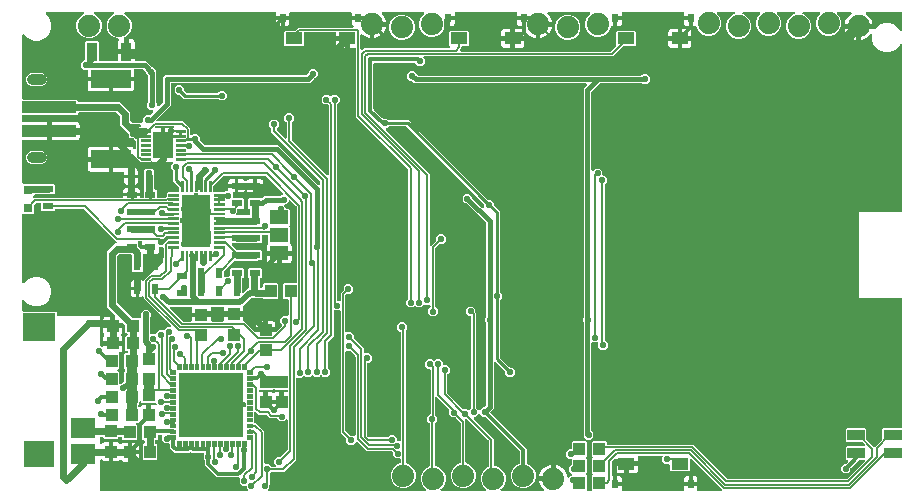
<source format=gbr>
G04 EAGLE Gerber RS-274X export*
G75*
%MOMM*%
%FSLAX34Y34*%
%LPD*%
%INBottom Copper*%
%IPPOS*%
%AMOC8*
5,1,8,0,0,1.08239X$1,22.5*%
G01*
%ADD10R,2.000000X1.800000*%
%ADD11R,2.600000X2.250000*%
%ADD12R,2.800000X2.450000*%
%ADD13R,1.100000X1.000000*%
%ADD14R,1.000000X1.100000*%
%ADD15C,0.031500*%
%ADD16R,5.400000X5.400000*%
%ADD17R,1.500000X0.900000*%
%ADD18C,1.879600*%
%ADD19C,0.055000*%
%ADD20R,2.400000X4.400000*%
%ADD21R,1.700000X2.300000*%
%ADD22R,4.600000X1.000000*%
%ADD23R,3.400000X1.600000*%
%ADD24C,0.900000*%
%ADD25R,0.900000X1.600000*%
%ADD26R,0.900000X0.600000*%
%ADD27R,0.800000X0.800000*%
%ADD28R,0.600000X0.900000*%
%ADD29R,1.600200X1.168400*%
%ADD30R,1.450000X1.050000*%
%ADD31R,0.600000X0.800000*%
%ADD32C,0.203200*%
%ADD33C,0.609600*%
%ADD34C,0.553200*%
%ADD35C,0.508000*%
%ADD36C,0.304800*%
%ADD37C,0.254000*%
%ADD38C,1.016000*%
%ADD39C,0.550000*%
%ADD40C,0.200000*%
%ADD41C,0.406400*%
%ADD42C,0.812800*%
%ADD43C,0.150000*%
%ADD44C,0.127000*%
%ADD45C,0.152400*%

G36*
X443695Y2545D02*
X443695Y2545D01*
X443727Y2543D01*
X443834Y2565D01*
X443942Y2581D01*
X443972Y2594D01*
X444003Y2600D01*
X444100Y2652D01*
X444199Y2697D01*
X444224Y2718D01*
X444252Y2733D01*
X444330Y2809D01*
X444413Y2880D01*
X444431Y2907D01*
X444454Y2930D01*
X444508Y3025D01*
X444568Y3116D01*
X444577Y3147D01*
X444593Y3175D01*
X444618Y3281D01*
X444650Y3386D01*
X444651Y3418D01*
X444658Y3449D01*
X444653Y3559D01*
X444654Y3668D01*
X444645Y3699D01*
X444644Y3731D01*
X444608Y3834D01*
X444579Y3940D01*
X444562Y3967D01*
X444551Y3998D01*
X444498Y4071D01*
X444431Y4180D01*
X444395Y4212D01*
X444370Y4247D01*
X443394Y5222D01*
X442289Y6743D01*
X441436Y8417D01*
X440855Y10204D01*
X440729Y11001D01*
X451500Y11001D01*
X451563Y11010D01*
X451628Y11009D01*
X451702Y11030D01*
X451779Y11041D01*
X451838Y11067D01*
X451900Y11084D01*
X451966Y11125D01*
X452036Y11157D01*
X452085Y11199D01*
X452140Y11232D01*
X452191Y11290D01*
X452250Y11340D01*
X452286Y11394D01*
X452329Y11442D01*
X452362Y11511D01*
X452405Y11576D01*
X452424Y11638D01*
X452452Y11695D01*
X452462Y11765D01*
X452487Y11846D01*
X452488Y11931D01*
X452499Y12000D01*
X452499Y13001D01*
X453500Y13001D01*
X453564Y13010D01*
X453628Y13009D01*
X453703Y13030D01*
X453779Y13041D01*
X453838Y13067D01*
X453900Y13084D01*
X453966Y13125D01*
X454036Y13157D01*
X454085Y13199D01*
X454140Y13232D01*
X454192Y13290D01*
X454250Y13340D01*
X454286Y13394D01*
X454329Y13442D01*
X454362Y13511D01*
X454405Y13576D01*
X454424Y13638D01*
X454452Y13696D01*
X454462Y13765D01*
X454487Y13846D01*
X454488Y13931D01*
X454499Y14000D01*
X454499Y24771D01*
X455296Y24645D01*
X457083Y24064D01*
X458757Y23211D01*
X460278Y22106D01*
X461606Y20778D01*
X462711Y19257D01*
X463564Y17583D01*
X464145Y15796D01*
X464309Y14761D01*
X464337Y14670D01*
X464356Y14577D01*
X464378Y14536D01*
X464392Y14492D01*
X464444Y14412D01*
X464488Y14328D01*
X464521Y14295D01*
X464547Y14256D01*
X464619Y14194D01*
X464685Y14126D01*
X464726Y14103D01*
X464761Y14073D01*
X464848Y14034D01*
X464931Y13987D01*
X464976Y13977D01*
X465018Y13957D01*
X465112Y13944D01*
X465205Y13922D01*
X465252Y13925D01*
X465298Y13918D01*
X465392Y13932D01*
X465487Y13937D01*
X465531Y13952D01*
X465577Y13959D01*
X465664Y13998D01*
X465753Y14029D01*
X465788Y14055D01*
X465834Y14075D01*
X465929Y14158D01*
X466002Y14211D01*
X467328Y15537D01*
X467756Y15537D01*
X467851Y15550D01*
X467947Y15555D01*
X467990Y15570D01*
X468035Y15577D01*
X468122Y15616D01*
X468213Y15648D01*
X468248Y15673D01*
X468292Y15693D01*
X468379Y15767D01*
X468388Y15772D01*
X468401Y15785D01*
X468462Y15829D01*
X468505Y15873D01*
X468544Y15924D01*
X468590Y15969D01*
X468628Y16036D01*
X468675Y16098D01*
X468697Y16158D01*
X468729Y16214D01*
X468747Y16290D01*
X468774Y16362D01*
X468779Y16426D01*
X468794Y16489D01*
X468790Y16566D01*
X468796Y16643D01*
X468783Y16706D01*
X468780Y16770D01*
X468754Y16843D01*
X468738Y16919D01*
X468708Y16976D01*
X468687Y17037D01*
X468646Y17093D01*
X468606Y17168D01*
X468547Y17229D01*
X468505Y17286D01*
X465963Y19828D01*
X465963Y23172D01*
X467987Y25195D01*
X468044Y25272D01*
X468109Y25344D01*
X468129Y25385D01*
X468156Y25421D01*
X468190Y25511D01*
X468232Y25597D01*
X468238Y25639D01*
X468255Y25685D01*
X468265Y25812D01*
X468279Y25902D01*
X468279Y28749D01*
X468270Y28813D01*
X468271Y28877D01*
X468250Y28952D01*
X468239Y29028D01*
X468213Y29087D01*
X468196Y29149D01*
X468155Y29215D01*
X468123Y29285D01*
X468081Y29334D01*
X468048Y29389D01*
X467990Y29441D01*
X467940Y29499D01*
X467886Y29535D01*
X467838Y29578D01*
X467769Y29611D01*
X467704Y29654D01*
X467642Y29673D01*
X467585Y29701D01*
X467515Y29712D01*
X467434Y29736D01*
X467349Y29737D01*
X467280Y29748D01*
X465543Y29748D01*
X463178Y32113D01*
X463178Y35457D01*
X465543Y37822D01*
X467380Y37822D01*
X467444Y37831D01*
X467508Y37830D01*
X467583Y37851D01*
X467659Y37862D01*
X467718Y37888D01*
X467780Y37905D01*
X467846Y37946D01*
X467916Y37978D01*
X467965Y38020D01*
X468020Y38053D01*
X468072Y38111D01*
X468130Y38161D01*
X468166Y38215D01*
X468209Y38263D01*
X468242Y38332D01*
X468285Y38397D01*
X468304Y38459D01*
X468332Y38516D01*
X468343Y38586D01*
X468367Y38667D01*
X468368Y38752D01*
X468379Y38821D01*
X468379Y43746D01*
X469124Y44491D01*
X479888Y44491D01*
X479920Y44495D01*
X479952Y44493D01*
X480059Y44515D01*
X480167Y44531D01*
X480197Y44544D01*
X480211Y44547D01*
X480217Y44537D01*
X480228Y44506D01*
X480281Y44433D01*
X480349Y44324D01*
X480385Y44292D01*
X480410Y44257D01*
X480921Y43746D01*
X480921Y31694D01*
X480604Y31377D01*
X480565Y31325D01*
X480519Y31280D01*
X480481Y31213D01*
X480434Y31151D01*
X480412Y31091D01*
X480380Y31035D01*
X480362Y30960D01*
X480335Y30887D01*
X480330Y30823D01*
X480315Y30761D01*
X480319Y30683D01*
X480313Y30606D01*
X480326Y30543D01*
X480329Y30479D01*
X480355Y30406D01*
X480371Y30330D01*
X480401Y30273D01*
X480422Y30212D01*
X480463Y30156D01*
X480503Y30081D01*
X480562Y30020D01*
X480604Y29963D01*
X480821Y29746D01*
X480821Y17694D01*
X480604Y17477D01*
X480565Y17425D01*
X480519Y17380D01*
X480481Y17313D01*
X480434Y17251D01*
X480412Y17191D01*
X480380Y17135D01*
X480362Y17060D01*
X480335Y16987D01*
X480330Y16923D01*
X480315Y16860D01*
X480319Y16783D01*
X480313Y16706D01*
X480326Y16643D01*
X480329Y16579D01*
X480355Y16506D01*
X480371Y16430D01*
X480401Y16373D01*
X480422Y16312D01*
X480463Y16256D01*
X480503Y16181D01*
X480562Y16120D01*
X480604Y16063D01*
X480921Y15746D01*
X480921Y3540D01*
X480930Y3476D01*
X480929Y3412D01*
X480950Y3337D01*
X480961Y3261D01*
X480987Y3202D01*
X481004Y3140D01*
X481045Y3074D01*
X481077Y3004D01*
X481119Y2955D01*
X481152Y2900D01*
X481210Y2848D01*
X481260Y2790D01*
X481314Y2754D01*
X481362Y2711D01*
X481431Y2678D01*
X481496Y2635D01*
X481558Y2616D01*
X481615Y2588D01*
X481685Y2577D01*
X481766Y2553D01*
X481851Y2552D01*
X481920Y2541D01*
X484380Y2541D01*
X484444Y2550D01*
X484508Y2549D01*
X484583Y2570D01*
X484659Y2581D01*
X484718Y2607D01*
X484780Y2624D01*
X484846Y2665D01*
X484916Y2697D01*
X484965Y2739D01*
X485020Y2772D01*
X485072Y2830D01*
X485130Y2880D01*
X485166Y2934D01*
X485209Y2982D01*
X485242Y3051D01*
X485285Y3116D01*
X485304Y3178D01*
X485332Y3235D01*
X485343Y3305D01*
X485367Y3386D01*
X485368Y3471D01*
X485379Y3540D01*
X485379Y15746D01*
X485596Y15963D01*
X485635Y16015D01*
X485681Y16060D01*
X485719Y16127D01*
X485766Y16189D01*
X485788Y16249D01*
X485820Y16305D01*
X485838Y16380D01*
X485865Y16453D01*
X485870Y16517D01*
X485885Y16579D01*
X485881Y16657D01*
X485887Y16734D01*
X485874Y16797D01*
X485871Y16861D01*
X485845Y16934D01*
X485829Y17010D01*
X485799Y17067D01*
X485778Y17128D01*
X485737Y17184D01*
X485697Y17259D01*
X485638Y17320D01*
X485596Y17377D01*
X485279Y17694D01*
X485279Y29746D01*
X485596Y30063D01*
X485635Y30115D01*
X485681Y30160D01*
X485719Y30227D01*
X485766Y30289D01*
X485788Y30349D01*
X485820Y30405D01*
X485838Y30480D01*
X485865Y30553D01*
X485870Y30617D01*
X485885Y30680D01*
X485881Y30757D01*
X485887Y30834D01*
X485874Y30897D01*
X485871Y30961D01*
X485845Y31034D01*
X485829Y31110D01*
X485799Y31167D01*
X485778Y31228D01*
X485737Y31284D01*
X485697Y31359D01*
X485638Y31420D01*
X485596Y31477D01*
X485379Y31694D01*
X485379Y43746D01*
X486124Y44491D01*
X497176Y44491D01*
X497921Y43746D01*
X497921Y42625D01*
X497930Y42561D01*
X497929Y42497D01*
X497950Y42422D01*
X497961Y42346D01*
X497987Y42287D01*
X498004Y42225D01*
X498045Y42159D01*
X498077Y42089D01*
X498119Y42040D01*
X498152Y41985D01*
X498210Y41933D01*
X498260Y41875D01*
X498314Y41839D01*
X498362Y41796D01*
X498431Y41763D01*
X498496Y41720D01*
X498558Y41701D01*
X498615Y41673D01*
X498685Y41662D01*
X498766Y41638D01*
X498851Y41637D01*
X498920Y41626D01*
X571069Y41626D01*
X599497Y13198D01*
X599573Y13141D01*
X599645Y13076D01*
X599686Y13056D01*
X599722Y13029D01*
X599812Y12995D01*
X599899Y12953D01*
X599941Y12947D01*
X599986Y12930D01*
X600114Y12920D01*
X600203Y12906D01*
X701061Y12906D01*
X701156Y12919D01*
X701252Y12924D01*
X701295Y12939D01*
X701340Y12946D01*
X701427Y12985D01*
X701518Y13017D01*
X701553Y13042D01*
X701597Y13062D01*
X701694Y13145D01*
X701767Y13198D01*
X715872Y27303D01*
X715892Y27329D01*
X715916Y27350D01*
X715976Y27442D01*
X716042Y27529D01*
X716053Y27559D01*
X716071Y27586D01*
X716103Y27691D01*
X716141Y27793D01*
X716144Y27825D01*
X716153Y27856D01*
X716155Y27965D01*
X716163Y28074D01*
X716156Y28106D01*
X716157Y28138D01*
X716128Y28243D01*
X716105Y28350D01*
X716090Y28379D01*
X716082Y28410D01*
X716024Y28503D01*
X715973Y28599D01*
X715950Y28622D01*
X715934Y28650D01*
X715852Y28723D01*
X715776Y28801D01*
X715748Y28817D01*
X715724Y28839D01*
X715626Y28886D01*
X715531Y28940D01*
X715499Y28948D01*
X715470Y28962D01*
X715381Y28976D01*
X715256Y29005D01*
X715208Y29003D01*
X715166Y29009D01*
X711875Y29009D01*
X711781Y28996D01*
X711684Y28991D01*
X711641Y28976D01*
X711596Y28969D01*
X711509Y28930D01*
X711418Y28898D01*
X711383Y28873D01*
X711339Y28853D01*
X711242Y28770D01*
X711169Y28717D01*
X704329Y21877D01*
X704272Y21800D01*
X704207Y21729D01*
X704187Y21688D01*
X704160Y21651D01*
X704126Y21561D01*
X704084Y21475D01*
X704078Y21433D01*
X704061Y21388D01*
X704051Y21260D01*
X704037Y21170D01*
X704037Y19828D01*
X701672Y17463D01*
X698328Y17463D01*
X695963Y19828D01*
X695963Y23172D01*
X698328Y25537D01*
X699670Y25537D01*
X699765Y25550D01*
X699862Y25555D01*
X699905Y25570D01*
X699950Y25577D01*
X700037Y25616D01*
X700128Y25648D01*
X700163Y25673D01*
X700207Y25693D01*
X700304Y25776D01*
X700377Y25829D01*
X701851Y27303D01*
X701870Y27329D01*
X701895Y27350D01*
X701955Y27442D01*
X702020Y27529D01*
X702032Y27559D01*
X702049Y27586D01*
X702081Y27691D01*
X702120Y27793D01*
X702122Y27825D01*
X702132Y27856D01*
X702133Y27965D01*
X702142Y28074D01*
X702135Y28106D01*
X702136Y28138D01*
X702106Y28243D01*
X702084Y28350D01*
X702069Y28379D01*
X702060Y28410D01*
X702003Y28503D01*
X701952Y28599D01*
X701929Y28622D01*
X701912Y28650D01*
X701831Y28723D01*
X701755Y28801D01*
X701727Y28817D01*
X701703Y28839D01*
X701605Y28886D01*
X701510Y28940D01*
X701478Y28948D01*
X701449Y28962D01*
X701360Y28976D01*
X701235Y29005D01*
X701187Y29003D01*
X701145Y29009D01*
X700824Y29009D01*
X700079Y29754D01*
X700079Y39806D01*
X700824Y40551D01*
X715342Y40551D01*
X715374Y40555D01*
X715406Y40553D01*
X715513Y40575D01*
X715621Y40591D01*
X715650Y40604D01*
X715682Y40610D01*
X715778Y40662D01*
X715878Y40707D01*
X715902Y40728D01*
X715931Y40743D01*
X716009Y40819D01*
X716092Y40890D01*
X716110Y40917D01*
X716133Y40940D01*
X716187Y41035D01*
X716247Y41126D01*
X716256Y41157D01*
X716272Y41185D01*
X716297Y41291D01*
X716329Y41396D01*
X716329Y41428D01*
X716337Y41459D01*
X716331Y41569D01*
X716333Y41678D01*
X716324Y41709D01*
X716323Y41741D01*
X716287Y41844D01*
X716258Y41950D01*
X716241Y41977D01*
X716230Y42008D01*
X716177Y42081D01*
X716109Y42190D01*
X716073Y42222D01*
X716048Y42257D01*
X714588Y43717D01*
X714511Y43774D01*
X714440Y43839D01*
X714399Y43859D01*
X714363Y43886D01*
X714273Y43920D01*
X714186Y43962D01*
X714144Y43968D01*
X714099Y43985D01*
X713971Y43995D01*
X713882Y44009D01*
X700824Y44009D01*
X700079Y44754D01*
X700079Y54806D01*
X700824Y55551D01*
X716876Y55551D01*
X717621Y54806D01*
X717621Y46488D01*
X717630Y46426D01*
X717629Y46380D01*
X717636Y46353D01*
X717639Y46297D01*
X717654Y46254D01*
X717661Y46209D01*
X717700Y46122D01*
X717701Y46118D01*
X717704Y46108D01*
X717706Y46106D01*
X717732Y46031D01*
X717757Y45996D01*
X717777Y45952D01*
X717860Y45855D01*
X717913Y45782D01*
X723481Y40214D01*
X723533Y40175D01*
X723578Y40129D01*
X723645Y40091D01*
X723707Y40044D01*
X723767Y40022D01*
X723823Y39990D01*
X723898Y39972D01*
X723971Y39945D01*
X724035Y39940D01*
X724097Y39925D01*
X724175Y39929D01*
X724252Y39923D01*
X724315Y39936D01*
X724379Y39939D01*
X724452Y39965D01*
X724528Y39981D01*
X724585Y40011D01*
X724646Y40032D01*
X724702Y40073D01*
X724777Y40113D01*
X724838Y40172D01*
X724895Y40214D01*
X730787Y46106D01*
X730844Y46183D01*
X730909Y46254D01*
X730929Y46295D01*
X730956Y46331D01*
X730990Y46421D01*
X731032Y46508D01*
X731038Y46550D01*
X731055Y46595D01*
X731065Y46723D01*
X731079Y46812D01*
X731079Y54806D01*
X731824Y55551D01*
X746529Y55551D01*
X746592Y55560D01*
X746656Y55559D01*
X746731Y55580D01*
X746808Y55591D01*
X746866Y55617D01*
X746927Y55634D01*
X746994Y55675D01*
X747065Y55707D01*
X747113Y55748D01*
X747168Y55782D01*
X747220Y55839D01*
X747279Y55890D01*
X747314Y55943D01*
X747357Y55991D01*
X747391Y56061D01*
X747434Y56126D01*
X747452Y56187D01*
X747480Y56244D01*
X747491Y56314D01*
X747516Y56396D01*
X747517Y56480D01*
X747528Y56549D01*
X747660Y164999D01*
X747651Y165063D01*
X747652Y165128D01*
X747632Y165202D01*
X747621Y165278D01*
X747594Y165337D01*
X747577Y165400D01*
X747536Y165465D01*
X747505Y165535D01*
X747463Y165585D01*
X747429Y165640D01*
X747372Y165691D01*
X747322Y165750D01*
X747267Y165785D01*
X747219Y165829D01*
X747150Y165862D01*
X747086Y165904D01*
X747024Y165923D01*
X746966Y165952D01*
X746897Y165962D01*
X746816Y165987D01*
X746731Y165988D01*
X746661Y165999D01*
X710999Y165999D01*
X710999Y239001D01*
X746752Y239001D01*
X746815Y239010D01*
X746879Y239009D01*
X746954Y239030D01*
X747032Y239041D01*
X747090Y239067D01*
X747151Y239084D01*
X747217Y239125D01*
X747289Y239157D01*
X747337Y239198D01*
X747391Y239232D01*
X747443Y239289D01*
X747503Y239340D01*
X747538Y239394D01*
X747580Y239441D01*
X747614Y239511D01*
X747657Y239576D01*
X747676Y239637D01*
X747704Y239694D01*
X747715Y239764D01*
X747740Y239846D01*
X747741Y239930D01*
X747752Y239999D01*
X747922Y379901D01*
X747910Y379988D01*
X747907Y380075D01*
X747890Y380127D01*
X747883Y380180D01*
X747847Y380260D01*
X747820Y380343D01*
X747789Y380388D01*
X747767Y380438D01*
X747710Y380504D01*
X747661Y380576D01*
X747619Y380611D01*
X747584Y380652D01*
X747510Y380700D01*
X747443Y380756D01*
X747393Y380777D01*
X747348Y380807D01*
X747264Y380832D01*
X747184Y380867D01*
X747130Y380874D01*
X747078Y380890D01*
X746991Y380891D01*
X746904Y380901D01*
X746850Y380893D01*
X746796Y380894D01*
X746712Y380870D01*
X746626Y380856D01*
X746576Y380833D01*
X746524Y380819D01*
X746450Y380773D01*
X746371Y380735D01*
X746330Y380699D01*
X746284Y380671D01*
X746225Y380606D01*
X746160Y380548D01*
X746134Y380505D01*
X746095Y380462D01*
X746045Y380359D01*
X746000Y380285D01*
X745631Y379396D01*
X742104Y375869D01*
X737495Y373959D01*
X732505Y373959D01*
X727896Y375869D01*
X724369Y379396D01*
X722459Y384005D01*
X722459Y388386D01*
X722444Y388495D01*
X722435Y388605D01*
X722424Y388634D01*
X722419Y388665D01*
X722374Y388765D01*
X722335Y388869D01*
X722316Y388893D01*
X722303Y388922D01*
X722232Y389006D01*
X722165Y389094D01*
X722140Y389112D01*
X722120Y389136D01*
X722027Y389197D01*
X721939Y389263D01*
X721910Y389273D01*
X721884Y389291D01*
X721778Y389323D01*
X721675Y389361D01*
X721644Y389364D01*
X721614Y389373D01*
X721504Y389374D01*
X721394Y389383D01*
X721363Y389376D01*
X721332Y389377D01*
X721226Y389347D01*
X721118Y389324D01*
X721090Y389310D01*
X721060Y389301D01*
X720966Y389243D01*
X720869Y389191D01*
X720848Y389171D01*
X720820Y389153D01*
X720715Y389037D01*
X720652Y388973D01*
X720106Y388222D01*
X718778Y386894D01*
X717257Y385789D01*
X715583Y384936D01*
X713796Y384355D01*
X712999Y384229D01*
X712999Y394001D01*
X723015Y394001D01*
X723056Y393923D01*
X723078Y393901D01*
X723094Y393874D01*
X723176Y393800D01*
X723253Y393721D01*
X723280Y393705D01*
X723303Y393685D01*
X723403Y393636D01*
X723499Y393582D01*
X723529Y393575D01*
X723557Y393561D01*
X723666Y393542D01*
X723773Y393517D01*
X723804Y393518D01*
X723835Y393513D01*
X723944Y393526D01*
X724055Y393531D01*
X724084Y393541D01*
X724115Y393545D01*
X724217Y393588D01*
X724321Y393624D01*
X724345Y393641D01*
X724375Y393654D01*
X724498Y393752D01*
X724570Y393805D01*
X727896Y397132D01*
X732505Y399041D01*
X737495Y399041D01*
X742104Y397131D01*
X745632Y393604D01*
X746016Y392677D01*
X746059Y392602D01*
X746095Y392524D01*
X746131Y392482D01*
X746159Y392434D01*
X746222Y392375D01*
X746278Y392309D01*
X746324Y392279D01*
X746365Y392241D01*
X746442Y392202D01*
X746514Y392155D01*
X746567Y392138D01*
X746616Y392113D01*
X746701Y392097D01*
X746783Y392072D01*
X746839Y392071D01*
X746893Y392061D01*
X746979Y392069D01*
X747065Y392068D01*
X747119Y392082D01*
X747174Y392088D01*
X747254Y392120D01*
X747337Y392143D01*
X747384Y392172D01*
X747436Y392192D01*
X747504Y392245D01*
X747577Y392290D01*
X747615Y392332D01*
X747658Y392366D01*
X747709Y392436D01*
X747767Y392500D01*
X747791Y392549D01*
X747824Y392594D01*
X747852Y392676D01*
X747890Y392753D01*
X747898Y392804D01*
X747918Y392860D01*
X747925Y392973D01*
X747938Y393058D01*
X747955Y406959D01*
X747946Y407023D01*
X747947Y407088D01*
X747926Y407162D01*
X747915Y407238D01*
X747889Y407297D01*
X747872Y407360D01*
X747831Y407425D01*
X747800Y407495D01*
X747757Y407545D01*
X747723Y407600D01*
X747666Y407651D01*
X747616Y407710D01*
X747562Y407745D01*
X747514Y407789D01*
X747445Y407822D01*
X747381Y407864D01*
X747319Y407883D01*
X747260Y407912D01*
X747191Y407922D01*
X747111Y407947D01*
X747026Y407948D01*
X746956Y407959D01*
X717926Y407959D01*
X717817Y407944D01*
X717707Y407935D01*
X717678Y407924D01*
X717647Y407919D01*
X717546Y407874D01*
X717443Y407835D01*
X717418Y407816D01*
X717390Y407803D01*
X717306Y407732D01*
X717218Y407665D01*
X717199Y407640D01*
X717176Y407620D01*
X717115Y407527D01*
X717049Y407439D01*
X717038Y407410D01*
X717021Y407384D01*
X716989Y407278D01*
X716950Y407175D01*
X716948Y407144D01*
X716939Y407114D01*
X716937Y407004D01*
X716929Y406894D01*
X716936Y406863D01*
X716935Y406832D01*
X716965Y406726D01*
X716987Y406618D01*
X717002Y406590D01*
X717010Y406560D01*
X717068Y406466D01*
X717120Y406369D01*
X717141Y406348D01*
X717159Y406320D01*
X717275Y406215D01*
X717339Y406152D01*
X718778Y405106D01*
X720106Y403778D01*
X721211Y402257D01*
X722064Y400583D01*
X722645Y398796D01*
X722771Y397999D01*
X712000Y397999D01*
X711937Y397990D01*
X711872Y397991D01*
X711798Y397970D01*
X711721Y397959D01*
X711662Y397933D01*
X711600Y397916D01*
X711534Y397875D01*
X711464Y397843D01*
X711415Y397801D01*
X711360Y397768D01*
X711309Y397710D01*
X711250Y397660D01*
X711214Y397606D01*
X711171Y397558D01*
X711138Y397489D01*
X711095Y397424D01*
X711076Y397362D01*
X711048Y397305D01*
X711038Y397235D01*
X711013Y397154D01*
X711012Y397069D01*
X711001Y397000D01*
X711001Y395999D01*
X710999Y395999D01*
X710999Y397000D01*
X710990Y397064D01*
X710991Y397128D01*
X710970Y397203D01*
X710959Y397279D01*
X710933Y397338D01*
X710916Y397400D01*
X710875Y397466D01*
X710843Y397536D01*
X710801Y397585D01*
X710768Y397640D01*
X710710Y397692D01*
X710660Y397750D01*
X710606Y397786D01*
X710558Y397829D01*
X710489Y397862D01*
X710424Y397905D01*
X710362Y397924D01*
X710304Y397952D01*
X710235Y397962D01*
X710154Y397987D01*
X710069Y397988D01*
X710000Y397999D01*
X699229Y397999D01*
X699355Y398796D01*
X699936Y400583D01*
X700789Y402257D01*
X701894Y403778D01*
X703222Y405106D01*
X704661Y406152D01*
X704740Y406228D01*
X704824Y406300D01*
X704841Y406326D01*
X704864Y406348D01*
X704918Y406444D01*
X704979Y406536D01*
X704988Y406566D01*
X705003Y406593D01*
X705029Y406700D01*
X705061Y406806D01*
X705061Y406837D01*
X705069Y406867D01*
X705063Y406978D01*
X705065Y407088D01*
X705057Y407118D01*
X705055Y407149D01*
X705019Y407253D01*
X704990Y407360D01*
X704973Y407386D01*
X704963Y407416D01*
X704900Y407506D01*
X704841Y407600D01*
X704818Y407621D01*
X704800Y407646D01*
X704714Y407715D01*
X704632Y407789D01*
X704604Y407802D01*
X704580Y407822D01*
X704478Y407864D01*
X704378Y407912D01*
X704349Y407916D01*
X704319Y407929D01*
X704163Y407945D01*
X704074Y407959D01*
X693681Y407959D01*
X693649Y407955D01*
X693617Y407957D01*
X693510Y407935D01*
X693402Y407919D01*
X693372Y407906D01*
X693341Y407900D01*
X693244Y407848D01*
X693145Y407803D01*
X693120Y407782D01*
X693092Y407767D01*
X693014Y407691D01*
X692931Y407620D01*
X692913Y407593D01*
X692890Y407570D01*
X692836Y407475D01*
X692776Y407384D01*
X692767Y407353D01*
X692751Y407325D01*
X692726Y407219D01*
X692694Y407114D01*
X692693Y407082D01*
X692686Y407051D01*
X692691Y406941D01*
X692690Y406832D01*
X692699Y406801D01*
X692700Y406769D01*
X692736Y406666D01*
X692765Y406560D01*
X692782Y406533D01*
X692793Y406502D01*
X692846Y406429D01*
X692913Y406320D01*
X692949Y406288D01*
X692974Y406253D01*
X694645Y404583D01*
X696269Y400662D01*
X696269Y396418D01*
X694644Y392497D01*
X691643Y389496D01*
X687722Y387871D01*
X683478Y387871D01*
X679557Y389496D01*
X676556Y392497D01*
X674931Y396418D01*
X674931Y400662D01*
X676555Y404583D01*
X678226Y406253D01*
X678245Y406279D01*
X678269Y406300D01*
X678329Y406392D01*
X678395Y406479D01*
X678406Y406509D01*
X678424Y406536D01*
X678456Y406641D01*
X678494Y406743D01*
X678497Y406775D01*
X678506Y406806D01*
X678508Y406915D01*
X678516Y407024D01*
X678510Y407056D01*
X678510Y407088D01*
X678481Y407193D01*
X678459Y407300D01*
X678443Y407329D01*
X678435Y407360D01*
X678377Y407453D01*
X678326Y407549D01*
X678304Y407572D01*
X678287Y407600D01*
X678206Y407673D01*
X678129Y407751D01*
X678101Y407767D01*
X678077Y407789D01*
X677979Y407836D01*
X677884Y407890D01*
X677853Y407898D01*
X677824Y407912D01*
X677734Y407926D01*
X677610Y407955D01*
X677561Y407953D01*
X677519Y407959D01*
X664230Y407959D01*
X664144Y407947D01*
X664057Y407944D01*
X664005Y407927D01*
X663951Y407919D01*
X663872Y407884D01*
X663789Y407857D01*
X663744Y407826D01*
X663694Y407803D01*
X663628Y407747D01*
X663556Y407698D01*
X663521Y407656D01*
X663480Y407620D01*
X663432Y407547D01*
X663377Y407480D01*
X663355Y407430D01*
X663325Y407384D01*
X663300Y407301D01*
X663266Y407221D01*
X663259Y407167D01*
X663243Y407114D01*
X663242Y407027D01*
X663231Y406941D01*
X663240Y406887D01*
X663239Y406832D01*
X663262Y406748D01*
X663276Y406663D01*
X663300Y406613D01*
X663314Y406560D01*
X663360Y406486D01*
X663397Y406408D01*
X663434Y406367D01*
X663462Y406320D01*
X663527Y406262D01*
X663584Y406197D01*
X663628Y406171D01*
X663672Y406131D01*
X663774Y406082D01*
X663848Y406037D01*
X666243Y405045D01*
X669244Y402043D01*
X670869Y398122D01*
X670869Y393878D01*
X669244Y389957D01*
X666243Y386956D01*
X662322Y385331D01*
X658078Y385331D01*
X654157Y386956D01*
X651156Y389957D01*
X649531Y393878D01*
X649531Y398122D01*
X651156Y402043D01*
X654157Y405045D01*
X656552Y406037D01*
X656627Y406081D01*
X656706Y406117D01*
X656748Y406152D01*
X656795Y406180D01*
X656854Y406244D01*
X656920Y406300D01*
X656951Y406346D01*
X656988Y406386D01*
X657027Y406463D01*
X657075Y406536D01*
X657091Y406589D01*
X657116Y406638D01*
X657132Y406723D01*
X657157Y406806D01*
X657158Y406861D01*
X657168Y406915D01*
X657160Y407001D01*
X657161Y407088D01*
X657146Y407141D01*
X657141Y407195D01*
X657109Y407276D01*
X657086Y407360D01*
X657057Y407407D01*
X657037Y407457D01*
X656983Y407526D01*
X656938Y407600D01*
X656897Y407636D01*
X656863Y407680D01*
X656793Y407731D01*
X656728Y407789D01*
X656679Y407813D01*
X656634Y407845D01*
X656553Y407874D01*
X656475Y407912D01*
X656424Y407920D01*
X656369Y407939D01*
X656255Y407946D01*
X656170Y407959D01*
X642881Y407959D01*
X642849Y407955D01*
X642817Y407957D01*
X642710Y407935D01*
X642602Y407919D01*
X642572Y407906D01*
X642541Y407900D01*
X642444Y407848D01*
X642345Y407803D01*
X642320Y407782D01*
X642292Y407767D01*
X642214Y407691D01*
X642131Y407620D01*
X642113Y407593D01*
X642090Y407570D01*
X642036Y407475D01*
X641976Y407384D01*
X641967Y407353D01*
X641951Y407325D01*
X641926Y407219D01*
X641894Y407114D01*
X641893Y407082D01*
X641886Y407051D01*
X641891Y406941D01*
X641890Y406832D01*
X641899Y406801D01*
X641900Y406769D01*
X641936Y406666D01*
X641965Y406560D01*
X641982Y406533D01*
X641993Y406502D01*
X642046Y406429D01*
X642113Y406320D01*
X642149Y406288D01*
X642174Y406253D01*
X643845Y404583D01*
X645469Y400662D01*
X645469Y396418D01*
X643844Y392497D01*
X640843Y389496D01*
X636922Y387871D01*
X632678Y387871D01*
X628757Y389496D01*
X625756Y392497D01*
X624131Y396418D01*
X624131Y400662D01*
X625755Y404583D01*
X627426Y406253D01*
X627445Y406279D01*
X627469Y406300D01*
X627529Y406392D01*
X627595Y406479D01*
X627606Y406509D01*
X627624Y406536D01*
X627656Y406641D01*
X627694Y406743D01*
X627697Y406775D01*
X627706Y406806D01*
X627708Y406915D01*
X627716Y407024D01*
X627710Y407056D01*
X627710Y407088D01*
X627681Y407193D01*
X627659Y407300D01*
X627643Y407329D01*
X627635Y407360D01*
X627577Y407453D01*
X627526Y407549D01*
X627504Y407572D01*
X627487Y407600D01*
X627406Y407673D01*
X627329Y407751D01*
X627301Y407767D01*
X627277Y407789D01*
X627179Y407836D01*
X627084Y407890D01*
X627053Y407898D01*
X627024Y407912D01*
X626934Y407926D01*
X626810Y407955D01*
X626761Y407953D01*
X626719Y407959D01*
X613430Y407959D01*
X613344Y407947D01*
X613257Y407944D01*
X613205Y407927D01*
X613151Y407919D01*
X613072Y407884D01*
X612989Y407857D01*
X612944Y407826D01*
X612894Y407803D01*
X612828Y407747D01*
X612756Y407698D01*
X612721Y407656D01*
X612680Y407620D01*
X612632Y407547D01*
X612577Y407480D01*
X612555Y407430D01*
X612525Y407384D01*
X612500Y407301D01*
X612466Y407221D01*
X612459Y407167D01*
X612443Y407114D01*
X612442Y407027D01*
X612431Y406941D01*
X612440Y406887D01*
X612439Y406832D01*
X612462Y406748D01*
X612476Y406663D01*
X612500Y406613D01*
X612514Y406560D01*
X612560Y406486D01*
X612597Y406408D01*
X612634Y406367D01*
X612662Y406320D01*
X612727Y406262D01*
X612784Y406197D01*
X612828Y406171D01*
X612872Y406131D01*
X612974Y406082D01*
X613048Y406037D01*
X615443Y405045D01*
X618444Y402043D01*
X620069Y398122D01*
X620069Y393878D01*
X618444Y389957D01*
X615443Y386956D01*
X611522Y385331D01*
X607278Y385331D01*
X603357Y386956D01*
X600356Y389957D01*
X598731Y393878D01*
X598731Y398122D01*
X600356Y402043D01*
X603357Y405045D01*
X605752Y406037D01*
X605827Y406081D01*
X605906Y406117D01*
X605948Y406152D01*
X605995Y406180D01*
X606054Y406244D01*
X606120Y406300D01*
X606151Y406346D01*
X606188Y406386D01*
X606227Y406463D01*
X606275Y406536D01*
X606291Y406589D01*
X606316Y406638D01*
X606332Y406723D01*
X606357Y406806D01*
X606358Y406861D01*
X606368Y406915D01*
X606360Y407001D01*
X606361Y407088D01*
X606346Y407141D01*
X606341Y407195D01*
X606309Y407276D01*
X606286Y407360D01*
X606257Y407407D01*
X606237Y407457D01*
X606183Y407526D01*
X606138Y407600D01*
X606097Y407636D01*
X606063Y407680D01*
X605993Y407731D01*
X605928Y407789D01*
X605879Y407813D01*
X605834Y407845D01*
X605753Y407874D01*
X605675Y407912D01*
X605624Y407920D01*
X605569Y407939D01*
X605455Y407946D01*
X605370Y407959D01*
X592081Y407959D01*
X592049Y407955D01*
X592017Y407957D01*
X591910Y407935D01*
X591802Y407919D01*
X591772Y407906D01*
X591741Y407900D01*
X591644Y407848D01*
X591545Y407803D01*
X591520Y407782D01*
X591492Y407767D01*
X591414Y407691D01*
X591331Y407620D01*
X591313Y407593D01*
X591290Y407570D01*
X591236Y407475D01*
X591176Y407384D01*
X591167Y407353D01*
X591151Y407325D01*
X591126Y407219D01*
X591094Y407114D01*
X591093Y407082D01*
X591086Y407051D01*
X591091Y406941D01*
X591090Y406832D01*
X591099Y406801D01*
X591100Y406769D01*
X591136Y406666D01*
X591165Y406560D01*
X591182Y406533D01*
X591193Y406502D01*
X591246Y406429D01*
X591313Y406320D01*
X591349Y406288D01*
X591374Y406253D01*
X593045Y404583D01*
X594669Y400662D01*
X594669Y396418D01*
X593044Y392497D01*
X590043Y389496D01*
X586122Y387871D01*
X581878Y387871D01*
X577957Y389496D01*
X574956Y392497D01*
X573552Y395886D01*
X573483Y396002D01*
X573410Y396127D01*
X573409Y396128D01*
X573408Y396129D01*
X573307Y396224D01*
X573204Y396320D01*
X573203Y396321D01*
X573202Y396322D01*
X573079Y396384D01*
X572953Y396449D01*
X572952Y396449D01*
X572951Y396449D01*
X572807Y396477D01*
X572676Y396502D01*
X572675Y396502D01*
X572674Y396502D01*
X572393Y396475D01*
X572381Y396470D01*
X572370Y396469D01*
X572334Y396459D01*
X570499Y396459D01*
X570499Y402500D01*
X570490Y402563D01*
X570491Y402628D01*
X570470Y402702D01*
X570459Y402779D01*
X570433Y402837D01*
X570416Y402899D01*
X570375Y402965D01*
X570343Y403036D01*
X570301Y403085D01*
X570268Y403139D01*
X570210Y403191D01*
X570160Y403250D01*
X570106Y403285D01*
X570058Y403328D01*
X569989Y403362D01*
X569924Y403405D01*
X569862Y403423D01*
X569805Y403451D01*
X569735Y403462D01*
X569654Y403487D01*
X569569Y403488D01*
X569500Y403499D01*
X569499Y403499D01*
X569499Y403500D01*
X569490Y403564D01*
X569491Y403628D01*
X569470Y403703D01*
X569459Y403779D01*
X569433Y403838D01*
X569416Y403900D01*
X569375Y403966D01*
X569343Y404036D01*
X569301Y404085D01*
X569267Y404140D01*
X569210Y404192D01*
X569160Y404250D01*
X569106Y404286D01*
X569058Y404329D01*
X568989Y404362D01*
X568924Y404405D01*
X568862Y404424D01*
X568804Y404452D01*
X568735Y404463D01*
X568654Y404487D01*
X568569Y404488D01*
X568500Y404499D01*
X563459Y404499D01*
X563459Y406960D01*
X563450Y407024D01*
X563451Y407088D01*
X563430Y407163D01*
X563419Y407239D01*
X563393Y407298D01*
X563376Y407360D01*
X563335Y407426D01*
X563303Y407496D01*
X563261Y407545D01*
X563228Y407600D01*
X563170Y407652D01*
X563120Y407710D01*
X563066Y407746D01*
X563018Y407789D01*
X562949Y407822D01*
X562884Y407865D01*
X562822Y407884D01*
X562765Y407912D01*
X562695Y407923D01*
X562614Y407947D01*
X562529Y407948D01*
X562460Y407959D01*
X511540Y407959D01*
X511476Y407950D01*
X511412Y407951D01*
X511337Y407930D01*
X511261Y407919D01*
X511202Y407893D01*
X511140Y407876D01*
X511074Y407835D01*
X511004Y407803D01*
X510955Y407761D01*
X510900Y407728D01*
X510848Y407670D01*
X510790Y407620D01*
X510754Y407566D01*
X510711Y407518D01*
X510678Y407449D01*
X510635Y407384D01*
X510616Y407322D01*
X510588Y407265D01*
X510577Y407195D01*
X510553Y407114D01*
X510552Y407029D01*
X510541Y406960D01*
X510541Y404499D01*
X505500Y404499D01*
X505437Y404490D01*
X505372Y404491D01*
X505298Y404470D01*
X505221Y404459D01*
X505163Y404433D01*
X505101Y404416D01*
X505035Y404375D01*
X504964Y404343D01*
X504915Y404301D01*
X504861Y404268D01*
X504809Y404210D01*
X504750Y404160D01*
X504715Y404106D01*
X504672Y404058D01*
X504638Y403989D01*
X504595Y403924D01*
X504577Y403862D01*
X504549Y403805D01*
X504538Y403735D01*
X504513Y403654D01*
X504512Y403569D01*
X504501Y403500D01*
X504501Y403499D01*
X504500Y403499D01*
X504436Y403490D01*
X504372Y403491D01*
X504297Y403470D01*
X504221Y403459D01*
X504162Y403433D01*
X504100Y403416D01*
X504034Y403375D01*
X503964Y403343D01*
X503915Y403301D01*
X503860Y403267D01*
X503808Y403210D01*
X503750Y403160D01*
X503714Y403106D01*
X503671Y403058D01*
X503638Y402989D01*
X503595Y402924D01*
X503576Y402862D01*
X503548Y402804D01*
X503537Y402735D01*
X503513Y402654D01*
X503512Y402569D01*
X503501Y402500D01*
X503501Y396459D01*
X501968Y396459D01*
X501904Y396450D01*
X501840Y396451D01*
X501766Y396430D01*
X501689Y396419D01*
X501630Y396393D01*
X501568Y396376D01*
X501502Y396335D01*
X501432Y396303D01*
X501383Y396261D01*
X501328Y396228D01*
X501276Y396170D01*
X501218Y396120D01*
X501182Y396066D01*
X501139Y396018D01*
X501106Y395949D01*
X501063Y395884D01*
X501049Y395839D01*
X501045Y395831D01*
X501022Y395776D01*
X501016Y395765D01*
X501016Y395762D01*
X499344Y391727D01*
X496343Y388726D01*
X492422Y387101D01*
X488178Y387101D01*
X484257Y388726D01*
X481256Y391727D01*
X479631Y395648D01*
X479631Y399892D01*
X481255Y403813D01*
X483696Y406253D01*
X483715Y406279D01*
X483739Y406300D01*
X483799Y406392D01*
X483865Y406479D01*
X483876Y406509D01*
X483894Y406536D01*
X483926Y406641D01*
X483964Y406743D01*
X483967Y406775D01*
X483976Y406806D01*
X483978Y406915D01*
X483986Y407024D01*
X483980Y407056D01*
X483980Y407088D01*
X483951Y407193D01*
X483929Y407300D01*
X483913Y407329D01*
X483905Y407360D01*
X483847Y407453D01*
X483796Y407549D01*
X483774Y407572D01*
X483757Y407600D01*
X483676Y407673D01*
X483599Y407751D01*
X483571Y407767D01*
X483547Y407789D01*
X483449Y407836D01*
X483354Y407890D01*
X483323Y407898D01*
X483294Y407912D01*
X483204Y407926D01*
X483080Y407955D01*
X483031Y407953D01*
X482989Y407959D01*
X448607Y407959D01*
X448575Y407955D01*
X448543Y407957D01*
X448436Y407935D01*
X448328Y407919D01*
X448298Y407906D01*
X448267Y407900D01*
X448170Y407848D01*
X448071Y407803D01*
X448046Y407782D01*
X448018Y407767D01*
X447940Y407691D01*
X447857Y407620D01*
X447839Y407593D01*
X447816Y407570D01*
X447762Y407476D01*
X447702Y407384D01*
X447693Y407353D01*
X447677Y407325D01*
X447652Y407219D01*
X447620Y407114D01*
X447619Y407082D01*
X447612Y407051D01*
X447617Y406941D01*
X447616Y406832D01*
X447625Y406801D01*
X447626Y406769D01*
X447662Y406666D01*
X447691Y406560D01*
X447708Y406533D01*
X447719Y406502D01*
X447772Y406429D01*
X447839Y406320D01*
X447875Y406288D01*
X447900Y406253D01*
X448606Y405548D01*
X449711Y404027D01*
X450564Y402353D01*
X451145Y400566D01*
X451271Y399769D01*
X440500Y399769D01*
X440437Y399760D01*
X440372Y399761D01*
X440298Y399740D01*
X440221Y399729D01*
X440162Y399703D01*
X440100Y399686D01*
X440034Y399645D01*
X439964Y399613D01*
X439915Y399571D01*
X439860Y399538D01*
X439809Y399480D01*
X439750Y399430D01*
X439714Y399376D01*
X439671Y399328D01*
X439638Y399259D01*
X439595Y399194D01*
X439576Y399132D01*
X439548Y399075D01*
X439538Y399005D01*
X439513Y398924D01*
X439512Y398839D01*
X439501Y398770D01*
X439501Y397769D01*
X438500Y397769D01*
X438436Y397760D01*
X438372Y397761D01*
X438297Y397740D01*
X438221Y397729D01*
X438162Y397703D01*
X438100Y397686D01*
X438034Y397645D01*
X437964Y397613D01*
X437915Y397571D01*
X437860Y397538D01*
X437808Y397480D01*
X437750Y397430D01*
X437714Y397376D01*
X437671Y397328D01*
X437638Y397259D01*
X437595Y397194D01*
X437576Y397132D01*
X437548Y397074D01*
X437537Y397005D01*
X437513Y396924D01*
X437512Y396839D01*
X437501Y396770D01*
X437501Y385999D01*
X436704Y386125D01*
X434917Y386706D01*
X433243Y387559D01*
X431722Y388664D01*
X430394Y389992D01*
X429848Y390743D01*
X429772Y390822D01*
X429700Y390906D01*
X429674Y390923D01*
X429652Y390945D01*
X429556Y391000D01*
X429464Y391061D01*
X429434Y391070D01*
X429407Y391085D01*
X429300Y391111D01*
X429194Y391143D01*
X429163Y391143D01*
X429133Y391151D01*
X429022Y391145D01*
X428912Y391147D01*
X428882Y391138D01*
X428851Y391137D01*
X428747Y391101D01*
X428640Y391071D01*
X428614Y391055D01*
X428584Y391045D01*
X428494Y390981D01*
X428400Y390923D01*
X428379Y390900D01*
X428354Y390882D01*
X428285Y390796D01*
X428211Y390714D01*
X428198Y390686D01*
X428178Y390662D01*
X428136Y390559D01*
X428088Y390460D01*
X428084Y390431D01*
X428071Y390401D01*
X428055Y390244D01*
X428041Y390156D01*
X428041Y387749D01*
X420249Y387749D01*
X420249Y393541D01*
X425835Y393541D01*
X426481Y393368D01*
X426561Y393321D01*
X426615Y393300D01*
X426665Y393269D01*
X426745Y393247D01*
X426822Y393216D01*
X426881Y393210D01*
X426937Y393195D01*
X427020Y393197D01*
X427103Y393188D01*
X427161Y393199D01*
X427219Y393200D01*
X427298Y393225D01*
X427380Y393240D01*
X427433Y393266D01*
X427488Y393284D01*
X427558Y393330D01*
X427632Y393367D01*
X427675Y393407D01*
X427724Y393439D01*
X427777Y393503D01*
X427838Y393559D01*
X427868Y393610D01*
X427906Y393654D01*
X427940Y393730D01*
X427983Y393802D01*
X427997Y393858D01*
X428021Y393912D01*
X428033Y393994D01*
X428053Y394075D01*
X428052Y394133D01*
X428060Y394191D01*
X428048Y394265D01*
X428045Y394357D01*
X428021Y394431D01*
X428011Y394495D01*
X427855Y394974D01*
X427754Y395616D01*
X427716Y395737D01*
X427682Y395860D01*
X427675Y395872D01*
X427671Y395886D01*
X427601Y395992D01*
X427534Y396100D01*
X427524Y396109D01*
X427516Y396121D01*
X427419Y396204D01*
X427325Y396289D01*
X427312Y396295D01*
X427301Y396304D01*
X427185Y396356D01*
X427071Y396412D01*
X427058Y396414D01*
X427044Y396420D01*
X426786Y396456D01*
X426767Y396459D01*
X424165Y396459D01*
X423519Y396632D01*
X422940Y396967D01*
X422467Y397440D01*
X422132Y398019D01*
X421959Y398665D01*
X421959Y401501D01*
X427000Y401501D01*
X427063Y401510D01*
X427128Y401509D01*
X427202Y401530D01*
X427279Y401541D01*
X427337Y401567D01*
X427399Y401584D01*
X427465Y401625D01*
X427536Y401657D01*
X427585Y401698D01*
X427639Y401732D01*
X427691Y401790D01*
X427750Y401840D01*
X427785Y401894D01*
X427828Y401942D01*
X427862Y402011D01*
X427905Y402076D01*
X427923Y402138D01*
X427951Y402195D01*
X427962Y402265D01*
X427987Y402346D01*
X427988Y402431D01*
X427999Y402500D01*
X427999Y403500D01*
X427990Y403564D01*
X427991Y403628D01*
X427970Y403703D01*
X427959Y403779D01*
X427933Y403838D01*
X427916Y403900D01*
X427875Y403966D01*
X427843Y404036D01*
X427801Y404085D01*
X427767Y404140D01*
X427710Y404192D01*
X427660Y404250D01*
X427606Y404286D01*
X427558Y404329D01*
X427489Y404362D01*
X427424Y404405D01*
X427362Y404424D01*
X427304Y404452D01*
X427235Y404463D01*
X427154Y404487D01*
X427069Y404488D01*
X427000Y404499D01*
X421959Y404499D01*
X421959Y406960D01*
X421950Y407024D01*
X421951Y407088D01*
X421930Y407163D01*
X421919Y407239D01*
X421893Y407298D01*
X421876Y407360D01*
X421835Y407426D01*
X421803Y407496D01*
X421761Y407545D01*
X421728Y407600D01*
X421670Y407652D01*
X421620Y407710D01*
X421566Y407746D01*
X421518Y407789D01*
X421449Y407822D01*
X421384Y407865D01*
X421322Y407884D01*
X421265Y407912D01*
X421195Y407923D01*
X421114Y407947D01*
X421029Y407948D01*
X420960Y407959D01*
X370040Y407959D01*
X369976Y407950D01*
X369912Y407951D01*
X369837Y407930D01*
X369761Y407919D01*
X369702Y407893D01*
X369640Y407876D01*
X369574Y407835D01*
X369504Y407803D01*
X369455Y407761D01*
X369400Y407728D01*
X369348Y407670D01*
X369290Y407620D01*
X369254Y407566D01*
X369211Y407518D01*
X369178Y407449D01*
X369135Y407384D01*
X369116Y407322D01*
X369088Y407265D01*
X369077Y407195D01*
X369053Y407114D01*
X369052Y407029D01*
X369041Y406960D01*
X369041Y404499D01*
X364000Y404499D01*
X363937Y404490D01*
X363872Y404491D01*
X363798Y404470D01*
X363721Y404459D01*
X363663Y404433D01*
X363601Y404416D01*
X363535Y404375D01*
X363464Y404343D01*
X363415Y404301D01*
X363361Y404268D01*
X363309Y404210D01*
X363250Y404160D01*
X363215Y404106D01*
X363172Y404058D01*
X363138Y403989D01*
X363095Y403924D01*
X363077Y403862D01*
X363049Y403805D01*
X363038Y403735D01*
X363013Y403654D01*
X363012Y403569D01*
X363001Y403500D01*
X363001Y403499D01*
X363000Y403499D01*
X362936Y403490D01*
X362872Y403491D01*
X362797Y403470D01*
X362721Y403459D01*
X362662Y403433D01*
X362600Y403416D01*
X362534Y403375D01*
X362464Y403343D01*
X362415Y403301D01*
X362360Y403267D01*
X362308Y403210D01*
X362250Y403160D01*
X362214Y403106D01*
X362171Y403058D01*
X362138Y402989D01*
X362095Y402924D01*
X362076Y402862D01*
X362048Y402804D01*
X362037Y402735D01*
X362013Y402654D01*
X362012Y402569D01*
X362001Y402500D01*
X362001Y396459D01*
X361468Y396459D01*
X361404Y396450D01*
X361340Y396451D01*
X361266Y396430D01*
X361189Y396419D01*
X361130Y396393D01*
X361068Y396376D01*
X361002Y396335D01*
X360932Y396303D01*
X360883Y396261D01*
X360828Y396228D01*
X360776Y396170D01*
X360718Y396120D01*
X360682Y396066D01*
X360639Y396018D01*
X360605Y395949D01*
X360563Y395884D01*
X360549Y395839D01*
X360545Y395831D01*
X360522Y395776D01*
X360516Y395765D01*
X360516Y395762D01*
X358844Y391727D01*
X355843Y388726D01*
X351922Y387101D01*
X347678Y387101D01*
X343757Y388726D01*
X340756Y391727D01*
X339131Y395648D01*
X339131Y399892D01*
X340755Y403813D01*
X343196Y406253D01*
X343215Y406279D01*
X343239Y406300D01*
X343299Y406392D01*
X343365Y406479D01*
X343376Y406509D01*
X343394Y406536D01*
X343426Y406641D01*
X343464Y406743D01*
X343467Y406775D01*
X343476Y406806D01*
X343478Y406915D01*
X343486Y407024D01*
X343480Y407056D01*
X343480Y407088D01*
X343451Y407193D01*
X343429Y407300D01*
X343413Y407329D01*
X343405Y407360D01*
X343347Y407453D01*
X343296Y407549D01*
X343274Y407572D01*
X343257Y407600D01*
X343176Y407673D01*
X343099Y407751D01*
X343071Y407767D01*
X343047Y407789D01*
X342949Y407836D01*
X342854Y407890D01*
X342823Y407898D01*
X342794Y407912D01*
X342704Y407926D01*
X342580Y407955D01*
X342531Y407953D01*
X342489Y407959D01*
X308107Y407959D01*
X308075Y407955D01*
X308043Y407957D01*
X307936Y407935D01*
X307828Y407919D01*
X307798Y407906D01*
X307767Y407900D01*
X307670Y407848D01*
X307571Y407803D01*
X307546Y407782D01*
X307518Y407767D01*
X307440Y407691D01*
X307357Y407620D01*
X307339Y407593D01*
X307316Y407570D01*
X307262Y407476D01*
X307202Y407384D01*
X307193Y407353D01*
X307177Y407325D01*
X307152Y407219D01*
X307120Y407114D01*
X307119Y407082D01*
X307112Y407051D01*
X307117Y406941D01*
X307116Y406832D01*
X307125Y406801D01*
X307126Y406769D01*
X307162Y406666D01*
X307191Y406560D01*
X307208Y406533D01*
X307219Y406502D01*
X307272Y406429D01*
X307339Y406320D01*
X307375Y406288D01*
X307400Y406253D01*
X308106Y405548D01*
X309211Y404027D01*
X310064Y402353D01*
X310645Y400566D01*
X310771Y399769D01*
X300000Y399769D01*
X299937Y399760D01*
X299872Y399761D01*
X299798Y399740D01*
X299721Y399729D01*
X299662Y399703D01*
X299600Y399686D01*
X299534Y399645D01*
X299464Y399613D01*
X299415Y399571D01*
X299360Y399538D01*
X299309Y399480D01*
X299250Y399430D01*
X299214Y399376D01*
X299171Y399328D01*
X299138Y399259D01*
X299095Y399194D01*
X299076Y399132D01*
X299048Y399075D01*
X299038Y399005D01*
X299013Y398924D01*
X299012Y398839D01*
X299001Y398770D01*
X299001Y397769D01*
X298000Y397769D01*
X297936Y397760D01*
X297872Y397761D01*
X297797Y397740D01*
X297721Y397729D01*
X297662Y397703D01*
X297600Y397686D01*
X297534Y397645D01*
X297464Y397613D01*
X297415Y397571D01*
X297360Y397538D01*
X297308Y397480D01*
X297250Y397430D01*
X297214Y397376D01*
X297171Y397328D01*
X297138Y397259D01*
X297095Y397194D01*
X297076Y397132D01*
X297048Y397074D01*
X297037Y397005D01*
X297013Y396924D01*
X297012Y396839D01*
X297001Y396770D01*
X297001Y385999D01*
X296204Y386125D01*
X294417Y386706D01*
X292743Y387559D01*
X291222Y388664D01*
X291017Y388869D01*
X290991Y388889D01*
X290970Y388913D01*
X290878Y388973D01*
X290791Y389039D01*
X290761Y389050D01*
X290734Y389068D01*
X290630Y389100D01*
X290527Y389138D01*
X290495Y389141D01*
X290464Y389150D01*
X290355Y389152D01*
X290246Y389160D01*
X290214Y389154D01*
X290182Y389154D01*
X290077Y389125D01*
X289970Y389103D01*
X289941Y389087D01*
X289910Y389079D01*
X289817Y389021D01*
X289721Y388970D01*
X289698Y388948D01*
X289670Y388931D01*
X289597Y388850D01*
X289519Y388773D01*
X289503Y388745D01*
X289481Y388721D01*
X289434Y388623D01*
X289380Y388528D01*
X289372Y388497D01*
X289358Y388468D01*
X289344Y388378D01*
X289315Y388254D01*
X289317Y388205D01*
X289311Y388163D01*
X289311Y376566D01*
X289315Y376534D01*
X289313Y376502D01*
X289335Y376395D01*
X289351Y376287D01*
X289364Y376257D01*
X289370Y376226D01*
X289422Y376129D01*
X289467Y376030D01*
X289488Y376005D01*
X289503Y375977D01*
X289579Y375899D01*
X289650Y375815D01*
X289677Y375798D01*
X289700Y375775D01*
X289795Y375721D01*
X289886Y375661D01*
X289917Y375651D01*
X289945Y375636D01*
X290051Y375610D01*
X290156Y375579D01*
X290188Y375578D01*
X290219Y375571D01*
X290329Y375576D01*
X290438Y375575D01*
X290469Y375583D01*
X290501Y375585D01*
X290604Y375621D01*
X290710Y375650D01*
X290737Y375667D01*
X290768Y375678D01*
X290841Y375731D01*
X290950Y375798D01*
X290982Y375834D01*
X291017Y375859D01*
X292516Y377359D01*
X364432Y377359D01*
X364464Y377363D01*
X364496Y377361D01*
X364603Y377383D01*
X364711Y377399D01*
X364740Y377412D01*
X364772Y377418D01*
X364868Y377470D01*
X364968Y377515D01*
X364992Y377536D01*
X365021Y377551D01*
X365099Y377627D01*
X365182Y377698D01*
X365200Y377725D01*
X365223Y377748D01*
X365277Y377843D01*
X365337Y377934D01*
X365346Y377965D01*
X365362Y377993D01*
X365387Y378099D01*
X365419Y378204D01*
X365420Y378236D01*
X365427Y378267D01*
X365421Y378377D01*
X365423Y378486D01*
X365414Y378517D01*
X365413Y378549D01*
X365377Y378652D01*
X365348Y378758D01*
X365331Y378785D01*
X365320Y378816D01*
X365267Y378889D01*
X365199Y378998D01*
X365163Y379030D01*
X365138Y379065D01*
X364229Y379974D01*
X364229Y391526D01*
X364974Y392271D01*
X380526Y392271D01*
X381271Y391526D01*
X381271Y379974D01*
X380526Y379229D01*
X375770Y379229D01*
X375706Y379220D01*
X375642Y379221D01*
X375567Y379200D01*
X375491Y379189D01*
X375432Y379163D01*
X375370Y379146D01*
X375304Y379105D01*
X375234Y379073D01*
X375185Y379031D01*
X375130Y378998D01*
X375078Y378940D01*
X375020Y378890D01*
X374984Y378836D01*
X374941Y378788D01*
X374908Y378719D01*
X374865Y378654D01*
X374846Y378592D01*
X374818Y378535D01*
X374807Y378465D01*
X374783Y378384D01*
X374782Y378299D01*
X374771Y378230D01*
X374771Y377239D01*
X373790Y376259D01*
X373771Y376233D01*
X373746Y376212D01*
X373687Y376120D01*
X373621Y376033D01*
X373610Y376003D01*
X373592Y375976D01*
X373560Y375871D01*
X373521Y375769D01*
X373519Y375737D01*
X373510Y375706D01*
X373508Y375597D01*
X373500Y375488D01*
X373506Y375456D01*
X373506Y375424D01*
X373535Y375319D01*
X373557Y375212D01*
X373572Y375183D01*
X373581Y375152D01*
X373638Y375059D01*
X373690Y374963D01*
X373712Y374940D01*
X373729Y374912D01*
X373810Y374839D01*
X373886Y374761D01*
X373915Y374745D01*
X373938Y374723D01*
X374037Y374676D01*
X374132Y374622D01*
X374163Y374614D01*
X374192Y374600D01*
X374282Y374586D01*
X374406Y374557D01*
X374455Y374559D01*
X374497Y374553D01*
X500717Y374553D01*
X500812Y374566D01*
X500908Y374571D01*
X500951Y374586D01*
X500996Y374593D01*
X501084Y374632D01*
X501175Y374664D01*
X501209Y374689D01*
X501253Y374709D01*
X501350Y374792D01*
X501424Y374845D01*
X505437Y378858D01*
X505494Y378935D01*
X505559Y379007D01*
X505579Y379047D01*
X505606Y379084D01*
X505640Y379174D01*
X505682Y379260D01*
X505688Y379302D01*
X505705Y379348D01*
X505715Y379475D01*
X505729Y379565D01*
X505729Y391526D01*
X506474Y392271D01*
X522026Y392271D01*
X522771Y391526D01*
X522771Y379974D01*
X522026Y379229D01*
X511937Y379229D01*
X511842Y379216D01*
X511746Y379211D01*
X511703Y379196D01*
X511658Y379189D01*
X511570Y379150D01*
X511479Y379118D01*
X511445Y379093D01*
X511401Y379073D01*
X511303Y378990D01*
X511230Y378937D01*
X504281Y371988D01*
X502805Y370511D01*
X343610Y370511D01*
X343578Y370507D01*
X343546Y370509D01*
X343439Y370487D01*
X343331Y370471D01*
X343301Y370458D01*
X343270Y370452D01*
X343173Y370400D01*
X343074Y370355D01*
X343049Y370334D01*
X343021Y370319D01*
X342942Y370243D01*
X342859Y370172D01*
X342842Y370145D01*
X342819Y370122D01*
X342765Y370027D01*
X342705Y369936D01*
X342696Y369905D01*
X342680Y369877D01*
X342655Y369771D01*
X342623Y369666D01*
X342622Y369634D01*
X342615Y369603D01*
X342620Y369493D01*
X342619Y369384D01*
X342627Y369353D01*
X342629Y369321D01*
X342665Y369218D01*
X342694Y369112D01*
X342711Y369085D01*
X342722Y369054D01*
X342775Y368981D01*
X342842Y368872D01*
X342878Y368840D01*
X342903Y368805D01*
X343537Y368172D01*
X343537Y364828D01*
X341172Y362463D01*
X337828Y362463D01*
X335379Y364913D01*
X335302Y364970D01*
X335230Y365035D01*
X335189Y365055D01*
X335153Y365082D01*
X335063Y365116D01*
X334977Y365158D01*
X334935Y365164D01*
X334889Y365181D01*
X334762Y365191D01*
X334672Y365205D01*
X301294Y365205D01*
X301230Y365196D01*
X301166Y365197D01*
X301091Y365176D01*
X301015Y365165D01*
X300956Y365139D01*
X300894Y365122D01*
X300828Y365081D01*
X300758Y365049D01*
X300709Y365007D01*
X300654Y364974D01*
X300602Y364916D01*
X300544Y364866D01*
X300508Y364812D01*
X300465Y364764D01*
X300432Y364695D01*
X300389Y364630D01*
X300370Y364568D01*
X300342Y364511D01*
X300331Y364441D01*
X300307Y364360D01*
X300306Y364275D01*
X300295Y364206D01*
X300295Y326072D01*
X300308Y325977D01*
X300313Y325880D01*
X300328Y325837D01*
X300335Y325792D01*
X300374Y325705D01*
X300406Y325614D01*
X300431Y325580D01*
X300451Y325535D01*
X300534Y325438D01*
X300587Y325365D01*
X307873Y318079D01*
X307950Y318022D01*
X308021Y317957D01*
X308062Y317937D01*
X308099Y317910D01*
X308189Y317876D01*
X308275Y317834D01*
X308317Y317828D01*
X308362Y317811D01*
X308490Y317801D01*
X308580Y317787D01*
X311422Y317787D01*
X312625Y316583D01*
X312702Y316526D01*
X312774Y316461D01*
X312815Y316441D01*
X312851Y316414D01*
X312941Y316380D01*
X313027Y316338D01*
X313069Y316332D01*
X313115Y316315D01*
X313242Y316305D01*
X313332Y316291D01*
X330302Y316291D01*
X332083Y314510D01*
X397264Y249329D01*
X397340Y249272D01*
X397412Y249207D01*
X397453Y249187D01*
X397489Y249160D01*
X397579Y249126D01*
X397666Y249084D01*
X397708Y249078D01*
X397753Y249061D01*
X397881Y249051D01*
X397970Y249037D01*
X399672Y249037D01*
X402037Y246672D01*
X402037Y244970D01*
X402050Y244875D01*
X402055Y244779D01*
X402070Y244736D01*
X402077Y244691D01*
X402116Y244604D01*
X402148Y244513D01*
X402173Y244478D01*
X402193Y244434D01*
X402276Y244337D01*
X402329Y244264D01*
X407041Y239552D01*
X407041Y172150D01*
X407054Y172055D01*
X407059Y171959D01*
X407074Y171916D01*
X407081Y171871D01*
X407120Y171783D01*
X407152Y171692D01*
X407177Y171658D01*
X407197Y171614D01*
X407280Y171516D01*
X407333Y171443D01*
X409105Y169672D01*
X409105Y166328D01*
X407333Y164557D01*
X407276Y164480D01*
X407211Y164408D01*
X407191Y164367D01*
X407164Y164331D01*
X407130Y164241D01*
X407088Y164155D01*
X407082Y164113D01*
X407065Y164067D01*
X407055Y163939D01*
X407041Y163850D01*
X407041Y115966D01*
X407054Y115871D01*
X407059Y115775D01*
X407074Y115732D01*
X407081Y115687D01*
X407120Y115600D01*
X407152Y115509D01*
X407177Y115474D01*
X407197Y115430D01*
X407280Y115333D01*
X407333Y115260D01*
X415264Y107329D01*
X415341Y107272D01*
X415412Y107207D01*
X415453Y107187D01*
X415489Y107160D01*
X415579Y107126D01*
X415666Y107084D01*
X415708Y107078D01*
X415753Y107061D01*
X415881Y107051D01*
X415970Y107037D01*
X417672Y107037D01*
X420037Y104672D01*
X420037Y101328D01*
X417672Y98963D01*
X414328Y98963D01*
X411963Y101328D01*
X411963Y103030D01*
X411950Y103125D01*
X411945Y103221D01*
X411930Y103264D01*
X411923Y103309D01*
X411884Y103396D01*
X411852Y103487D01*
X411827Y103522D01*
X411807Y103566D01*
X411724Y103663D01*
X411671Y103736D01*
X404009Y111398D01*
X403983Y111418D01*
X403962Y111442D01*
X403870Y111502D01*
X403783Y111568D01*
X403753Y111579D01*
X403726Y111597D01*
X403621Y111629D01*
X403519Y111667D01*
X403487Y111670D01*
X403456Y111679D01*
X403347Y111680D01*
X403238Y111689D01*
X403206Y111682D01*
X403174Y111683D01*
X403069Y111654D01*
X402962Y111631D01*
X402933Y111616D01*
X402902Y111608D01*
X402809Y111550D01*
X402713Y111499D01*
X402690Y111476D01*
X402662Y111459D01*
X402589Y111378D01*
X402511Y111302D01*
X402495Y111274D01*
X402473Y111250D01*
X402426Y111152D01*
X402372Y111057D01*
X402364Y111025D01*
X402350Y110996D01*
X402336Y110907D01*
X402307Y110782D01*
X402309Y110734D01*
X402303Y110692D01*
X402303Y72632D01*
X399518Y69847D01*
X399480Y69796D01*
X399434Y69751D01*
X399395Y69684D01*
X399349Y69622D01*
X399326Y69562D01*
X399294Y69506D01*
X399277Y69430D01*
X399249Y69358D01*
X399244Y69294D01*
X399230Y69231D01*
X399233Y69154D01*
X399228Y69077D01*
X399241Y69014D01*
X399244Y68950D01*
X399269Y68876D01*
X399285Y68801D01*
X399315Y68744D01*
X399336Y68683D01*
X399378Y68627D01*
X399418Y68552D01*
X399477Y68491D01*
X399518Y68434D01*
X429895Y38058D01*
X429895Y26598D01*
X429896Y26588D01*
X429895Y26579D01*
X429916Y26449D01*
X429935Y26319D01*
X429938Y26310D01*
X429940Y26301D01*
X429997Y26181D01*
X430051Y26062D01*
X430057Y26054D01*
X430061Y26046D01*
X430149Y25947D01*
X430234Y25847D01*
X430242Y25842D01*
X430248Y25835D01*
X430314Y25795D01*
X430470Y25693D01*
X430493Y25686D01*
X430512Y25675D01*
X433143Y24585D01*
X436144Y21583D01*
X437769Y17662D01*
X437769Y13418D01*
X436144Y9497D01*
X433143Y6496D01*
X429222Y4871D01*
X424978Y4871D01*
X421057Y6496D01*
X418056Y9497D01*
X416431Y13418D01*
X416431Y17662D01*
X418056Y21583D01*
X421057Y24585D01*
X423688Y25675D01*
X423697Y25679D01*
X423706Y25682D01*
X423818Y25751D01*
X423931Y25818D01*
X423938Y25825D01*
X423946Y25830D01*
X424034Y25928D01*
X424124Y26024D01*
X424128Y26032D01*
X424135Y26039D01*
X424192Y26157D01*
X424252Y26275D01*
X424254Y26285D01*
X424258Y26293D01*
X424270Y26369D01*
X424304Y26552D01*
X424302Y26576D01*
X424305Y26598D01*
X424305Y35328D01*
X424292Y35423D01*
X424287Y35520D01*
X424272Y35563D01*
X424265Y35608D01*
X424226Y35695D01*
X424194Y35786D01*
X424169Y35820D01*
X424149Y35865D01*
X424066Y35962D01*
X424013Y36035D01*
X394877Y65171D01*
X394800Y65228D01*
X394729Y65293D01*
X394688Y65313D01*
X394651Y65340D01*
X394561Y65374D01*
X394475Y65416D01*
X394433Y65422D01*
X394388Y65439D01*
X394260Y65449D01*
X394170Y65463D01*
X392828Y65463D01*
X390600Y67692D01*
X390548Y67730D01*
X390503Y67776D01*
X390436Y67814D01*
X390374Y67861D01*
X390314Y67884D01*
X390258Y67915D01*
X390183Y67933D01*
X390110Y67960D01*
X390046Y67965D01*
X389984Y67980D01*
X389906Y67976D01*
X389829Y67982D01*
X389766Y67969D01*
X389702Y67966D01*
X389629Y67940D01*
X389553Y67925D01*
X389496Y67894D01*
X389435Y67873D01*
X389379Y67832D01*
X389304Y67792D01*
X389243Y67733D01*
X389186Y67692D01*
X386672Y65177D01*
X386110Y65177D01*
X386078Y65173D01*
X386046Y65175D01*
X385939Y65153D01*
X385831Y65137D01*
X385801Y65124D01*
X385770Y65118D01*
X385673Y65066D01*
X385574Y65021D01*
X385549Y65000D01*
X385521Y64985D01*
X385442Y64909D01*
X385359Y64838D01*
X385342Y64811D01*
X385319Y64788D01*
X385265Y64693D01*
X385205Y64602D01*
X385195Y64571D01*
X385180Y64543D01*
X385154Y64436D01*
X385123Y64332D01*
X385122Y64300D01*
X385115Y64269D01*
X385120Y64159D01*
X385119Y64050D01*
X385127Y64019D01*
X385129Y63987D01*
X385165Y63884D01*
X385194Y63778D01*
X385211Y63751D01*
X385222Y63720D01*
X385275Y63647D01*
X385342Y63538D01*
X385378Y63506D01*
X385403Y63471D01*
X400549Y48325D01*
X402033Y46842D01*
X402033Y24668D01*
X402042Y24604D01*
X402041Y24540D01*
X402062Y24465D01*
X402073Y24389D01*
X402099Y24330D01*
X402116Y24268D01*
X402157Y24202D01*
X402189Y24132D01*
X402231Y24083D01*
X402264Y24028D01*
X402322Y23976D01*
X402372Y23918D01*
X402426Y23882D01*
X402474Y23839D01*
X402543Y23806D01*
X402608Y23763D01*
X402670Y23744D01*
X402727Y23716D01*
X402797Y23705D01*
X402878Y23681D01*
X402963Y23680D01*
X403032Y23669D01*
X403822Y23669D01*
X407743Y22044D01*
X410744Y19043D01*
X412369Y15122D01*
X412369Y10878D01*
X410745Y6957D01*
X408034Y4247D01*
X408015Y4221D01*
X407991Y4200D01*
X407931Y4108D01*
X407865Y4021D01*
X407854Y3991D01*
X407836Y3964D01*
X407804Y3859D01*
X407766Y3757D01*
X407763Y3725D01*
X407754Y3694D01*
X407752Y3585D01*
X407744Y3476D01*
X407750Y3444D01*
X407750Y3412D01*
X407779Y3307D01*
X407801Y3200D01*
X407817Y3171D01*
X407825Y3140D01*
X407883Y3047D01*
X407934Y2951D01*
X407956Y2928D01*
X407973Y2900D01*
X408054Y2827D01*
X408131Y2749D01*
X408159Y2733D01*
X408183Y2711D01*
X408281Y2664D01*
X408376Y2610D01*
X408407Y2602D01*
X408436Y2588D01*
X408526Y2574D01*
X408650Y2545D01*
X408699Y2547D01*
X408741Y2541D01*
X443663Y2541D01*
X443695Y2545D01*
G37*
G36*
X343891Y2545D02*
X343891Y2545D01*
X343923Y2543D01*
X344030Y2565D01*
X344138Y2581D01*
X344168Y2594D01*
X344199Y2600D01*
X344295Y2652D01*
X344395Y2697D01*
X344420Y2718D01*
X344448Y2733D01*
X344526Y2809D01*
X344609Y2880D01*
X344627Y2907D01*
X344650Y2930D01*
X344704Y3025D01*
X344764Y3116D01*
X344773Y3147D01*
X344789Y3175D01*
X344814Y3281D01*
X344846Y3386D01*
X344847Y3418D01*
X344854Y3449D01*
X344849Y3559D01*
X344850Y3668D01*
X344841Y3699D01*
X344840Y3731D01*
X344804Y3834D01*
X344775Y3940D01*
X344758Y3967D01*
X344747Y3998D01*
X344694Y4071D01*
X344627Y4180D01*
X344591Y4212D01*
X344566Y4247D01*
X341855Y6957D01*
X340231Y10878D01*
X340231Y15122D01*
X341856Y19043D01*
X344857Y22044D01*
X347350Y23077D01*
X347359Y23082D01*
X347368Y23085D01*
X347480Y23154D01*
X347593Y23221D01*
X347600Y23228D01*
X347608Y23233D01*
X347696Y23331D01*
X347786Y23427D01*
X347790Y23435D01*
X347797Y23442D01*
X347854Y23561D01*
X347914Y23678D01*
X347916Y23688D01*
X347920Y23696D01*
X347932Y23772D01*
X347966Y23955D01*
X347964Y23979D01*
X347967Y24001D01*
X347967Y59410D01*
X347954Y59505D01*
X347949Y59601D01*
X347934Y59644D01*
X347927Y59689D01*
X347888Y59777D01*
X347856Y59868D01*
X347831Y59902D01*
X347811Y59946D01*
X347728Y60044D01*
X347675Y60117D01*
X345963Y61828D01*
X345963Y65172D01*
X348302Y67510D01*
X348359Y67587D01*
X348424Y67659D01*
X348444Y67700D01*
X348471Y67736D01*
X348505Y67826D01*
X348547Y67912D01*
X348553Y67954D01*
X348570Y68000D01*
X348580Y68127D01*
X348594Y68217D01*
X348594Y104964D01*
X348585Y105028D01*
X348586Y105092D01*
X348565Y105167D01*
X348554Y105243D01*
X348528Y105302D01*
X348511Y105364D01*
X348470Y105430D01*
X348438Y105500D01*
X348396Y105549D01*
X348363Y105604D01*
X348305Y105656D01*
X348255Y105714D01*
X348201Y105750D01*
X348153Y105793D01*
X348084Y105826D01*
X348019Y105869D01*
X347957Y105888D01*
X347900Y105916D01*
X347830Y105927D01*
X347749Y105951D01*
X347664Y105952D01*
X347595Y105963D01*
X346328Y105963D01*
X343963Y108328D01*
X343963Y111672D01*
X346328Y114037D01*
X349672Y114037D01*
X350879Y112830D01*
X350930Y112791D01*
X350975Y112745D01*
X351043Y112707D01*
X351105Y112661D01*
X351165Y112638D01*
X351221Y112606D01*
X351296Y112588D01*
X351368Y112561D01*
X351432Y112556D01*
X351495Y112541D01*
X351572Y112545D01*
X351650Y112539D01*
X351712Y112552D01*
X351777Y112556D01*
X351850Y112581D01*
X351926Y112597D01*
X351982Y112627D01*
X352043Y112648D01*
X352100Y112690D01*
X352175Y112729D01*
X352235Y112788D01*
X352292Y112830D01*
X353499Y114037D01*
X356843Y114037D01*
X359208Y111672D01*
X359208Y110036D01*
X359217Y109972D01*
X359216Y109908D01*
X359237Y109833D01*
X359248Y109757D01*
X359274Y109698D01*
X359291Y109636D01*
X359332Y109570D01*
X359364Y109500D01*
X359406Y109451D01*
X359439Y109396D01*
X359497Y109344D01*
X359547Y109286D01*
X359601Y109250D01*
X359649Y109207D01*
X359718Y109174D01*
X359783Y109131D01*
X359845Y109112D01*
X359902Y109084D01*
X359972Y109073D01*
X360053Y109049D01*
X360138Y109048D01*
X360207Y109037D01*
X362514Y109037D01*
X364879Y106672D01*
X364879Y103328D01*
X363040Y101490D01*
X362983Y101413D01*
X362918Y101341D01*
X362898Y101300D01*
X362871Y101264D01*
X362837Y101174D01*
X362795Y101088D01*
X362789Y101046D01*
X362772Y101000D01*
X362762Y100873D01*
X362748Y100783D01*
X362748Y85703D01*
X362761Y85608D01*
X362766Y85512D01*
X362781Y85469D01*
X362788Y85424D01*
X362827Y85337D01*
X362859Y85246D01*
X362884Y85211D01*
X362904Y85167D01*
X362987Y85070D01*
X363040Y84997D01*
X375708Y72329D01*
X375784Y72272D01*
X375856Y72207D01*
X375897Y72187D01*
X375933Y72160D01*
X376023Y72126D01*
X376110Y72084D01*
X376152Y72078D01*
X376197Y72061D01*
X376325Y72051D01*
X376414Y72037D01*
X379672Y72037D01*
X380186Y71522D01*
X380238Y71484D01*
X380283Y71438D01*
X380350Y71400D01*
X380412Y71353D01*
X380472Y71330D01*
X380528Y71299D01*
X380603Y71281D01*
X380676Y71254D01*
X380740Y71249D01*
X380802Y71234D01*
X380880Y71238D01*
X380957Y71232D01*
X381020Y71245D01*
X381084Y71248D01*
X381157Y71274D01*
X381233Y71289D01*
X381290Y71320D01*
X381351Y71341D01*
X381407Y71382D01*
X381482Y71422D01*
X381543Y71481D01*
X381600Y71522D01*
X382802Y72724D01*
X382859Y72801D01*
X382924Y72873D01*
X382944Y72914D01*
X382971Y72950D01*
X383005Y73040D01*
X383047Y73126D01*
X383053Y73168D01*
X383070Y73214D01*
X383079Y73322D01*
X383082Y73333D01*
X383083Y73356D01*
X383094Y73431D01*
X383094Y149622D01*
X383085Y149686D01*
X383086Y149750D01*
X383065Y149825D01*
X383054Y149901D01*
X383028Y149960D01*
X383011Y150022D01*
X382970Y150088D01*
X382938Y150158D01*
X382896Y150207D01*
X382863Y150262D01*
X382805Y150314D01*
X382755Y150372D01*
X382701Y150408D01*
X382653Y150451D01*
X382584Y150484D01*
X382519Y150527D01*
X382457Y150546D01*
X382400Y150574D01*
X382330Y150585D01*
X382249Y150609D01*
X382164Y150610D01*
X382095Y150621D01*
X380828Y150621D01*
X378463Y152986D01*
X378463Y156330D01*
X380828Y158695D01*
X384172Y158695D01*
X386537Y156330D01*
X386537Y153730D01*
X386550Y153635D01*
X386555Y153539D01*
X386570Y153496D01*
X386577Y153451D01*
X386616Y153364D01*
X386648Y153273D01*
X386673Y153238D01*
X386693Y153194D01*
X386776Y153097D01*
X386829Y153024D01*
X386906Y152947D01*
X386906Y73431D01*
X386914Y73372D01*
X386914Y73360D01*
X386918Y73345D01*
X386919Y73336D01*
X386924Y73240D01*
X386939Y73197D01*
X386946Y73152D01*
X386985Y73064D01*
X387017Y72973D01*
X387042Y72939D01*
X387062Y72895D01*
X387145Y72797D01*
X387198Y72724D01*
X388900Y71022D01*
X388952Y70984D01*
X388997Y70938D01*
X389064Y70900D01*
X389126Y70853D01*
X389186Y70830D01*
X389242Y70799D01*
X389317Y70781D01*
X389390Y70754D01*
X389454Y70749D01*
X389517Y70734D01*
X389594Y70738D01*
X389671Y70732D01*
X389734Y70745D01*
X389798Y70748D01*
X389871Y70774D01*
X389947Y70789D01*
X390004Y70820D01*
X390065Y70841D01*
X390121Y70882D01*
X390196Y70922D01*
X390257Y70981D01*
X390314Y71022D01*
X392828Y73537D01*
X393452Y73537D01*
X393547Y73550D01*
X393643Y73555D01*
X393686Y73570D01*
X393731Y73577D01*
X393819Y73616D01*
X393910Y73648D01*
X393944Y73673D01*
X393988Y73693D01*
X394086Y73776D01*
X394159Y73829D01*
X395405Y75075D01*
X395462Y75152D01*
X395527Y75224D01*
X395547Y75265D01*
X395574Y75301D01*
X395608Y75391D01*
X395650Y75477D01*
X395656Y75519D01*
X395673Y75565D01*
X395683Y75692D01*
X395697Y75782D01*
X395697Y144680D01*
X395684Y144775D01*
X395679Y144871D01*
X395664Y144914D01*
X395657Y144959D01*
X395618Y145047D01*
X395586Y145138D01*
X395561Y145172D01*
X395541Y145216D01*
X395458Y145314D01*
X395405Y145387D01*
X394963Y145828D01*
X394963Y149172D01*
X395405Y149613D01*
X395462Y149690D01*
X395527Y149762D01*
X395547Y149803D01*
X395574Y149839D01*
X395608Y149929D01*
X395650Y150015D01*
X395656Y150057D01*
X395673Y150103D01*
X395683Y150230D01*
X395697Y150320D01*
X395697Y229218D01*
X395684Y229313D01*
X395679Y229409D01*
X395664Y229452D01*
X395657Y229497D01*
X395618Y229585D01*
X395586Y229676D01*
X395561Y229710D01*
X395541Y229754D01*
X395458Y229852D01*
X395405Y229925D01*
X379473Y245857D01*
X379396Y245914D01*
X379324Y245979D01*
X379283Y245999D01*
X379247Y246026D01*
X379157Y246060D01*
X379071Y246102D01*
X379029Y246108D01*
X378983Y246125D01*
X378856Y246135D01*
X378766Y246149D01*
X378142Y246149D01*
X375777Y248514D01*
X375777Y251858D01*
X378142Y254223D01*
X381486Y254223D01*
X383851Y251858D01*
X383851Y251234D01*
X383864Y251139D01*
X383869Y251043D01*
X383884Y251000D01*
X383891Y250955D01*
X383930Y250867D01*
X383962Y250776D01*
X383987Y250742D01*
X384007Y250698D01*
X384090Y250600D01*
X384143Y250527D01*
X392257Y242413D01*
X392283Y242394D01*
X392304Y242369D01*
X392396Y242310D01*
X392483Y242244D01*
X392513Y242233D01*
X392540Y242215D01*
X392645Y242183D01*
X392747Y242145D01*
X392779Y242142D01*
X392810Y242133D01*
X392919Y242131D01*
X393028Y242123D01*
X393060Y242129D01*
X393092Y242129D01*
X393197Y242158D01*
X393304Y242180D01*
X393333Y242195D01*
X393364Y242204D01*
X393457Y242261D01*
X393553Y242313D01*
X393576Y242335D01*
X393604Y242352D01*
X393677Y242433D01*
X393755Y242510D01*
X393771Y242538D01*
X393793Y242562D01*
X393840Y242660D01*
X393894Y242755D01*
X393902Y242786D01*
X393916Y242815D01*
X393930Y242905D01*
X393959Y243029D01*
X393957Y243078D01*
X393963Y243120D01*
X393963Y245030D01*
X393950Y245125D01*
X393945Y245221D01*
X393930Y245264D01*
X393923Y245309D01*
X393884Y245396D01*
X393852Y245487D01*
X393827Y245522D01*
X393807Y245566D01*
X393724Y245663D01*
X393671Y245736D01*
X328490Y310917D01*
X328413Y310974D01*
X328342Y311039D01*
X328301Y311059D01*
X328265Y311086D01*
X328175Y311120D01*
X328088Y311162D01*
X328046Y311168D01*
X328001Y311185D01*
X327873Y311195D01*
X327784Y311209D01*
X313332Y311209D01*
X313237Y311196D01*
X313141Y311191D01*
X313098Y311176D01*
X313053Y311169D01*
X312965Y311130D01*
X312874Y311098D01*
X312840Y311073D01*
X312796Y311053D01*
X312698Y310970D01*
X312625Y310917D01*
X311383Y309674D01*
X311381Y309673D01*
X311351Y309660D01*
X311320Y309654D01*
X311223Y309602D01*
X311124Y309557D01*
X311099Y309536D01*
X311071Y309521D01*
X310993Y309445D01*
X310910Y309374D01*
X310892Y309347D01*
X310869Y309324D01*
X310815Y309229D01*
X310755Y309138D01*
X310746Y309107D01*
X310730Y309079D01*
X310705Y308972D01*
X310673Y308868D01*
X310672Y308836D01*
X310665Y308805D01*
X310670Y308695D01*
X310669Y308586D01*
X310678Y308555D01*
X310679Y308523D01*
X310715Y308420D01*
X310744Y308314D01*
X310761Y308287D01*
X310772Y308256D01*
X310825Y308183D01*
X310892Y308074D01*
X310928Y308042D01*
X310953Y308007D01*
X346544Y272417D01*
X348021Y270940D01*
X348021Y211207D01*
X348025Y211175D01*
X348023Y211143D01*
X348045Y211036D01*
X348061Y210928D01*
X348074Y210899D01*
X348080Y210867D01*
X348132Y210770D01*
X348177Y210671D01*
X348198Y210647D01*
X348213Y210618D01*
X348289Y210540D01*
X348360Y210457D01*
X348387Y210439D01*
X348410Y210416D01*
X348505Y210362D01*
X348596Y210302D01*
X348627Y210293D01*
X348655Y210277D01*
X348761Y210252D01*
X348866Y210220D01*
X348898Y210220D01*
X348929Y210212D01*
X349039Y210218D01*
X349148Y210216D01*
X349179Y210225D01*
X349211Y210226D01*
X349314Y210262D01*
X349420Y210291D01*
X349447Y210308D01*
X349478Y210319D01*
X349551Y210372D01*
X349660Y210440D01*
X349692Y210476D01*
X349727Y210501D01*
X350174Y210948D01*
X350174Y210949D01*
X353342Y214116D01*
X353399Y214192D01*
X353464Y214264D01*
X353484Y214305D01*
X353511Y214341D01*
X353545Y214431D01*
X353587Y214518D01*
X353593Y214560D01*
X353610Y214605D01*
X353620Y214733D01*
X353634Y214822D01*
X353634Y217422D01*
X355999Y219787D01*
X359343Y219787D01*
X361708Y217422D01*
X361708Y214078D01*
X359343Y211713D01*
X356743Y211713D01*
X356648Y211700D01*
X356552Y211695D01*
X356509Y211680D01*
X356464Y211673D01*
X356377Y211634D01*
X356286Y211602D01*
X356251Y211577D01*
X356207Y211557D01*
X356110Y211474D01*
X356037Y211421D01*
X352869Y208253D01*
X352812Y208177D01*
X352747Y208105D01*
X352727Y208064D01*
X352700Y208028D01*
X352666Y207938D01*
X352624Y207851D01*
X352618Y207809D01*
X352601Y207764D01*
X352591Y207636D01*
X352577Y207547D01*
X352577Y158717D01*
X352590Y158622D01*
X352595Y158526D01*
X352610Y158483D01*
X352617Y158438D01*
X352656Y158350D01*
X352688Y158259D01*
X352713Y158225D01*
X352733Y158181D01*
X352816Y158083D01*
X352869Y158010D01*
X354708Y156172D01*
X354708Y152828D01*
X352343Y150463D01*
X348999Y150463D01*
X346634Y152828D01*
X346634Y156172D01*
X348473Y158010D01*
X348530Y158087D01*
X348595Y158159D01*
X348615Y158200D01*
X348642Y158236D01*
X348676Y158326D01*
X348718Y158412D01*
X348724Y158454D01*
X348741Y158500D01*
X348751Y158627D01*
X348765Y158717D01*
X348765Y158964D01*
X348756Y159028D01*
X348757Y159092D01*
X348736Y159167D01*
X348725Y159243D01*
X348699Y159302D01*
X348682Y159364D01*
X348641Y159430D01*
X348609Y159500D01*
X348567Y159549D01*
X348534Y159604D01*
X348476Y159656D01*
X348426Y159714D01*
X348372Y159750D01*
X348324Y159793D01*
X348255Y159826D01*
X348190Y159869D01*
X348128Y159888D01*
X348071Y159916D01*
X348001Y159927D01*
X347920Y159951D01*
X347835Y159952D01*
X347766Y159963D01*
X344328Y159963D01*
X344207Y160085D01*
X344155Y160123D01*
X344110Y160169D01*
X344043Y160207D01*
X343981Y160254D01*
X343921Y160277D01*
X343865Y160308D01*
X343790Y160326D01*
X343717Y160353D01*
X343653Y160358D01*
X343591Y160373D01*
X343513Y160369D01*
X343436Y160375D01*
X343373Y160362D01*
X343309Y160359D01*
X343236Y160333D01*
X343160Y160318D01*
X343103Y160287D01*
X343042Y160266D01*
X342986Y160225D01*
X342911Y160185D01*
X342850Y160126D01*
X342793Y160085D01*
X340672Y157963D01*
X337328Y157963D01*
X336100Y159192D01*
X336048Y159230D01*
X336003Y159276D01*
X335936Y159314D01*
X335874Y159361D01*
X335814Y159384D01*
X335758Y159415D01*
X335683Y159433D01*
X335610Y159460D01*
X335546Y159465D01*
X335483Y159480D01*
X335406Y159476D01*
X335329Y159482D01*
X335266Y159469D01*
X335202Y159466D01*
X335129Y159440D01*
X335053Y159425D01*
X334996Y159394D01*
X334935Y159373D01*
X334879Y159332D01*
X334804Y159292D01*
X334743Y159233D01*
X334686Y159192D01*
X333458Y157963D01*
X330114Y157963D01*
X327749Y160328D01*
X327749Y163672D01*
X329473Y165395D01*
X329530Y165472D01*
X329595Y165544D01*
X329615Y165585D01*
X329642Y165621D01*
X329676Y165711D01*
X329718Y165797D01*
X329724Y165839D01*
X329741Y165885D01*
X329751Y166012D01*
X329765Y166102D01*
X329765Y274542D01*
X329752Y274636D01*
X329747Y274733D01*
X329732Y274776D01*
X329725Y274821D01*
X329686Y274908D01*
X329654Y274999D01*
X329629Y275034D01*
X329609Y275078D01*
X329526Y275175D01*
X329473Y275248D01*
X285384Y319336D01*
X285384Y321081D01*
X285410Y321148D01*
X285452Y321235D01*
X285458Y321277D01*
X285475Y321322D01*
X285485Y321450D01*
X285499Y321539D01*
X285499Y376960D01*
X285490Y377024D01*
X285491Y377088D01*
X285470Y377163D01*
X285459Y377239D01*
X285433Y377298D01*
X285416Y377360D01*
X285375Y377426D01*
X285343Y377496D01*
X285301Y377545D01*
X285268Y377600D01*
X285210Y377652D01*
X285160Y377710D01*
X285106Y377746D01*
X285058Y377789D01*
X284989Y377822D01*
X284924Y377865D01*
X284862Y377884D01*
X284805Y377912D01*
X284735Y377923D01*
X284654Y377947D01*
X284569Y377948D01*
X284500Y377959D01*
X280249Y377959D01*
X280249Y384750D01*
X280240Y384814D01*
X280241Y384878D01*
X280220Y384952D01*
X280209Y385029D01*
X280183Y385088D01*
X280166Y385150D01*
X280125Y385216D01*
X280093Y385286D01*
X280051Y385335D01*
X280018Y385390D01*
X279960Y385441D01*
X279910Y385500D01*
X279856Y385536D01*
X279808Y385579D01*
X279739Y385612D01*
X279674Y385655D01*
X279612Y385674D01*
X279555Y385702D01*
X279485Y385712D01*
X279404Y385737D01*
X279319Y385738D01*
X279250Y385749D01*
X278249Y385749D01*
X278249Y386750D01*
X278240Y386814D01*
X278241Y386878D01*
X278220Y386953D01*
X278209Y387029D01*
X278183Y387088D01*
X278166Y387150D01*
X278125Y387216D01*
X278093Y387286D01*
X278051Y387335D01*
X278018Y387390D01*
X277960Y387442D01*
X277910Y387500D01*
X277856Y387536D01*
X277808Y387579D01*
X277739Y387612D01*
X277674Y387655D01*
X277612Y387674D01*
X277554Y387702D01*
X277485Y387712D01*
X277404Y387737D01*
X277319Y387738D01*
X277250Y387749D01*
X268459Y387749D01*
X268459Y390095D01*
X268450Y390159D01*
X268451Y390223D01*
X268430Y390298D01*
X268419Y390374D01*
X268393Y390433D01*
X268376Y390495D01*
X268335Y390561D01*
X268303Y390631D01*
X268261Y390680D01*
X268228Y390735D01*
X268170Y390787D01*
X268120Y390845D01*
X268066Y390881D01*
X268018Y390924D01*
X267949Y390957D01*
X267884Y391000D01*
X267822Y391019D01*
X267765Y391047D01*
X267695Y391058D01*
X267614Y391082D01*
X267529Y391083D01*
X267460Y391094D01*
X242270Y391094D01*
X242206Y391085D01*
X242142Y391086D01*
X242067Y391065D01*
X241991Y391054D01*
X241932Y391028D01*
X241870Y391011D01*
X241804Y390970D01*
X241734Y390938D01*
X241685Y390896D01*
X241630Y390863D01*
X241578Y390805D01*
X241520Y390755D01*
X241484Y390701D01*
X241441Y390653D01*
X241408Y390584D01*
X241365Y390519D01*
X241346Y390457D01*
X241318Y390400D01*
X241307Y390330D01*
X241283Y390249D01*
X241282Y390164D01*
X241271Y390095D01*
X241271Y379974D01*
X240526Y379229D01*
X224974Y379229D01*
X224229Y379974D01*
X224229Y391526D01*
X224974Y392271D01*
X233720Y392271D01*
X233815Y392284D01*
X233911Y392289D01*
X233954Y392304D01*
X233999Y392311D01*
X234087Y392350D01*
X234178Y392382D01*
X234212Y392407D01*
X234256Y392427D01*
X234354Y392510D01*
X234427Y392563D01*
X236769Y394906D01*
X282781Y394906D01*
X282802Y394909D01*
X282824Y394907D01*
X282942Y394929D01*
X283060Y394946D01*
X283080Y394954D01*
X283101Y394958D01*
X283208Y395013D01*
X283317Y395062D01*
X283333Y395076D01*
X283353Y395085D01*
X283440Y395167D01*
X283531Y395245D01*
X283543Y395263D01*
X283559Y395278D01*
X283620Y395381D01*
X283686Y395481D01*
X283692Y395502D01*
X283703Y395520D01*
X283733Y395636D01*
X283768Y395751D01*
X283768Y395772D01*
X283774Y395793D01*
X283770Y395913D01*
X283772Y396033D01*
X283766Y396054D01*
X283765Y396075D01*
X283729Y396189D01*
X283697Y396305D01*
X283685Y396323D01*
X283679Y396344D01*
X283612Y396443D01*
X283548Y396545D01*
X283532Y396559D01*
X283520Y396577D01*
X283449Y396634D01*
X283339Y396734D01*
X283306Y396750D01*
X283280Y396770D01*
X282940Y396967D01*
X282467Y397440D01*
X282132Y398019D01*
X281959Y398665D01*
X281959Y401501D01*
X286933Y401501D01*
X286981Y401508D01*
X287030Y401505D01*
X287120Y401527D01*
X287212Y401541D01*
X287257Y401561D01*
X287304Y401572D01*
X287385Y401619D01*
X287469Y401657D01*
X287506Y401688D01*
X287549Y401713D01*
X287613Y401780D01*
X287683Y401840D01*
X287710Y401881D01*
X287744Y401916D01*
X287781Y401989D01*
X287838Y402076D01*
X287858Y402140D01*
X287883Y402191D01*
X287950Y402397D01*
X287951Y402399D01*
X287951Y402401D01*
X287957Y402435D01*
X287999Y402675D01*
X287997Y402691D01*
X287999Y402705D01*
X287999Y403500D01*
X287990Y403564D01*
X287991Y403628D01*
X287970Y403703D01*
X287959Y403779D01*
X287933Y403838D01*
X287916Y403900D01*
X287875Y403966D01*
X287843Y404036D01*
X287801Y404085D01*
X287767Y404140D01*
X287710Y404192D01*
X287660Y404250D01*
X287606Y404286D01*
X287558Y404329D01*
X287489Y404362D01*
X287424Y404405D01*
X287362Y404424D01*
X287304Y404452D01*
X287235Y404463D01*
X287154Y404487D01*
X287069Y404488D01*
X287000Y404499D01*
X281959Y404499D01*
X281959Y406960D01*
X281950Y407024D01*
X281951Y407088D01*
X281930Y407163D01*
X281919Y407239D01*
X281893Y407298D01*
X281876Y407360D01*
X281835Y407426D01*
X281803Y407496D01*
X281761Y407545D01*
X281728Y407600D01*
X281670Y407652D01*
X281620Y407710D01*
X281566Y407746D01*
X281518Y407789D01*
X281449Y407822D01*
X281384Y407865D01*
X281322Y407884D01*
X281265Y407912D01*
X281195Y407923D01*
X281114Y407947D01*
X281029Y407948D01*
X280960Y407959D01*
X230040Y407959D01*
X229976Y407950D01*
X229912Y407951D01*
X229837Y407930D01*
X229761Y407919D01*
X229702Y407893D01*
X229640Y407876D01*
X229574Y407835D01*
X229504Y407803D01*
X229455Y407761D01*
X229400Y407728D01*
X229348Y407670D01*
X229290Y407620D01*
X229254Y407566D01*
X229211Y407518D01*
X229178Y407449D01*
X229135Y407384D01*
X229116Y407322D01*
X229088Y407265D01*
X229077Y407195D01*
X229053Y407114D01*
X229052Y407029D01*
X229041Y406960D01*
X229041Y404499D01*
X224000Y404499D01*
X223937Y404490D01*
X223872Y404491D01*
X223798Y404470D01*
X223721Y404459D01*
X223663Y404433D01*
X223601Y404416D01*
X223535Y404375D01*
X223497Y404358D01*
X223489Y404362D01*
X223424Y404405D01*
X223362Y404424D01*
X223304Y404452D01*
X223235Y404463D01*
X223154Y404487D01*
X223069Y404488D01*
X223000Y404499D01*
X217959Y404499D01*
X217959Y406960D01*
X217950Y407024D01*
X217951Y407088D01*
X217930Y407163D01*
X217919Y407239D01*
X217893Y407298D01*
X217876Y407360D01*
X217835Y407426D01*
X217803Y407496D01*
X217761Y407545D01*
X217728Y407600D01*
X217670Y407652D01*
X217620Y407710D01*
X217566Y407746D01*
X217518Y407789D01*
X217449Y407822D01*
X217384Y407865D01*
X217322Y407884D01*
X217265Y407912D01*
X217195Y407923D01*
X217114Y407947D01*
X217029Y407948D01*
X216960Y407959D01*
X90237Y407959D01*
X90151Y407947D01*
X90064Y407944D01*
X90012Y407927D01*
X89958Y407919D01*
X89879Y407884D01*
X89796Y407857D01*
X89751Y407826D01*
X89701Y407803D01*
X89635Y407747D01*
X89563Y407698D01*
X89528Y407656D01*
X89487Y407620D01*
X89439Y407547D01*
X89384Y407480D01*
X89362Y407430D01*
X89332Y407384D01*
X89307Y407301D01*
X89273Y407221D01*
X89266Y407167D01*
X89250Y407114D01*
X89249Y407027D01*
X89238Y406941D01*
X89247Y406887D01*
X89246Y406832D01*
X89269Y406748D01*
X89283Y406663D01*
X89307Y406613D01*
X89321Y406560D01*
X89367Y406486D01*
X89404Y406408D01*
X89441Y406367D01*
X89469Y406320D01*
X89534Y406262D01*
X89592Y406197D01*
X89635Y406171D01*
X89679Y406131D01*
X89781Y406082D01*
X89855Y406037D01*
X91043Y405545D01*
X94044Y402543D01*
X95669Y398622D01*
X95669Y394378D01*
X94044Y390457D01*
X91043Y387455D01*
X89618Y386865D01*
X89610Y386860D01*
X89600Y386858D01*
X89488Y386788D01*
X89375Y386721D01*
X89368Y386714D01*
X89360Y386709D01*
X89272Y386611D01*
X89182Y386516D01*
X89178Y386507D01*
X89171Y386500D01*
X89114Y386382D01*
X89054Y386264D01*
X89052Y386255D01*
X89048Y386246D01*
X89037Y386170D01*
X89002Y385987D01*
X89004Y385963D01*
X89001Y385942D01*
X89001Y376499D01*
X83959Y376499D01*
X83959Y382835D01*
X84132Y383481D01*
X84467Y384060D01*
X84532Y384125D01*
X84552Y384151D01*
X84576Y384172D01*
X84636Y384264D01*
X84702Y384351D01*
X84713Y384381D01*
X84731Y384408D01*
X84763Y384513D01*
X84801Y384615D01*
X84804Y384647D01*
X84813Y384678D01*
X84814Y384787D01*
X84823Y384896D01*
X84816Y384928D01*
X84817Y384960D01*
X84788Y385065D01*
X84765Y385172D01*
X84750Y385201D01*
X84742Y385232D01*
X84684Y385325D01*
X84633Y385421D01*
X84610Y385444D01*
X84593Y385472D01*
X84512Y385545D01*
X84436Y385623D01*
X84408Y385639D01*
X84384Y385661D01*
X84286Y385708D01*
X84191Y385762D01*
X84159Y385770D01*
X84130Y385784D01*
X84041Y385798D01*
X83916Y385827D01*
X83868Y385825D01*
X83826Y385831D01*
X82878Y385831D01*
X78957Y387456D01*
X75956Y390457D01*
X74331Y394378D01*
X74331Y398622D01*
X75956Y402543D01*
X78957Y405545D01*
X80145Y406037D01*
X80220Y406081D01*
X80299Y406117D01*
X80341Y406152D01*
X80388Y406180D01*
X80447Y406244D01*
X80513Y406300D01*
X80543Y406346D01*
X80581Y406386D01*
X80620Y406463D01*
X80668Y406536D01*
X80684Y406589D01*
X80709Y406638D01*
X80725Y406723D01*
X80750Y406806D01*
X80751Y406861D01*
X80761Y406915D01*
X80753Y407001D01*
X80754Y407088D01*
X80739Y407141D01*
X80734Y407195D01*
X80702Y407276D01*
X80679Y407360D01*
X80650Y407406D01*
X80630Y407457D01*
X80576Y407526D01*
X80531Y407600D01*
X80490Y407636D01*
X80456Y407680D01*
X80386Y407731D01*
X80321Y407789D01*
X80272Y407813D01*
X80227Y407845D01*
X80145Y407874D01*
X80067Y407912D01*
X80017Y407920D01*
X79962Y407939D01*
X79848Y407946D01*
X79763Y407959D01*
X64737Y407959D01*
X64651Y407947D01*
X64564Y407944D01*
X64512Y407927D01*
X64458Y407919D01*
X64379Y407884D01*
X64296Y407857D01*
X64251Y407826D01*
X64201Y407803D01*
X64135Y407747D01*
X64063Y407698D01*
X64028Y407656D01*
X63987Y407620D01*
X63939Y407547D01*
X63884Y407480D01*
X63862Y407430D01*
X63832Y407384D01*
X63807Y407301D01*
X63773Y407221D01*
X63766Y407167D01*
X63750Y407114D01*
X63749Y407027D01*
X63738Y406941D01*
X63747Y406887D01*
X63746Y406832D01*
X63769Y406748D01*
X63783Y406663D01*
X63807Y406613D01*
X63821Y406560D01*
X63867Y406486D01*
X63904Y406408D01*
X63941Y406367D01*
X63969Y406320D01*
X64034Y406262D01*
X64092Y406197D01*
X64135Y406171D01*
X64179Y406131D01*
X64281Y406082D01*
X64355Y406037D01*
X65543Y405545D01*
X68544Y402543D01*
X70169Y398622D01*
X70169Y394378D01*
X68544Y390457D01*
X65543Y387456D01*
X61622Y385831D01*
X57378Y385831D01*
X53457Y387456D01*
X50456Y390457D01*
X48831Y394378D01*
X48831Y398622D01*
X50456Y402543D01*
X53457Y405545D01*
X54645Y406037D01*
X54720Y406081D01*
X54799Y406117D01*
X54841Y406152D01*
X54888Y406180D01*
X54947Y406244D01*
X55013Y406300D01*
X55043Y406346D01*
X55081Y406386D01*
X55120Y406463D01*
X55168Y406536D01*
X55184Y406589D01*
X55209Y406638D01*
X55225Y406723D01*
X55250Y406806D01*
X55251Y406861D01*
X55261Y406915D01*
X55253Y407001D01*
X55254Y407088D01*
X55239Y407141D01*
X55234Y407195D01*
X55202Y407276D01*
X55179Y407360D01*
X55150Y407406D01*
X55130Y407457D01*
X55076Y407526D01*
X55031Y407600D01*
X54990Y407636D01*
X54956Y407680D01*
X54886Y407731D01*
X54821Y407789D01*
X54772Y407813D01*
X54727Y407845D01*
X54645Y407874D01*
X54567Y407912D01*
X54517Y407920D01*
X54462Y407939D01*
X54348Y407946D01*
X54263Y407959D01*
X23688Y407959D01*
X23656Y407955D01*
X23624Y407957D01*
X23517Y407935D01*
X23409Y407919D01*
X23380Y407906D01*
X23348Y407900D01*
X23252Y407848D01*
X23152Y407803D01*
X23128Y407782D01*
X23099Y407767D01*
X23021Y407691D01*
X22938Y407620D01*
X22920Y407593D01*
X22897Y407570D01*
X22843Y407475D01*
X22783Y407384D01*
X22774Y407353D01*
X22758Y407325D01*
X22733Y407219D01*
X22701Y407114D01*
X22701Y407082D01*
X22693Y407051D01*
X22699Y406941D01*
X22697Y406832D01*
X22706Y406801D01*
X22708Y406769D01*
X22743Y406666D01*
X22773Y406560D01*
X22790Y406533D01*
X22800Y406502D01*
X22853Y406429D01*
X22921Y406320D01*
X22957Y406288D01*
X22982Y406253D01*
X25632Y403604D01*
X27541Y398995D01*
X27541Y394005D01*
X25631Y389396D01*
X22104Y385869D01*
X17495Y383959D01*
X12505Y383959D01*
X7896Y385868D01*
X4720Y389045D01*
X4694Y389064D01*
X4674Y389088D01*
X4582Y389149D01*
X4494Y389214D01*
X4464Y389226D01*
X4438Y389243D01*
X4333Y389275D01*
X4230Y389314D01*
X4199Y389316D01*
X4168Y389326D01*
X4058Y389327D01*
X3949Y389336D01*
X3918Y389329D01*
X3886Y389330D01*
X3780Y389301D01*
X3673Y389278D01*
X3645Y389263D01*
X3614Y389255D01*
X3521Y389197D01*
X3424Y389146D01*
X3401Y389124D01*
X3374Y389107D01*
X3301Y389026D01*
X3222Y388949D01*
X3206Y388921D01*
X3185Y388898D01*
X3137Y388799D01*
X3083Y388704D01*
X3075Y388673D01*
X3062Y388644D01*
X3048Y388555D01*
X3018Y388429D01*
X3020Y388381D01*
X3014Y388340D01*
X2948Y334771D01*
X2958Y334707D01*
X2957Y334642D01*
X2977Y334568D01*
X2988Y334492D01*
X3015Y334433D01*
X3032Y334370D01*
X3072Y334305D01*
X3104Y334235D01*
X3146Y334185D01*
X3180Y334130D01*
X3237Y334079D01*
X3287Y334020D01*
X3341Y333985D01*
X3389Y333941D01*
X3459Y333908D01*
X3523Y333866D01*
X3585Y333847D01*
X3643Y333818D01*
X3712Y333808D01*
X3792Y333783D01*
X3878Y333782D01*
X3948Y333771D01*
X49526Y333771D01*
X50271Y333026D01*
X50271Y332818D01*
X50280Y332754D01*
X50279Y332690D01*
X50300Y332615D01*
X50311Y332539D01*
X50337Y332480D01*
X50354Y332418D01*
X50395Y332352D01*
X50427Y332282D01*
X50469Y332233D01*
X50502Y332178D01*
X50560Y332126D01*
X50610Y332068D01*
X50664Y332032D01*
X50712Y331989D01*
X50781Y331956D01*
X50846Y331913D01*
X50908Y331894D01*
X50965Y331866D01*
X51035Y331855D01*
X51116Y331831D01*
X51201Y331830D01*
X51270Y331819D01*
X85789Y331819D01*
X94319Y323289D01*
X94319Y316203D01*
X94332Y316108D01*
X94337Y316012D01*
X94352Y315969D01*
X94359Y315924D01*
X94398Y315836D01*
X94430Y315745D01*
X94455Y315711D01*
X94475Y315667D01*
X94558Y315569D01*
X94611Y315496D01*
X95528Y314579D01*
X95605Y314522D01*
X95676Y314457D01*
X95717Y314437D01*
X95754Y314410D01*
X95844Y314376D01*
X95930Y314334D01*
X95972Y314328D01*
X96018Y314311D01*
X96145Y314301D01*
X96235Y314287D01*
X103964Y314287D01*
X104028Y314296D01*
X104092Y314295D01*
X104167Y314316D01*
X104243Y314327D01*
X104302Y314353D01*
X104364Y314370D01*
X104430Y314411D01*
X104500Y314443D01*
X104549Y314485D01*
X104604Y314518D01*
X104656Y314576D01*
X104714Y314626D01*
X104750Y314680D01*
X104793Y314728D01*
X104826Y314797D01*
X104869Y314862D01*
X104888Y314924D01*
X104916Y314981D01*
X104927Y315051D01*
X104951Y315132D01*
X104952Y315217D01*
X104963Y315286D01*
X104963Y318672D01*
X107328Y321037D01*
X110952Y321037D01*
X111047Y321050D01*
X111143Y321055D01*
X111186Y321070D01*
X111231Y321077D01*
X111319Y321116D01*
X111410Y321148D01*
X111444Y321173D01*
X111488Y321193D01*
X111585Y321276D01*
X111659Y321329D01*
X113587Y323257D01*
X113606Y323283D01*
X113631Y323304D01*
X113691Y323396D01*
X113756Y323483D01*
X113767Y323513D01*
X113785Y323540D01*
X113817Y323645D01*
X113855Y323747D01*
X113858Y323779D01*
X113867Y323810D01*
X113869Y323919D01*
X113877Y324028D01*
X113871Y324060D01*
X113871Y324092D01*
X113842Y324197D01*
X113820Y324304D01*
X113805Y324333D01*
X113796Y324364D01*
X113738Y324457D01*
X113687Y324553D01*
X113665Y324576D01*
X113648Y324604D01*
X113567Y324677D01*
X113490Y324755D01*
X113462Y324771D01*
X113438Y324793D01*
X113340Y324840D01*
X113245Y324894D01*
X113214Y324902D01*
X113185Y324916D01*
X113095Y324930D01*
X112971Y324959D01*
X112922Y324957D01*
X112880Y324963D01*
X111328Y324963D01*
X108963Y327328D01*
X108963Y330672D01*
X109405Y331113D01*
X109462Y331190D01*
X109527Y331262D01*
X109547Y331303D01*
X109574Y331339D01*
X109608Y331429D01*
X109650Y331515D01*
X109656Y331557D01*
X109673Y331603D01*
X109683Y331730D01*
X109697Y331820D01*
X109697Y353680D01*
X109684Y353775D01*
X109679Y353871D01*
X109664Y353914D01*
X109657Y353959D01*
X109618Y354047D01*
X109586Y354138D01*
X109561Y354172D01*
X109541Y354216D01*
X109458Y354314D01*
X109405Y354387D01*
X107963Y355828D01*
X107963Y356452D01*
X107950Y356547D01*
X107945Y356643D01*
X107930Y356686D01*
X107923Y356731D01*
X107884Y356819D01*
X107852Y356910D01*
X107827Y356944D01*
X107807Y356988D01*
X107724Y357086D01*
X107671Y357159D01*
X105425Y359405D01*
X105348Y359462D01*
X105276Y359527D01*
X105235Y359547D01*
X105199Y359574D01*
X105109Y359608D01*
X105023Y359650D01*
X104981Y359656D01*
X104935Y359673D01*
X104808Y359683D01*
X104718Y359697D01*
X98540Y359697D01*
X98476Y359688D01*
X98412Y359689D01*
X98337Y359668D01*
X98261Y359657D01*
X98202Y359631D01*
X98140Y359614D01*
X98074Y359573D01*
X98004Y359541D01*
X97955Y359499D01*
X97900Y359466D01*
X97848Y359408D01*
X97790Y359358D01*
X97754Y359304D01*
X97711Y359256D01*
X97678Y359187D01*
X97635Y359122D01*
X97616Y359060D01*
X97588Y359003D01*
X97577Y358933D01*
X97553Y358852D01*
X97552Y358767D01*
X97541Y358698D01*
X97541Y353499D01*
X79000Y353499D01*
X78936Y353490D01*
X78872Y353491D01*
X78798Y353470D01*
X78721Y353459D01*
X78662Y353433D01*
X78600Y353416D01*
X78534Y353375D01*
X78464Y353343D01*
X78415Y353301D01*
X78360Y353268D01*
X78309Y353210D01*
X78250Y353160D01*
X78214Y353106D01*
X78171Y353058D01*
X78138Y352989D01*
X78095Y352924D01*
X78076Y352862D01*
X78048Y352805D01*
X78038Y352735D01*
X78013Y352654D01*
X78012Y352569D01*
X78001Y352500D01*
X78001Y351499D01*
X77999Y351499D01*
X77999Y352500D01*
X77990Y352564D01*
X77991Y352628D01*
X77970Y352703D01*
X77959Y352779D01*
X77933Y352838D01*
X77916Y352900D01*
X77875Y352966D01*
X77843Y353036D01*
X77801Y353085D01*
X77768Y353140D01*
X77710Y353192D01*
X77660Y353250D01*
X77606Y353286D01*
X77558Y353329D01*
X77489Y353362D01*
X77424Y353405D01*
X77362Y353424D01*
X77304Y353452D01*
X77235Y353462D01*
X77154Y353487D01*
X77069Y353488D01*
X77000Y353499D01*
X58459Y353499D01*
X58459Y357964D01*
X58450Y358028D01*
X58451Y358092D01*
X58430Y358167D01*
X58419Y358243D01*
X58393Y358302D01*
X58376Y358364D01*
X58335Y358430D01*
X58303Y358500D01*
X58262Y358549D01*
X58228Y358604D01*
X58170Y358656D01*
X58120Y358714D01*
X58066Y358750D01*
X58018Y358793D01*
X57949Y358826D01*
X57884Y358869D01*
X57822Y358888D01*
X57765Y358916D01*
X57695Y358927D01*
X57614Y358951D01*
X57529Y358952D01*
X57460Y358963D01*
X55328Y358963D01*
X52963Y361328D01*
X52963Y364672D01*
X55336Y367045D01*
X55358Y367045D01*
X55433Y367066D01*
X55509Y367077D01*
X55568Y367103D01*
X55630Y367120D01*
X55696Y367161D01*
X55766Y367193D01*
X55815Y367235D01*
X55870Y367268D01*
X55922Y367326D01*
X55980Y367376D01*
X56016Y367430D01*
X56059Y367478D01*
X56092Y367547D01*
X56135Y367612D01*
X56154Y367674D01*
X56182Y367731D01*
X56193Y367801D01*
X56217Y367882D01*
X56218Y367967D01*
X56229Y368036D01*
X56229Y383026D01*
X56974Y383771D01*
X67026Y383771D01*
X67771Y383026D01*
X67771Y367302D01*
X67780Y367238D01*
X67779Y367174D01*
X67800Y367099D01*
X67811Y367023D01*
X67837Y366964D01*
X67854Y366902D01*
X67895Y366836D01*
X67927Y366766D01*
X67969Y366717D01*
X68002Y366662D01*
X68060Y366610D01*
X68110Y366552D01*
X68164Y366516D01*
X68212Y366473D01*
X68281Y366440D01*
X68346Y366397D01*
X68408Y366378D01*
X68465Y366350D01*
X68535Y366339D01*
X68616Y366315D01*
X68701Y366314D01*
X68770Y366303D01*
X82960Y366303D01*
X83024Y366312D01*
X83088Y366311D01*
X83163Y366332D01*
X83239Y366343D01*
X83298Y366369D01*
X83360Y366386D01*
X83426Y366427D01*
X83496Y366459D01*
X83545Y366501D01*
X83600Y366534D01*
X83652Y366592D01*
X83710Y366642D01*
X83746Y366696D01*
X83789Y366744D01*
X83822Y366813D01*
X83865Y366878D01*
X83884Y366940D01*
X83912Y366997D01*
X83923Y367067D01*
X83947Y367148D01*
X83948Y367233D01*
X83959Y367302D01*
X83959Y372501D01*
X89001Y372501D01*
X89001Y367302D01*
X89010Y367238D01*
X89009Y367174D01*
X89030Y367099D01*
X89041Y367023D01*
X89067Y366964D01*
X89084Y366902D01*
X89125Y366836D01*
X89157Y366766D01*
X89199Y366717D01*
X89232Y366662D01*
X89290Y366610D01*
X89340Y366552D01*
X89394Y366516D01*
X89442Y366473D01*
X89511Y366440D01*
X89576Y366397D01*
X89638Y366378D01*
X89695Y366350D01*
X89765Y366339D01*
X89846Y366315D01*
X89931Y366314D01*
X90000Y366303D01*
X92000Y366303D01*
X92064Y366312D01*
X92128Y366311D01*
X92203Y366332D01*
X92279Y366343D01*
X92338Y366369D01*
X92400Y366386D01*
X92466Y366427D01*
X92536Y366459D01*
X92585Y366501D01*
X92640Y366534D01*
X92692Y366592D01*
X92750Y366642D01*
X92786Y366696D01*
X92829Y366744D01*
X92862Y366813D01*
X92905Y366878D01*
X92924Y366940D01*
X92952Y366997D01*
X92962Y367067D01*
X92987Y367148D01*
X92988Y367233D01*
X92999Y367302D01*
X92999Y372501D01*
X98041Y372501D01*
X98041Y367302D01*
X98050Y367238D01*
X98049Y367174D01*
X98070Y367099D01*
X98081Y367023D01*
X98107Y366964D01*
X98124Y366902D01*
X98165Y366836D01*
X98197Y366766D01*
X98239Y366717D01*
X98272Y366662D01*
X98330Y366610D01*
X98380Y366552D01*
X98434Y366516D01*
X98482Y366473D01*
X98551Y366440D01*
X98616Y366397D01*
X98678Y366378D01*
X98735Y366350D01*
X98805Y366339D01*
X98886Y366315D01*
X98971Y366314D01*
X99040Y366303D01*
X107868Y366303D01*
X112341Y361829D01*
X112418Y361772D01*
X112490Y361707D01*
X112531Y361687D01*
X112567Y361660D01*
X112657Y361626D01*
X112743Y361584D01*
X112785Y361578D01*
X112831Y361561D01*
X112958Y361551D01*
X113048Y361537D01*
X113672Y361537D01*
X116037Y359172D01*
X116037Y358548D01*
X116050Y358453D01*
X116055Y358357D01*
X116070Y358314D01*
X116077Y358269D01*
X116116Y358181D01*
X116148Y358090D01*
X116173Y358056D01*
X116193Y358012D01*
X116276Y357914D01*
X116303Y357878D01*
X116303Y331820D01*
X116316Y331725D01*
X116321Y331629D01*
X116336Y331586D01*
X116343Y331541D01*
X116382Y331453D01*
X116414Y331362D01*
X116439Y331328D01*
X116459Y331284D01*
X116542Y331186D01*
X116595Y331113D01*
X117037Y330672D01*
X117037Y329120D01*
X117041Y329088D01*
X117039Y329056D01*
X117061Y328949D01*
X117077Y328841D01*
X117090Y328811D01*
X117096Y328780D01*
X117148Y328683D01*
X117193Y328584D01*
X117214Y328559D01*
X117229Y328531D01*
X117305Y328453D01*
X117376Y328369D01*
X117403Y328352D01*
X117426Y328329D01*
X117521Y328275D01*
X117612Y328215D01*
X117643Y328206D01*
X117671Y328190D01*
X117777Y328164D01*
X117882Y328133D01*
X117914Y328132D01*
X117945Y328125D01*
X118055Y328130D01*
X118164Y328129D01*
X118195Y328137D01*
X118227Y328139D01*
X118330Y328175D01*
X118436Y328204D01*
X118463Y328221D01*
X118494Y328232D01*
X118567Y328285D01*
X118676Y328352D01*
X118708Y328388D01*
X118743Y328413D01*
X121905Y331575D01*
X121948Y331633D01*
X121950Y331636D01*
X121962Y331652D01*
X122027Y331724D01*
X122047Y331765D01*
X122074Y331801D01*
X122095Y331858D01*
X122103Y331869D01*
X122112Y331900D01*
X122150Y331977D01*
X122156Y332019D01*
X122173Y332065D01*
X122177Y332112D01*
X122185Y332139D01*
X122186Y332211D01*
X122197Y332282D01*
X122197Y352868D01*
X124132Y354803D01*
X243218Y354803D01*
X243313Y354816D01*
X243409Y354821D01*
X243452Y354836D01*
X243497Y354843D01*
X243585Y354882D01*
X243676Y354914D01*
X243710Y354939D01*
X243754Y354959D01*
X243852Y355042D01*
X243925Y355095D01*
X245171Y356341D01*
X245228Y356418D01*
X245293Y356490D01*
X245313Y356531D01*
X245340Y356567D01*
X245374Y356657D01*
X245416Y356743D01*
X245422Y356785D01*
X245439Y356831D01*
X245449Y356958D01*
X245463Y357048D01*
X245463Y357672D01*
X247828Y360037D01*
X251172Y360037D01*
X253537Y357672D01*
X253537Y354328D01*
X251172Y351963D01*
X250548Y351963D01*
X250453Y351950D01*
X250357Y351945D01*
X250314Y351930D01*
X250269Y351923D01*
X250181Y351884D01*
X250090Y351852D01*
X250056Y351827D01*
X250012Y351807D01*
X249914Y351724D01*
X249841Y351671D01*
X246368Y348197D01*
X129802Y348197D01*
X129738Y348188D01*
X129674Y348189D01*
X129599Y348168D01*
X129523Y348157D01*
X129464Y348131D01*
X129402Y348114D01*
X129336Y348073D01*
X129266Y348041D01*
X129217Y347999D01*
X129162Y347966D01*
X129110Y347908D01*
X129052Y347858D01*
X129016Y347804D01*
X128973Y347756D01*
X128940Y347687D01*
X128897Y347622D01*
X128878Y347560D01*
X128850Y347503D01*
X128839Y347433D01*
X128815Y347352D01*
X128814Y347267D01*
X128803Y347198D01*
X128803Y329132D01*
X116782Y317112D01*
X116763Y317086D01*
X116738Y317065D01*
X116679Y316973D01*
X116613Y316886D01*
X116602Y316856D01*
X116584Y316829D01*
X116552Y316724D01*
X116514Y316622D01*
X116511Y316590D01*
X116502Y316559D01*
X116500Y316450D01*
X116492Y316341D01*
X116498Y316309D01*
X116498Y316277D01*
X116527Y316172D01*
X116549Y316065D01*
X116564Y316036D01*
X116573Y316005D01*
X116631Y315912D01*
X116682Y315816D01*
X116704Y315793D01*
X116721Y315765D01*
X116802Y315692D01*
X116879Y315614D01*
X116907Y315598D01*
X116931Y315576D01*
X117029Y315529D01*
X117124Y315475D01*
X117155Y315467D01*
X117184Y315453D01*
X117274Y315439D01*
X117398Y315410D01*
X117447Y315412D01*
X117489Y315406D01*
X139072Y315406D01*
X144961Y309517D01*
X144961Y305082D01*
X144965Y305050D01*
X144963Y305018D01*
X144985Y304911D01*
X145001Y304803D01*
X145014Y304773D01*
X145020Y304742D01*
X145072Y304645D01*
X145117Y304546D01*
X145138Y304521D01*
X145153Y304493D01*
X145229Y304414D01*
X145300Y304331D01*
X145327Y304314D01*
X145350Y304291D01*
X145445Y304237D01*
X145536Y304177D01*
X145567Y304168D01*
X145595Y304152D01*
X145701Y304127D01*
X145806Y304095D01*
X145838Y304094D01*
X145869Y304087D01*
X145979Y304092D01*
X146088Y304091D01*
X146119Y304099D01*
X146151Y304101D01*
X146254Y304137D01*
X146360Y304166D01*
X146387Y304183D01*
X146418Y304194D01*
X146491Y304247D01*
X146600Y304314D01*
X146632Y304350D01*
X146667Y304375D01*
X147328Y305037D01*
X150672Y305037D01*
X153037Y302672D01*
X153037Y300048D01*
X153050Y299953D01*
X153055Y299857D01*
X153070Y299814D01*
X153077Y299769D01*
X153116Y299681D01*
X153148Y299590D01*
X153173Y299556D01*
X153193Y299512D01*
X153276Y299414D01*
X153329Y299341D01*
X157075Y295595D01*
X157152Y295538D01*
X157224Y295473D01*
X157265Y295453D01*
X157301Y295426D01*
X157391Y295392D01*
X157477Y295350D01*
X157519Y295344D01*
X157565Y295327D01*
X157692Y295317D01*
X157782Y295303D01*
X219746Y295303D01*
X253195Y261854D01*
X253195Y261853D01*
X253523Y261525D01*
X253549Y261506D01*
X253570Y261481D01*
X253662Y261421D01*
X253749Y261356D01*
X253779Y261345D01*
X253806Y261327D01*
X253911Y261295D01*
X254013Y261256D01*
X254045Y261254D01*
X254076Y261244D01*
X254185Y261243D01*
X254294Y261235D01*
X254326Y261241D01*
X254358Y261241D01*
X254463Y261270D01*
X254570Y261292D01*
X254599Y261307D01*
X254630Y261316D01*
X254723Y261373D01*
X254819Y261425D01*
X254842Y261447D01*
X254870Y261464D01*
X254943Y261545D01*
X255021Y261621D01*
X255037Y261649D01*
X255059Y261673D01*
X255106Y261772D01*
X255160Y261867D01*
X255168Y261898D01*
X255182Y261927D01*
X255196Y262017D01*
X255225Y262141D01*
X255223Y262190D01*
X255229Y262232D01*
X255229Y264146D01*
X255216Y264240D01*
X255211Y264337D01*
X255196Y264380D01*
X255189Y264425D01*
X255150Y264512D01*
X255118Y264603D01*
X255093Y264638D01*
X255073Y264682D01*
X254990Y264779D01*
X254937Y264852D01*
X213729Y306059D01*
X213729Y309148D01*
X213716Y309243D01*
X213711Y309339D01*
X213696Y309382D01*
X213689Y309427D01*
X213650Y309515D01*
X213618Y309606D01*
X213593Y309640D01*
X213573Y309684D01*
X213490Y309782D01*
X213437Y309855D01*
X211963Y311328D01*
X211963Y314672D01*
X214328Y317037D01*
X217672Y317037D01*
X220037Y314672D01*
X220037Y311328D01*
X218563Y309855D01*
X218506Y309778D01*
X218441Y309706D01*
X218421Y309665D01*
X218394Y309629D01*
X218360Y309539D01*
X218318Y309453D01*
X218312Y309411D01*
X218295Y309365D01*
X218285Y309238D01*
X218271Y309148D01*
X218271Y308354D01*
X218284Y308260D01*
X218289Y308163D01*
X218304Y308120D01*
X218311Y308075D01*
X218350Y307988D01*
X218382Y307897D01*
X218407Y307862D01*
X218427Y307818D01*
X218510Y307721D01*
X218542Y307677D01*
X218546Y307672D01*
X218547Y307670D01*
X218563Y307648D01*
X225023Y301188D01*
X225049Y301168D01*
X225070Y301144D01*
X225162Y301084D01*
X225249Y301019D01*
X225279Y301007D01*
X225306Y300990D01*
X225411Y300958D01*
X225513Y300919D01*
X225545Y300917D01*
X225576Y300907D01*
X225685Y300906D01*
X225794Y300897D01*
X225826Y300904D01*
X225858Y300903D01*
X225963Y300933D01*
X226070Y300955D01*
X226099Y300970D01*
X226130Y300979D01*
X226223Y301036D01*
X226319Y301087D01*
X226342Y301110D01*
X226370Y301127D01*
X226443Y301208D01*
X226521Y301284D01*
X226537Y301312D01*
X226559Y301336D01*
X226606Y301434D01*
X226660Y301529D01*
X226668Y301561D01*
X226682Y301590D01*
X226696Y301679D01*
X226725Y301804D01*
X226723Y301852D01*
X226729Y301894D01*
X226729Y314648D01*
X226716Y314743D01*
X226711Y314839D01*
X226696Y314882D01*
X226689Y314927D01*
X226650Y315015D01*
X226618Y315106D01*
X226593Y315140D01*
X226573Y315184D01*
X226490Y315282D01*
X226437Y315355D01*
X224963Y316828D01*
X224963Y320172D01*
X227328Y322537D01*
X230672Y322537D01*
X233037Y320172D01*
X233037Y316828D01*
X231563Y315355D01*
X231506Y315278D01*
X231441Y315206D01*
X231421Y315165D01*
X231394Y315129D01*
X231360Y315039D01*
X231318Y314953D01*
X231312Y314911D01*
X231295Y314865D01*
X231285Y314738D01*
X231271Y314648D01*
X231271Y300354D01*
X231284Y300260D01*
X231289Y300163D01*
X231304Y300120D01*
X231311Y300075D01*
X231350Y299988D01*
X231382Y299897D01*
X231407Y299862D01*
X231427Y299818D01*
X231510Y299721D01*
X231527Y299697D01*
X231540Y299678D01*
X231546Y299672D01*
X231563Y299648D01*
X260773Y270438D01*
X260799Y270419D01*
X260820Y270394D01*
X260912Y270334D01*
X260999Y270269D01*
X261029Y270257D01*
X261056Y270240D01*
X261161Y270208D01*
X261263Y270169D01*
X261295Y270167D01*
X261326Y270157D01*
X261435Y270156D01*
X261544Y270147D01*
X261576Y270154D01*
X261608Y270153D01*
X261713Y270183D01*
X261820Y270205D01*
X261849Y270220D01*
X261880Y270229D01*
X261973Y270286D01*
X262069Y270337D01*
X262092Y270360D01*
X262120Y270377D01*
X262193Y270458D01*
X262271Y270534D01*
X262287Y270562D01*
X262309Y270586D01*
X262356Y270684D01*
X262410Y270779D01*
X262418Y270811D01*
X262432Y270840D01*
X262446Y270929D01*
X262475Y271054D01*
X262473Y271102D01*
X262479Y271144D01*
X262479Y328749D01*
X262466Y328844D01*
X262461Y328940D01*
X262446Y328983D01*
X262439Y329028D01*
X262400Y329116D01*
X262368Y329207D01*
X262343Y329241D01*
X262323Y329285D01*
X262240Y329383D01*
X262187Y329456D01*
X261972Y329671D01*
X261895Y329728D01*
X261823Y329793D01*
X261782Y329813D01*
X261746Y329840D01*
X261656Y329874D01*
X261570Y329916D01*
X261528Y329922D01*
X261482Y329939D01*
X261355Y329949D01*
X261265Y329963D01*
X258828Y329963D01*
X256463Y332328D01*
X256463Y335672D01*
X258828Y338037D01*
X262172Y338037D01*
X263293Y336915D01*
X263345Y336877D01*
X263390Y336831D01*
X263457Y336793D01*
X263519Y336746D01*
X263579Y336723D01*
X263635Y336692D01*
X263710Y336674D01*
X263783Y336647D01*
X263847Y336642D01*
X263910Y336627D01*
X263987Y336631D01*
X264064Y336625D01*
X264127Y336638D01*
X264191Y336641D01*
X264264Y336667D01*
X264340Y336682D01*
X264397Y336713D01*
X264458Y336734D01*
X264514Y336775D01*
X264589Y336815D01*
X264650Y336874D01*
X264707Y336915D01*
X265828Y338037D01*
X269172Y338037D01*
X271537Y335672D01*
X271537Y332328D01*
X269813Y330605D01*
X269756Y330528D01*
X269691Y330456D01*
X269671Y330415D01*
X269644Y330379D01*
X269610Y330289D01*
X269568Y330203D01*
X269562Y330161D01*
X269545Y330115D01*
X269535Y329988D01*
X269521Y329898D01*
X269521Y164536D01*
X269530Y164472D01*
X269529Y164408D01*
X269550Y164333D01*
X269561Y164257D01*
X269587Y164198D01*
X269604Y164136D01*
X269645Y164070D01*
X269677Y164000D01*
X269719Y163951D01*
X269752Y163896D01*
X269810Y163844D01*
X269860Y163786D01*
X269914Y163750D01*
X269962Y163707D01*
X270031Y163674D01*
X270096Y163631D01*
X270158Y163612D01*
X270215Y163584D01*
X270285Y163573D01*
X270366Y163549D01*
X270451Y163548D01*
X270520Y163537D01*
X271568Y163537D01*
X271657Y163530D01*
X271690Y163536D01*
X271723Y163536D01*
X271827Y163565D01*
X271934Y163587D01*
X271963Y163602D01*
X271995Y163611D01*
X272087Y163668D01*
X272183Y163719D01*
X272207Y163742D01*
X272235Y163759D01*
X272307Y163840D01*
X272385Y163915D01*
X272402Y163944D01*
X272424Y163969D01*
X272471Y164066D01*
X272525Y164160D01*
X272532Y164193D01*
X272547Y164222D01*
X272561Y164311D01*
X272590Y164435D01*
X272588Y164484D01*
X272594Y164527D01*
X272594Y169789D01*
X274671Y171866D01*
X274728Y171942D01*
X274793Y172014D01*
X274813Y172055D01*
X274840Y172091D01*
X274874Y172181D01*
X274916Y172268D01*
X274922Y172310D01*
X274939Y172355D01*
X274949Y172483D01*
X274963Y172572D01*
X274963Y175172D01*
X277328Y177537D01*
X280672Y177537D01*
X283037Y175172D01*
X283037Y171828D01*
X280672Y169463D01*
X278072Y169463D01*
X277977Y169450D01*
X277881Y169445D01*
X277838Y169430D01*
X277793Y169423D01*
X277706Y169384D01*
X277615Y169352D01*
X277580Y169327D01*
X277536Y169307D01*
X277439Y169224D01*
X277366Y169171D01*
X276698Y168503D01*
X276641Y168427D01*
X276576Y168355D01*
X276556Y168314D01*
X276529Y168278D01*
X276495Y168188D01*
X276453Y168101D01*
X276447Y168059D01*
X276430Y168014D01*
X276420Y167886D01*
X276406Y167797D01*
X276406Y138027D01*
X276410Y137994D01*
X276408Y137961D01*
X276430Y137855D01*
X276446Y137748D01*
X276459Y137718D01*
X276466Y137685D01*
X276517Y137589D01*
X276562Y137491D01*
X276583Y137466D01*
X276599Y137436D01*
X276675Y137359D01*
X276745Y137276D01*
X276773Y137258D01*
X276796Y137235D01*
X276890Y137181D01*
X276981Y137122D01*
X277013Y137112D01*
X277042Y137096D01*
X277147Y137071D01*
X277251Y137040D01*
X277284Y137039D01*
X277316Y137032D01*
X277414Y137037D01*
X277469Y137037D01*
X277533Y137036D01*
X277536Y137037D01*
X281172Y137037D01*
X283537Y134672D01*
X283537Y132072D01*
X283550Y131977D01*
X283555Y131881D01*
X283570Y131838D01*
X283577Y131793D01*
X283616Y131706D01*
X283648Y131615D01*
X283673Y131580D01*
X283693Y131536D01*
X283776Y131439D01*
X283829Y131366D01*
X291906Y123289D01*
X291906Y120027D01*
X291910Y119994D01*
X291908Y119961D01*
X291930Y119855D01*
X291946Y119748D01*
X291959Y119718D01*
X291966Y119685D01*
X292017Y119589D01*
X292062Y119491D01*
X292083Y119466D01*
X292099Y119436D01*
X292175Y119359D01*
X292245Y119276D01*
X292273Y119258D01*
X292296Y119235D01*
X292390Y119181D01*
X292481Y119122D01*
X292513Y119112D01*
X292542Y119096D01*
X292647Y119071D01*
X292751Y119040D01*
X292784Y119039D01*
X292816Y119032D01*
X292914Y119037D01*
X292969Y119037D01*
X293033Y119036D01*
X293036Y119037D01*
X296672Y119037D01*
X299037Y116672D01*
X299037Y113328D01*
X296672Y110963D01*
X295905Y110963D01*
X295841Y110954D01*
X295777Y110955D01*
X295702Y110934D01*
X295626Y110923D01*
X295567Y110897D01*
X295505Y110880D01*
X295439Y110839D01*
X295369Y110807D01*
X295320Y110765D01*
X295265Y110732D01*
X295213Y110674D01*
X295155Y110624D01*
X295119Y110570D01*
X295076Y110522D01*
X295043Y110453D01*
X295000Y110388D01*
X294981Y110326D01*
X294953Y110269D01*
X294942Y110199D01*
X294918Y110118D01*
X294917Y110033D01*
X294906Y109964D01*
X294906Y49703D01*
X294919Y49608D01*
X294924Y49512D01*
X294939Y49469D01*
X294946Y49424D01*
X294985Y49337D01*
X295017Y49246D01*
X295042Y49211D01*
X295062Y49167D01*
X295145Y49070D01*
X295198Y48997D01*
X295997Y48198D01*
X296073Y48141D01*
X296145Y48076D01*
X296186Y48056D01*
X296222Y48029D01*
X296312Y47995D01*
X296399Y47953D01*
X296441Y47947D01*
X296486Y47930D01*
X296614Y47920D01*
X296703Y47906D01*
X311783Y47906D01*
X311878Y47919D01*
X311974Y47924D01*
X312017Y47939D01*
X312062Y47946D01*
X312150Y47985D01*
X312241Y48017D01*
X312275Y48042D01*
X312319Y48062D01*
X312417Y48145D01*
X312490Y48198D01*
X314328Y50037D01*
X317672Y50037D01*
X320037Y47672D01*
X320037Y45976D01*
X320046Y45913D01*
X320045Y45848D01*
X320066Y45774D01*
X320077Y45697D01*
X320103Y45639D01*
X320120Y45577D01*
X320161Y45511D01*
X320193Y45440D01*
X320235Y45391D01*
X320268Y45337D01*
X320326Y45285D01*
X320376Y45226D01*
X320430Y45191D01*
X320478Y45148D01*
X320547Y45114D01*
X320612Y45071D01*
X320674Y45053D01*
X320731Y45025D01*
X320801Y45014D01*
X320882Y44989D01*
X320967Y44988D01*
X321036Y44977D01*
X322480Y44977D01*
X322544Y44986D01*
X322608Y44985D01*
X322683Y45006D01*
X322759Y45017D01*
X322818Y45043D01*
X322880Y45060D01*
X322946Y45101D01*
X323016Y45133D01*
X323065Y45175D01*
X323120Y45209D01*
X323172Y45266D01*
X323230Y45316D01*
X323266Y45370D01*
X323309Y45418D01*
X323342Y45487D01*
X323385Y45552D01*
X323404Y45614D01*
X323432Y45672D01*
X323443Y45741D01*
X323467Y45822D01*
X323468Y45907D01*
X323479Y45976D01*
X323479Y136464D01*
X323470Y136526D01*
X323471Y136568D01*
X323471Y136569D01*
X323471Y136592D01*
X323450Y136667D01*
X323439Y136743D01*
X323413Y136802D01*
X323396Y136864D01*
X323355Y136930D01*
X323323Y137000D01*
X323281Y137049D01*
X323248Y137104D01*
X323190Y137156D01*
X323140Y137214D01*
X323086Y137250D01*
X323038Y137293D01*
X322969Y137326D01*
X322957Y137334D01*
X320463Y139828D01*
X320463Y143172D01*
X322828Y145537D01*
X326172Y145537D01*
X328537Y143172D01*
X328537Y139828D01*
X327813Y139105D01*
X327756Y139028D01*
X327691Y138956D01*
X327671Y138915D01*
X327644Y138879D01*
X327610Y138789D01*
X327568Y138703D01*
X327562Y138661D01*
X327545Y138615D01*
X327535Y138488D01*
X327521Y138398D01*
X327521Y26918D01*
X327522Y26909D01*
X327521Y26900D01*
X327542Y26770D01*
X327561Y26639D01*
X327564Y26631D01*
X327566Y26621D01*
X327623Y26502D01*
X327677Y26382D01*
X327683Y26375D01*
X327687Y26366D01*
X327775Y26268D01*
X327860Y26168D01*
X327868Y26163D01*
X327874Y26156D01*
X327940Y26116D01*
X328096Y26014D01*
X328119Y26006D01*
X328138Y25995D01*
X331543Y24584D01*
X334544Y21583D01*
X336169Y17662D01*
X336169Y13418D01*
X334544Y9497D01*
X331543Y6496D01*
X327622Y4871D01*
X323378Y4871D01*
X319457Y6496D01*
X316456Y9497D01*
X314831Y13418D01*
X314831Y17662D01*
X316456Y21583D01*
X319457Y24584D01*
X322862Y25995D01*
X322871Y26000D01*
X322880Y26003D01*
X322992Y26072D01*
X323105Y26139D01*
X323112Y26146D01*
X323120Y26151D01*
X323208Y26249D01*
X323298Y26345D01*
X323302Y26353D01*
X323309Y26360D01*
X323366Y26479D01*
X323426Y26596D01*
X323428Y26605D01*
X323432Y26614D01*
X323444Y26690D01*
X323478Y26873D01*
X323476Y26897D01*
X323479Y26918D01*
X323479Y29102D01*
X323470Y29166D01*
X323471Y29230D01*
X323450Y29305D01*
X323439Y29381D01*
X323413Y29440D01*
X323396Y29502D01*
X323355Y29568D01*
X323323Y29638D01*
X323281Y29687D01*
X323248Y29742D01*
X323190Y29794D01*
X323140Y29853D01*
X323086Y29888D01*
X323038Y29931D01*
X322969Y29965D01*
X322904Y30007D01*
X322842Y30026D01*
X322785Y30054D01*
X322715Y30065D01*
X322634Y30090D01*
X322549Y30091D01*
X322480Y30102D01*
X319042Y30102D01*
X316677Y32466D01*
X316677Y35066D01*
X316664Y35161D01*
X316659Y35257D01*
X316644Y35300D01*
X316637Y35345D01*
X316598Y35433D01*
X316566Y35524D01*
X316541Y35558D01*
X316521Y35602D01*
X316438Y35699D01*
X316385Y35773D01*
X316217Y35940D01*
X316141Y35997D01*
X316069Y36062D01*
X316028Y36082D01*
X315992Y36109D01*
X315902Y36143D01*
X315815Y36185D01*
X315773Y36192D01*
X315728Y36209D01*
X315600Y36219D01*
X315511Y36233D01*
X294572Y36233D01*
X286963Y43841D01*
X286912Y43880D01*
X286867Y43926D01*
X286800Y43964D01*
X286738Y44011D01*
X286678Y44033D01*
X286622Y44065D01*
X286546Y44083D01*
X286474Y44110D01*
X286410Y44115D01*
X286347Y44130D01*
X286270Y44126D01*
X286193Y44132D01*
X286130Y44119D01*
X286066Y44116D01*
X285992Y44090D01*
X285917Y44074D01*
X285860Y44044D01*
X285799Y44023D01*
X285743Y43982D01*
X285668Y43942D01*
X285607Y43883D01*
X285550Y43841D01*
X283172Y41463D01*
X279828Y41463D01*
X277463Y43828D01*
X277463Y46428D01*
X277450Y46523D01*
X277445Y46619D01*
X277430Y46662D01*
X277423Y46707D01*
X277384Y46794D01*
X277352Y46885D01*
X277327Y46920D01*
X277307Y46964D01*
X277224Y47061D01*
X277171Y47134D01*
X272594Y51711D01*
X272594Y154473D01*
X272590Y154506D01*
X272592Y154539D01*
X272570Y154645D01*
X272554Y154752D01*
X272541Y154782D01*
X272534Y154815D01*
X272483Y154911D01*
X272438Y155009D01*
X272417Y155034D01*
X272401Y155064D01*
X272325Y155141D01*
X272255Y155224D01*
X272227Y155242D01*
X272204Y155265D01*
X272110Y155319D01*
X272019Y155378D01*
X271987Y155388D01*
X271958Y155404D01*
X271853Y155429D01*
X271749Y155460D01*
X271716Y155461D01*
X271684Y155468D01*
X271586Y155463D01*
X271531Y155463D01*
X271467Y155464D01*
X271464Y155463D01*
X267520Y155463D01*
X267456Y155454D01*
X267392Y155455D01*
X267317Y155434D01*
X267241Y155423D01*
X267182Y155397D01*
X267120Y155380D01*
X267054Y155339D01*
X266984Y155307D01*
X266935Y155265D01*
X266880Y155232D01*
X266828Y155174D01*
X266770Y155124D01*
X266734Y155070D01*
X266691Y155022D01*
X266658Y154953D01*
X266615Y154888D01*
X266596Y154826D01*
X266568Y154769D01*
X266557Y154699D01*
X266533Y154618D01*
X266532Y154533D01*
X266521Y154464D01*
X266521Y133663D01*
X261813Y128956D01*
X261756Y128879D01*
X261691Y128807D01*
X261671Y128766D01*
X261644Y128730D01*
X261610Y128640D01*
X261568Y128554D01*
X261562Y128512D01*
X261545Y128466D01*
X261535Y128339D01*
X261521Y128249D01*
X261521Y107102D01*
X261534Y107007D01*
X261539Y106911D01*
X261554Y106868D01*
X261561Y106823D01*
X261600Y106735D01*
X261632Y106644D01*
X261657Y106610D01*
X261677Y106566D01*
X261760Y106468D01*
X261813Y106395D01*
X263537Y104672D01*
X263537Y101328D01*
X261172Y98963D01*
X257828Y98963D01*
X256534Y100257D01*
X256483Y100296D01*
X256438Y100342D01*
X256370Y100380D01*
X256308Y100426D01*
X256248Y100449D01*
X256192Y100481D01*
X256117Y100499D01*
X256045Y100526D01*
X255981Y100531D01*
X255918Y100546D01*
X255841Y100542D01*
X255763Y100548D01*
X255701Y100535D01*
X255636Y100531D01*
X255563Y100506D01*
X255487Y100490D01*
X255431Y100460D01*
X255370Y100439D01*
X255313Y100397D01*
X255238Y100358D01*
X255178Y100299D01*
X255121Y100257D01*
X253827Y98963D01*
X250483Y98963D01*
X249284Y100162D01*
X249233Y100201D01*
X249188Y100247D01*
X249120Y100285D01*
X249059Y100331D01*
X248998Y100354D01*
X248942Y100386D01*
X248867Y100404D01*
X248795Y100431D01*
X248731Y100436D01*
X248668Y100451D01*
X248591Y100447D01*
X248513Y100453D01*
X248451Y100440D01*
X248386Y100436D01*
X248313Y100411D01*
X248237Y100395D01*
X248181Y100365D01*
X248120Y100344D01*
X248063Y100303D01*
X247988Y100263D01*
X247928Y100203D01*
X247871Y100162D01*
X246672Y98963D01*
X243328Y98963D01*
X242397Y99895D01*
X242345Y99933D01*
X242300Y99979D01*
X242233Y100017D01*
X242171Y100064D01*
X242111Y100087D01*
X242055Y100118D01*
X241980Y100136D01*
X241907Y100163D01*
X241843Y100168D01*
X241780Y100183D01*
X241703Y100179D01*
X241626Y100185D01*
X241563Y100172D01*
X241499Y100169D01*
X241426Y100143D01*
X241350Y100128D01*
X241293Y100097D01*
X241232Y100076D01*
X241176Y100035D01*
X241101Y99995D01*
X241040Y99936D01*
X240983Y99895D01*
X239612Y98523D01*
X236096Y98523D01*
X236018Y98552D01*
X235986Y98555D01*
X235955Y98564D01*
X235846Y98566D01*
X235737Y98574D01*
X235705Y98568D01*
X235673Y98568D01*
X235568Y98539D01*
X235461Y98517D01*
X235432Y98502D01*
X235401Y98493D01*
X235308Y98436D01*
X235212Y98384D01*
X235189Y98362D01*
X235161Y98345D01*
X235088Y98264D01*
X235010Y98188D01*
X234994Y98159D01*
X234972Y98135D01*
X234925Y98037D01*
X234871Y97942D01*
X234863Y97911D01*
X234849Y97882D01*
X234835Y97792D01*
X234806Y97668D01*
X234808Y97619D01*
X234802Y97577D01*
X234802Y29197D01*
X224520Y18915D01*
X214090Y18915D01*
X213995Y18902D01*
X213899Y18897D01*
X213856Y18882D01*
X213811Y18875D01*
X213723Y18836D01*
X213632Y18804D01*
X213598Y18779D01*
X213554Y18759D01*
X213456Y18676D01*
X213383Y18623D01*
X212579Y17819D01*
X212522Y17742D01*
X212457Y17670D01*
X212437Y17629D01*
X212410Y17593D01*
X212376Y17503D01*
X212334Y17417D01*
X212328Y17375D01*
X212311Y17329D01*
X212301Y17202D01*
X212287Y17112D01*
X212287Y7787D01*
X212257Y7753D01*
X212237Y7712D01*
X212209Y7676D01*
X212176Y7586D01*
X212134Y7499D01*
X212127Y7457D01*
X212110Y7412D01*
X212100Y7284D01*
X212086Y7195D01*
X212086Y5134D01*
X211199Y4247D01*
X211179Y4221D01*
X211155Y4200D01*
X211095Y4108D01*
X211029Y4021D01*
X211018Y3991D01*
X211000Y3964D01*
X210968Y3859D01*
X210930Y3757D01*
X210927Y3725D01*
X210918Y3694D01*
X210917Y3585D01*
X210908Y3476D01*
X210915Y3444D01*
X210914Y3412D01*
X210943Y3307D01*
X210966Y3200D01*
X210981Y3171D01*
X210989Y3140D01*
X211047Y3047D01*
X211098Y2951D01*
X211121Y2928D01*
X211138Y2900D01*
X211219Y2827D01*
X211295Y2749D01*
X211323Y2733D01*
X211347Y2711D01*
X211445Y2664D01*
X211540Y2610D01*
X211572Y2602D01*
X211601Y2588D01*
X211690Y2574D01*
X211815Y2545D01*
X211863Y2547D01*
X211905Y2541D01*
X343859Y2541D01*
X343891Y2545D01*
G37*
G36*
X87524Y250455D02*
X87524Y250455D01*
X87588Y250454D01*
X87663Y250475D01*
X87739Y250486D01*
X87798Y250512D01*
X87860Y250529D01*
X87926Y250570D01*
X87996Y250602D01*
X88045Y250644D01*
X88100Y250677D01*
X88152Y250735D01*
X88210Y250785D01*
X88246Y250839D01*
X88289Y250887D01*
X88322Y250956D01*
X88365Y251021D01*
X88384Y251083D01*
X88412Y251140D01*
X88423Y251210D01*
X88447Y251291D01*
X88448Y251376D01*
X88459Y251445D01*
X88459Y252001D01*
X95000Y252001D01*
X95063Y252010D01*
X95128Y252009D01*
X95202Y252030D01*
X95279Y252041D01*
X95337Y252067D01*
X95399Y252084D01*
X95465Y252125D01*
X95503Y252142D01*
X95511Y252138D01*
X95576Y252095D01*
X95638Y252076D01*
X95696Y252048D01*
X95765Y252037D01*
X95846Y252013D01*
X95931Y252012D01*
X96000Y252001D01*
X102541Y252001D01*
X102541Y251445D01*
X102550Y251381D01*
X102549Y251317D01*
X102570Y251242D01*
X102581Y251166D01*
X102607Y251107D01*
X102624Y251045D01*
X102665Y250979D01*
X102697Y250909D01*
X102738Y250860D01*
X102772Y250805D01*
X102830Y250753D01*
X102880Y250695D01*
X102934Y250659D01*
X102982Y250616D01*
X103051Y250583D01*
X103116Y250540D01*
X103178Y250521D01*
X103235Y250493D01*
X103305Y250482D01*
X103386Y250458D01*
X103471Y250457D01*
X103540Y250446D01*
X104730Y250446D01*
X104794Y250455D01*
X104858Y250454D01*
X104933Y250475D01*
X105009Y250486D01*
X105068Y250512D01*
X105130Y250529D01*
X105196Y250570D01*
X105266Y250602D01*
X105315Y250644D01*
X105370Y250677D01*
X105422Y250735D01*
X105480Y250785D01*
X105516Y250839D01*
X105559Y250887D01*
X105592Y250956D01*
X105635Y251021D01*
X105654Y251083D01*
X105682Y251140D01*
X105693Y251210D01*
X105717Y251291D01*
X105718Y251376D01*
X105729Y251445D01*
X105729Y252749D01*
X105716Y252844D01*
X105711Y252941D01*
X105696Y252984D01*
X105689Y253028D01*
X105681Y253047D01*
X105681Y270945D01*
X105682Y270946D01*
X105688Y270988D01*
X105705Y271033D01*
X105715Y271161D01*
X105729Y271251D01*
X105729Y274026D01*
X106474Y274771D01*
X107148Y274771D01*
X107243Y274784D01*
X107339Y274789D01*
X107382Y274804D01*
X107427Y274811D01*
X107515Y274850D01*
X107606Y274882D01*
X107640Y274907D01*
X107684Y274927D01*
X107781Y275010D01*
X107855Y275063D01*
X108328Y275537D01*
X111672Y275537D01*
X112145Y275063D01*
X112222Y275006D01*
X112294Y274941D01*
X112335Y274921D01*
X112371Y274894D01*
X112461Y274860D01*
X112547Y274818D01*
X112589Y274812D01*
X112635Y274795D01*
X112762Y274785D01*
X112852Y274771D01*
X113526Y274771D01*
X114271Y274026D01*
X114271Y271251D01*
X114284Y271156D01*
X114289Y271059D01*
X114304Y271016D01*
X114311Y270972D01*
X114319Y270953D01*
X114319Y258770D01*
X114328Y258706D01*
X114327Y258642D01*
X114348Y258567D01*
X114359Y258491D01*
X114385Y258432D01*
X114402Y258370D01*
X114443Y258304D01*
X114475Y258234D01*
X114517Y258185D01*
X114550Y258130D01*
X114608Y258078D01*
X114658Y258020D01*
X114712Y257984D01*
X114760Y257941D01*
X114829Y257908D01*
X114894Y257865D01*
X114956Y257846D01*
X115013Y257818D01*
X115083Y257807D01*
X115164Y257783D01*
X115249Y257782D01*
X115318Y257771D01*
X116526Y257771D01*
X117271Y257026D01*
X117271Y251445D01*
X117280Y251381D01*
X117279Y251317D01*
X117300Y251242D01*
X117311Y251166D01*
X117337Y251107D01*
X117354Y251045D01*
X117395Y250979D01*
X117427Y250909D01*
X117469Y250860D01*
X117502Y250805D01*
X117560Y250753D01*
X117610Y250695D01*
X117664Y250659D01*
X117712Y250616D01*
X117781Y250583D01*
X117846Y250540D01*
X117908Y250521D01*
X117965Y250493D01*
X118035Y250482D01*
X118116Y250458D01*
X118201Y250457D01*
X118270Y250446D01*
X123891Y250446D01*
X123895Y250446D01*
X123898Y250446D01*
X124034Y250466D01*
X124171Y250486D01*
X124174Y250487D01*
X124177Y250487D01*
X124217Y250507D01*
X124428Y250602D01*
X124441Y250613D01*
X124455Y250620D01*
X124672Y250768D01*
X124683Y250778D01*
X124697Y250786D01*
X124787Y250874D01*
X124880Y250958D01*
X124888Y250972D01*
X124899Y250983D01*
X124961Y251092D01*
X125026Y251199D01*
X125030Y251214D01*
X125038Y251228D01*
X125067Y251350D01*
X125100Y251471D01*
X125099Y251487D01*
X125103Y251502D01*
X125097Y251628D01*
X125094Y251753D01*
X125090Y251768D01*
X125089Y251784D01*
X125079Y251811D01*
X125079Y254965D01*
X125985Y255871D01*
X134630Y255871D01*
X134694Y255880D01*
X134758Y255879D01*
X134833Y255900D01*
X134909Y255911D01*
X134968Y255937D01*
X135030Y255954D01*
X135096Y255995D01*
X135166Y256027D01*
X135215Y256069D01*
X135270Y256102D01*
X135322Y256160D01*
X135380Y256210D01*
X135416Y256264D01*
X135459Y256312D01*
X135492Y256381D01*
X135535Y256446D01*
X135554Y256508D01*
X135582Y256565D01*
X135593Y256635D01*
X135617Y256716D01*
X135618Y256801D01*
X135629Y256870D01*
X135629Y259214D01*
X135616Y259309D01*
X135611Y259405D01*
X135596Y259448D01*
X135589Y259493D01*
X135550Y259580D01*
X135518Y259671D01*
X135493Y259706D01*
X135473Y259750D01*
X135390Y259847D01*
X135337Y259920D01*
X132240Y263017D01*
X130459Y264798D01*
X130459Y273418D01*
X130446Y273513D01*
X130441Y273609D01*
X130426Y273652D01*
X130419Y273697D01*
X130380Y273785D01*
X130348Y273876D01*
X130323Y273910D01*
X130303Y273954D01*
X130220Y274052D01*
X130167Y274125D01*
X128963Y275328D01*
X128963Y278672D01*
X130045Y279753D01*
X130064Y279779D01*
X130089Y279800D01*
X130149Y279892D01*
X130214Y279979D01*
X130225Y280009D01*
X130243Y280036D01*
X130275Y280141D01*
X130313Y280243D01*
X130316Y280275D01*
X130325Y280306D01*
X130327Y280415D01*
X130335Y280524D01*
X130329Y280556D01*
X130329Y280588D01*
X130300Y280693D01*
X130278Y280800D01*
X130263Y280829D01*
X130254Y280860D01*
X130197Y280953D01*
X130145Y281049D01*
X130123Y281072D01*
X130106Y281100D01*
X130025Y281173D01*
X129948Y281251D01*
X129920Y281267D01*
X129896Y281289D01*
X129798Y281336D01*
X129703Y281390D01*
X129672Y281398D01*
X129643Y281412D01*
X129553Y281426D01*
X129429Y281455D01*
X129380Y281453D01*
X129338Y281459D01*
X123999Y281459D01*
X123999Y294500D01*
X123990Y294564D01*
X123991Y294628D01*
X123970Y294702D01*
X123959Y294779D01*
X123933Y294838D01*
X123916Y294900D01*
X123875Y294966D01*
X123843Y295036D01*
X123801Y295085D01*
X123768Y295140D01*
X123710Y295191D01*
X123660Y295250D01*
X123606Y295286D01*
X123558Y295329D01*
X123489Y295362D01*
X123424Y295405D01*
X123362Y295424D01*
X123305Y295452D01*
X123235Y295462D01*
X123154Y295487D01*
X123069Y295488D01*
X123000Y295499D01*
X121000Y295499D01*
X120936Y295490D01*
X120872Y295491D01*
X120797Y295470D01*
X120721Y295459D01*
X120662Y295433D01*
X120600Y295416D01*
X120534Y295375D01*
X120464Y295343D01*
X120415Y295301D01*
X120360Y295268D01*
X120308Y295210D01*
X120250Y295160D01*
X120214Y295106D01*
X120171Y295058D01*
X120138Y294989D01*
X120095Y294924D01*
X120076Y294862D01*
X120048Y294804D01*
X120038Y294735D01*
X120013Y294654D01*
X120012Y294569D01*
X120001Y294500D01*
X120001Y281459D01*
X113165Y281459D01*
X112524Y281631D01*
X112439Y281641D01*
X112356Y281661D01*
X112300Y281658D01*
X112244Y281665D01*
X112160Y281651D01*
X112074Y281647D01*
X112021Y281628D01*
X111966Y281619D01*
X111888Y281582D01*
X111808Y281554D01*
X111765Y281524D01*
X111711Y281498D01*
X111628Y281423D01*
X111559Y281373D01*
X111315Y281129D01*
X102985Y281129D01*
X101977Y282137D01*
X101968Y282161D01*
X101943Y282195D01*
X101923Y282240D01*
X101840Y282337D01*
X101787Y282410D01*
X100861Y283336D01*
X100786Y283411D01*
X99111Y285086D01*
X99078Y285140D01*
X99020Y285192D01*
X98970Y285250D01*
X98916Y285286D01*
X98868Y285329D01*
X98799Y285362D01*
X98734Y285405D01*
X98672Y285424D01*
X98615Y285452D01*
X98545Y285462D01*
X98464Y285487D01*
X98379Y285488D01*
X98310Y285499D01*
X79999Y285499D01*
X79999Y294041D01*
X95335Y294041D01*
X95981Y293868D01*
X96560Y293533D01*
X97033Y293060D01*
X97419Y292391D01*
X97455Y292306D01*
X97462Y292298D01*
X97467Y292288D01*
X97551Y292190D01*
X97634Y292088D01*
X97643Y292082D01*
X97650Y292074D01*
X97759Y292003D01*
X97867Y291929D01*
X97877Y291925D01*
X97886Y291919D01*
X98010Y291881D01*
X98134Y291841D01*
X98145Y291840D01*
X98156Y291837D01*
X98286Y291835D01*
X98416Y291831D01*
X98427Y291833D01*
X98438Y291833D01*
X98564Y291868D01*
X98690Y291900D01*
X98699Y291905D01*
X98710Y291908D01*
X98821Y291977D01*
X98933Y292043D01*
X98940Y292051D01*
X98950Y292057D01*
X99037Y292154D01*
X99126Y292248D01*
X99131Y292258D01*
X99139Y292266D01*
X99195Y292383D01*
X99255Y292499D01*
X99257Y292510D01*
X99262Y292520D01*
X99274Y292599D01*
X99308Y292776D01*
X99306Y292800D01*
X99309Y292824D01*
X99309Y298591D01*
X99296Y298686D01*
X99291Y298782D01*
X99276Y298825D01*
X99269Y298870D01*
X99230Y298957D01*
X99198Y299048D01*
X99173Y299083D01*
X99153Y299127D01*
X99070Y299224D01*
X99017Y299297D01*
X97393Y300921D01*
X97316Y300978D01*
X97245Y301043D01*
X97204Y301063D01*
X97168Y301090D01*
X97078Y301124D01*
X96991Y301166D01*
X96949Y301172D01*
X96904Y301189D01*
X96776Y301199D01*
X96687Y301213D01*
X94553Y301213D01*
X93213Y302553D01*
X93213Y304265D01*
X93200Y304360D01*
X93195Y304456D01*
X93180Y304499D01*
X93173Y304544D01*
X93134Y304632D01*
X93102Y304723D01*
X93077Y304757D01*
X93057Y304801D01*
X92974Y304899D01*
X92921Y304972D01*
X91889Y306004D01*
X91888Y306004D01*
X85681Y312211D01*
X85681Y319297D01*
X85668Y319392D01*
X85667Y319407D01*
X85667Y319431D01*
X85665Y319438D01*
X85663Y319488D01*
X85648Y319531D01*
X85641Y319576D01*
X85604Y319659D01*
X85592Y319703D01*
X85584Y319716D01*
X85570Y319755D01*
X85545Y319789D01*
X85525Y319833D01*
X85476Y319891D01*
X85444Y319943D01*
X85412Y319971D01*
X85389Y320004D01*
X82504Y322889D01*
X82427Y322946D01*
X82356Y323011D01*
X82315Y323031D01*
X82278Y323058D01*
X82188Y323092D01*
X82102Y323134D01*
X82060Y323140D01*
X82014Y323157D01*
X81887Y323167D01*
X81797Y323181D01*
X51270Y323181D01*
X51206Y323172D01*
X51142Y323173D01*
X51067Y323152D01*
X50991Y323141D01*
X50932Y323115D01*
X50870Y323098D01*
X50804Y323057D01*
X50734Y323025D01*
X50685Y322983D01*
X50630Y322950D01*
X50578Y322892D01*
X50520Y322842D01*
X50484Y322788D01*
X50441Y322740D01*
X50408Y322671D01*
X50365Y322606D01*
X50346Y322544D01*
X50318Y322487D01*
X50307Y322417D01*
X50283Y322336D01*
X50282Y322251D01*
X50271Y322182D01*
X50271Y321974D01*
X49526Y321229D01*
X3930Y321229D01*
X3867Y321220D01*
X3803Y321221D01*
X3728Y321200D01*
X3651Y321189D01*
X3593Y321163D01*
X3531Y321146D01*
X3465Y321105D01*
X3394Y321073D01*
X3346Y321032D01*
X3291Y320998D01*
X3239Y320941D01*
X3180Y320890D01*
X3145Y320837D01*
X3102Y320789D01*
X3068Y320719D01*
X3025Y320654D01*
X3006Y320593D01*
X2979Y320536D01*
X2968Y320466D01*
X2943Y320384D01*
X2942Y320300D01*
X2931Y320231D01*
X2926Y316041D01*
X2935Y315977D01*
X2934Y315912D01*
X2954Y315838D01*
X2965Y315762D01*
X2992Y315703D01*
X3009Y315640D01*
X3049Y315575D01*
X3081Y315505D01*
X3123Y315456D01*
X3157Y315400D01*
X3214Y315349D01*
X3264Y315290D01*
X3318Y315255D01*
X3367Y315211D01*
X3436Y315178D01*
X3500Y315136D01*
X3562Y315117D01*
X3620Y315088D01*
X3689Y315078D01*
X3770Y315053D01*
X3855Y315052D01*
X3925Y315041D01*
X24001Y315041D01*
X24001Y308500D01*
X24010Y308436D01*
X24009Y308372D01*
X24030Y308298D01*
X24041Y308221D01*
X24067Y308162D01*
X24084Y308100D01*
X24125Y308034D01*
X24157Y307964D01*
X24199Y307915D01*
X24232Y307860D01*
X24290Y307809D01*
X24340Y307750D01*
X24394Y307714D01*
X24442Y307671D01*
X24511Y307638D01*
X24576Y307595D01*
X24638Y307576D01*
X24695Y307548D01*
X24765Y307538D01*
X24846Y307513D01*
X24931Y307512D01*
X25000Y307501D01*
X26001Y307501D01*
X26001Y307499D01*
X25000Y307499D01*
X24936Y307490D01*
X24872Y307491D01*
X24797Y307470D01*
X24721Y307459D01*
X24662Y307433D01*
X24600Y307416D01*
X24534Y307375D01*
X24464Y307343D01*
X24415Y307301D01*
X24360Y307268D01*
X24308Y307210D01*
X24250Y307160D01*
X24214Y307106D01*
X24171Y307058D01*
X24138Y306989D01*
X24095Y306924D01*
X24076Y306862D01*
X24048Y306804D01*
X24038Y306735D01*
X24013Y306654D01*
X24012Y306569D01*
X24001Y306500D01*
X24001Y299959D01*
X3904Y299959D01*
X3841Y299950D01*
X3777Y299951D01*
X3702Y299930D01*
X3625Y299919D01*
X3567Y299893D01*
X3506Y299876D01*
X3439Y299835D01*
X3368Y299803D01*
X3320Y299762D01*
X3265Y299728D01*
X3213Y299671D01*
X3154Y299620D01*
X3119Y299567D01*
X3076Y299519D01*
X3042Y299449D01*
X2999Y299384D01*
X2981Y299323D01*
X2953Y299266D01*
X2942Y299196D01*
X2917Y299114D01*
X2916Y299030D01*
X2905Y298961D01*
X2862Y263771D01*
X2871Y263707D01*
X2870Y263642D01*
X2891Y263568D01*
X2901Y263492D01*
X2928Y263433D01*
X2945Y263370D01*
X2986Y263305D01*
X3017Y263235D01*
X3060Y263185D01*
X3094Y263130D01*
X3151Y263079D01*
X3201Y263020D01*
X3255Y262985D01*
X3303Y262941D01*
X3372Y262908D01*
X3436Y262866D01*
X3498Y262847D01*
X3557Y262818D01*
X3626Y262808D01*
X3706Y262783D01*
X3791Y262782D01*
X3861Y262771D01*
X6749Y262771D01*
X6844Y262784D01*
X6940Y262789D01*
X6983Y262804D01*
X7028Y262811D01*
X7047Y262819D01*
X26945Y262819D01*
X26946Y262818D01*
X26988Y262812D01*
X27034Y262795D01*
X27161Y262785D01*
X27251Y262771D01*
X30026Y262771D01*
X30771Y262026D01*
X30771Y254974D01*
X30026Y254229D01*
X27251Y254229D01*
X27156Y254216D01*
X27060Y254211D01*
X27017Y254196D01*
X26972Y254189D01*
X26953Y254181D01*
X14270Y254181D01*
X14206Y254172D01*
X14142Y254173D01*
X14067Y254152D01*
X13991Y254141D01*
X13932Y254115D01*
X13870Y254098D01*
X13804Y254057D01*
X13734Y254025D01*
X13685Y253983D01*
X13630Y253950D01*
X13578Y253892D01*
X13520Y253842D01*
X13484Y253788D01*
X13441Y253740D01*
X13408Y253671D01*
X13365Y253606D01*
X13346Y253544D01*
X13318Y253487D01*
X13307Y253417D01*
X13283Y253336D01*
X13282Y253251D01*
X13271Y253182D01*
X13271Y252974D01*
X12449Y252152D01*
X12429Y252126D01*
X12405Y252105D01*
X12345Y252013D01*
X12279Y251926D01*
X12268Y251896D01*
X12250Y251869D01*
X12218Y251764D01*
X12180Y251662D01*
X12177Y251630D01*
X12168Y251599D01*
X12166Y251490D01*
X12158Y251381D01*
X12165Y251349D01*
X12164Y251317D01*
X12193Y251212D01*
X12216Y251105D01*
X12231Y251076D01*
X12239Y251045D01*
X12297Y250952D01*
X12348Y250856D01*
X12371Y250833D01*
X12388Y250805D01*
X12468Y250732D01*
X12545Y250654D01*
X12573Y250638D01*
X12597Y250616D01*
X12695Y250569D01*
X12790Y250515D01*
X12822Y250507D01*
X12851Y250493D01*
X12940Y250479D01*
X13065Y250450D01*
X13113Y250452D01*
X13155Y250446D01*
X87460Y250446D01*
X87524Y250455D01*
G37*
G36*
X85789Y92902D02*
X85789Y92902D01*
X85898Y92901D01*
X85929Y92909D01*
X85961Y92911D01*
X86064Y92947D01*
X86170Y92976D01*
X86197Y92993D01*
X86228Y93004D01*
X86301Y93057D01*
X86410Y93124D01*
X86442Y93160D01*
X86477Y93185D01*
X86842Y93551D01*
X86925Y93555D01*
X86968Y93570D01*
X87013Y93577D01*
X87100Y93616D01*
X87191Y93648D01*
X87226Y93673D01*
X87270Y93693D01*
X87367Y93776D01*
X87440Y93829D01*
X88937Y95326D01*
X88994Y95403D01*
X89059Y95474D01*
X89079Y95515D01*
X89106Y95551D01*
X89140Y95641D01*
X89182Y95728D01*
X89188Y95770D01*
X89205Y95815D01*
X89215Y95943D01*
X89229Y96032D01*
X89229Y103026D01*
X89873Y103670D01*
X89930Y103746D01*
X89995Y103818D01*
X90015Y103859D01*
X90042Y103895D01*
X90076Y103985D01*
X90118Y104072D01*
X90124Y104114D01*
X90141Y104159D01*
X90151Y104287D01*
X90165Y104376D01*
X90165Y105324D01*
X90152Y105419D01*
X90147Y105515D01*
X90132Y105558D01*
X90125Y105603D01*
X90086Y105691D01*
X90054Y105781D01*
X90029Y105816D01*
X90009Y105860D01*
X89926Y105957D01*
X89873Y106030D01*
X89429Y106474D01*
X89429Y118526D01*
X90174Y119271D01*
X91382Y119271D01*
X91446Y119280D01*
X91510Y119279D01*
X91585Y119300D01*
X91661Y119311D01*
X91720Y119337D01*
X91782Y119354D01*
X91848Y119395D01*
X91918Y119427D01*
X91967Y119469D01*
X92022Y119502D01*
X92074Y119560D01*
X92132Y119610D01*
X92168Y119664D01*
X92211Y119712D01*
X92244Y119781D01*
X92287Y119846D01*
X92306Y119908D01*
X92334Y119965D01*
X92345Y120035D01*
X92369Y120116D01*
X92370Y120201D01*
X92381Y120270D01*
X92381Y120330D01*
X92373Y120389D01*
X92373Y120398D01*
X92372Y120401D01*
X92373Y120458D01*
X92352Y120533D01*
X92341Y120609D01*
X92315Y120668D01*
X92298Y120730D01*
X92257Y120796D01*
X92225Y120866D01*
X92183Y120915D01*
X92150Y120970D01*
X92092Y121022D01*
X92042Y121080D01*
X91988Y121116D01*
X91940Y121159D01*
X91871Y121192D01*
X91806Y121235D01*
X91744Y121254D01*
X91687Y121282D01*
X91617Y121293D01*
X91536Y121317D01*
X91451Y121318D01*
X91382Y121329D01*
X90674Y121329D01*
X89929Y122074D01*
X89929Y133126D01*
X90674Y133871D01*
X91182Y133871D01*
X91246Y133880D01*
X91310Y133879D01*
X91385Y133900D01*
X91461Y133911D01*
X91520Y133937D01*
X91582Y133954D01*
X91648Y133995D01*
X91718Y134027D01*
X91767Y134069D01*
X91822Y134102D01*
X91874Y134160D01*
X91932Y134210D01*
X91968Y134264D01*
X92011Y134312D01*
X92044Y134381D01*
X92087Y134446D01*
X92106Y134508D01*
X92134Y134565D01*
X92145Y134635D01*
X92169Y134716D01*
X92170Y134801D01*
X92181Y134870D01*
X92181Y135230D01*
X92172Y135294D01*
X92173Y135358D01*
X92152Y135433D01*
X92141Y135509D01*
X92115Y135568D01*
X92098Y135630D01*
X92057Y135696D01*
X92025Y135766D01*
X91983Y135815D01*
X91950Y135870D01*
X91892Y135922D01*
X91842Y135980D01*
X91788Y136016D01*
X91740Y136059D01*
X91671Y136092D01*
X91606Y136135D01*
X91544Y136154D01*
X91487Y136182D01*
X91417Y136193D01*
X91336Y136217D01*
X91251Y136218D01*
X91182Y136229D01*
X90474Y136229D01*
X89729Y136974D01*
X89729Y142749D01*
X89716Y142844D01*
X89711Y142940D01*
X89696Y142983D01*
X89689Y143028D01*
X89650Y143116D01*
X89618Y143207D01*
X89593Y143241D01*
X89573Y143285D01*
X89490Y143383D01*
X89437Y143456D01*
X88686Y144206D01*
X88609Y144264D01*
X88538Y144329D01*
X88497Y144348D01*
X88460Y144376D01*
X88370Y144410D01*
X88284Y144452D01*
X88242Y144458D01*
X88196Y144475D01*
X88069Y144485D01*
X87979Y144499D01*
X81499Y144499D01*
X81499Y150979D01*
X81486Y151074D01*
X81481Y151170D01*
X81466Y151214D01*
X81459Y151259D01*
X81420Y151346D01*
X81388Y151437D01*
X81363Y151471D01*
X81343Y151515D01*
X81260Y151613D01*
X81206Y151686D01*
X74815Y158077D01*
X74815Y205340D01*
X81660Y212185D01*
X81777Y212185D01*
X81809Y212189D01*
X81841Y212187D01*
X81948Y212209D01*
X82056Y212225D01*
X82085Y212238D01*
X82117Y212244D01*
X82213Y212296D01*
X82313Y212341D01*
X82337Y212362D01*
X82366Y212377D01*
X82444Y212453D01*
X82527Y212524D01*
X82545Y212551D01*
X82568Y212574D01*
X82622Y212669D01*
X82682Y212760D01*
X82691Y212791D01*
X82707Y212819D01*
X82732Y212925D01*
X82764Y213030D01*
X82764Y213062D01*
X82772Y213093D01*
X82766Y213203D01*
X82768Y213312D01*
X82759Y213343D01*
X82757Y213375D01*
X82722Y213478D01*
X82693Y213584D01*
X82676Y213611D01*
X82665Y213642D01*
X82612Y213715D01*
X82544Y213824D01*
X82508Y213856D01*
X82483Y213891D01*
X80744Y215630D01*
X55187Y241187D01*
X55110Y241244D01*
X55039Y241309D01*
X54998Y241329D01*
X54962Y241356D01*
X54872Y241390D01*
X54785Y241432D01*
X54743Y241438D01*
X54698Y241455D01*
X54570Y241465D01*
X54481Y241479D01*
X31770Y241479D01*
X31706Y241470D01*
X31642Y241471D01*
X31567Y241450D01*
X31491Y241439D01*
X31432Y241413D01*
X31370Y241396D01*
X31304Y241355D01*
X31234Y241323D01*
X31185Y241281D01*
X31130Y241248D01*
X31078Y241190D01*
X31020Y241140D01*
X30984Y241086D01*
X30941Y241038D01*
X30908Y240969D01*
X30865Y240904D01*
X30846Y240842D01*
X30818Y240785D01*
X30807Y240715D01*
X30783Y240634D01*
X30782Y240549D01*
X30771Y240480D01*
X30771Y239974D01*
X30026Y239229D01*
X19974Y239229D01*
X19229Y239974D01*
X19229Y245635D01*
X19220Y245699D01*
X19221Y245763D01*
X19200Y245838D01*
X19189Y245914D01*
X19163Y245973D01*
X19146Y246035D01*
X19105Y246101D01*
X19073Y246171D01*
X19031Y246220D01*
X18998Y246275D01*
X18940Y246327D01*
X18890Y246385D01*
X18836Y246421D01*
X18788Y246464D01*
X18719Y246497D01*
X18654Y246540D01*
X18592Y246559D01*
X18535Y246587D01*
X18465Y246598D01*
X18384Y246622D01*
X18299Y246623D01*
X18230Y246634D01*
X15243Y246634D01*
X15148Y246621D01*
X15052Y246616D01*
X15009Y246601D01*
X14964Y246594D01*
X14877Y246555D01*
X14786Y246523D01*
X14751Y246498D01*
X14707Y246478D01*
X14610Y246395D01*
X14537Y246342D01*
X13563Y245368D01*
X13506Y245292D01*
X13441Y245220D01*
X13421Y245179D01*
X13394Y245143D01*
X13360Y245053D01*
X13318Y244966D01*
X13312Y244924D01*
X13295Y244879D01*
X13285Y244751D01*
X13271Y244662D01*
X13271Y237974D01*
X12526Y237229D01*
X3828Y237229D01*
X3765Y237220D01*
X3701Y237221D01*
X3626Y237200D01*
X3548Y237189D01*
X3490Y237163D01*
X3429Y237146D01*
X3363Y237105D01*
X3292Y237073D01*
X3243Y237032D01*
X3189Y236998D01*
X3137Y236941D01*
X3077Y236890D01*
X3042Y236837D01*
X3000Y236789D01*
X2966Y236719D01*
X2923Y236654D01*
X2904Y236593D01*
X2876Y236536D01*
X2865Y236466D01*
X2840Y236384D01*
X2839Y236300D01*
X2828Y236231D01*
X2759Y179408D01*
X2764Y179376D01*
X2761Y179343D01*
X2768Y179311D01*
X2767Y179280D01*
X2788Y179207D01*
X2799Y179129D01*
X2812Y179099D01*
X2819Y179067D01*
X2835Y179037D01*
X2843Y179008D01*
X2881Y178946D01*
X2915Y178872D01*
X2936Y178847D01*
X2951Y178818D01*
X2976Y178793D01*
X2991Y178768D01*
X3044Y178720D01*
X3098Y178657D01*
X3125Y178639D01*
X3148Y178616D01*
X3179Y178598D01*
X3200Y178579D01*
X3263Y178549D01*
X3334Y178503D01*
X3365Y178493D01*
X3394Y178477D01*
X3429Y178468D01*
X3454Y178456D01*
X3516Y178447D01*
X3603Y178420D01*
X3636Y178419D01*
X3668Y178412D01*
X3722Y178414D01*
X3758Y178409D01*
X3760Y178409D01*
X3816Y178417D01*
X3885Y178416D01*
X3917Y178424D01*
X3950Y178426D01*
X3997Y178443D01*
X4039Y178449D01*
X4092Y178473D01*
X4157Y178491D01*
X4185Y178508D01*
X4216Y178519D01*
X4253Y178545D01*
X4296Y178565D01*
X4342Y178605D01*
X4397Y178638D01*
X4430Y178675D01*
X4465Y178700D01*
X7896Y182131D01*
X12505Y184041D01*
X17495Y184041D01*
X22104Y182131D01*
X25631Y178604D01*
X27541Y173995D01*
X27541Y169005D01*
X25631Y164396D01*
X22104Y160869D01*
X17495Y158959D01*
X12505Y158959D01*
X7896Y160868D01*
X4446Y164319D01*
X4421Y164338D01*
X4400Y164362D01*
X4308Y164422D01*
X4220Y164488D01*
X4191Y164499D01*
X4164Y164517D01*
X4059Y164549D01*
X3956Y164588D01*
X3925Y164590D01*
X3895Y164599D01*
X3785Y164601D01*
X3675Y164610D01*
X3644Y164603D01*
X3613Y164604D01*
X3507Y164574D01*
X3399Y164552D01*
X3371Y164537D01*
X3341Y164529D01*
X3247Y164471D01*
X3150Y164419D01*
X3127Y164397D01*
X3101Y164381D01*
X3027Y164299D01*
X2948Y164223D01*
X2932Y164195D01*
X2911Y164172D01*
X2863Y164073D01*
X2809Y163977D01*
X2802Y163946D01*
X2788Y163918D01*
X2774Y163829D01*
X2744Y163703D01*
X2747Y163655D01*
X2740Y163614D01*
X2730Y155521D01*
X2739Y155457D01*
X2738Y155392D01*
X2759Y155318D01*
X2770Y155242D01*
X2796Y155183D01*
X2814Y155120D01*
X2854Y155055D01*
X2886Y154985D01*
X2928Y154935D01*
X2962Y154880D01*
X3019Y154829D01*
X3069Y154770D01*
X3123Y154735D01*
X3171Y154691D01*
X3240Y154658D01*
X3304Y154616D01*
X3366Y154597D01*
X3425Y154568D01*
X3494Y154558D01*
X3574Y154533D01*
X3659Y154532D01*
X3729Y154521D01*
X31376Y154521D01*
X32121Y153776D01*
X32121Y151500D01*
X32130Y151436D01*
X32129Y151372D01*
X32150Y151297D01*
X32161Y151221D01*
X32187Y151162D01*
X32204Y151100D01*
X32245Y151034D01*
X32277Y150964D01*
X32319Y150915D01*
X32352Y150860D01*
X32410Y150808D01*
X32460Y150750D01*
X32514Y150714D01*
X32562Y150671D01*
X32631Y150638D01*
X32696Y150595D01*
X32758Y150576D01*
X32815Y150548D01*
X32885Y150537D01*
X32966Y150513D01*
X33051Y150512D01*
X33120Y150501D01*
X69001Y150501D01*
X69001Y126122D01*
X69014Y126027D01*
X69019Y125931D01*
X69034Y125888D01*
X69041Y125843D01*
X69080Y125755D01*
X69112Y125664D01*
X69137Y125630D01*
X69157Y125586D01*
X69240Y125489D01*
X69293Y125415D01*
X69953Y124755D01*
X69979Y124736D01*
X70000Y124711D01*
X70092Y124652D01*
X70179Y124586D01*
X70209Y124575D01*
X70236Y124557D01*
X70341Y124525D01*
X70443Y124487D01*
X70475Y124484D01*
X70506Y124475D01*
X70615Y124473D01*
X70724Y124465D01*
X70756Y124471D01*
X70788Y124471D01*
X70893Y124500D01*
X71000Y124522D01*
X71029Y124537D01*
X71060Y124546D01*
X71153Y124603D01*
X71249Y124655D01*
X71272Y124677D01*
X71300Y124694D01*
X71373Y124775D01*
X71451Y124852D01*
X71467Y124880D01*
X71489Y124904D01*
X71536Y125002D01*
X71590Y125097D01*
X71598Y125128D01*
X71612Y125157D01*
X71626Y125247D01*
X71655Y125371D01*
X71653Y125420D01*
X71659Y125462D01*
X71659Y125601D01*
X78700Y125601D01*
X78764Y125610D01*
X78828Y125609D01*
X78902Y125630D01*
X78979Y125641D01*
X79038Y125667D01*
X79100Y125684D01*
X79166Y125725D01*
X79236Y125757D01*
X79285Y125799D01*
X79340Y125832D01*
X79391Y125890D01*
X79450Y125940D01*
X79486Y125994D01*
X79529Y126042D01*
X79562Y126111D01*
X79605Y126176D01*
X79624Y126238D01*
X79652Y126295D01*
X79662Y126365D01*
X79687Y126446D01*
X79688Y126531D01*
X79699Y126600D01*
X79699Y127601D01*
X79701Y127601D01*
X79701Y126600D01*
X79710Y126536D01*
X79709Y126472D01*
X79730Y126397D01*
X79741Y126321D01*
X79767Y126262D01*
X79784Y126200D01*
X79825Y126134D01*
X79857Y126064D01*
X79899Y126015D01*
X79932Y125960D01*
X79990Y125908D01*
X80040Y125850D01*
X80094Y125814D01*
X80142Y125771D01*
X80211Y125738D01*
X80276Y125695D01*
X80338Y125676D01*
X80396Y125648D01*
X80465Y125638D01*
X80546Y125613D01*
X80631Y125612D01*
X80700Y125601D01*
X87741Y125601D01*
X87741Y122265D01*
X87568Y121619D01*
X87233Y121040D01*
X86760Y120567D01*
X86181Y120232D01*
X85553Y120064D01*
X85513Y120047D01*
X85471Y120039D01*
X85384Y119992D01*
X85293Y119953D01*
X85260Y119926D01*
X85222Y119906D01*
X85151Y119837D01*
X85075Y119775D01*
X85051Y119739D01*
X85020Y119709D01*
X84971Y119623D01*
X84916Y119542D01*
X84902Y119501D01*
X84881Y119464D01*
X84858Y119368D01*
X84828Y119274D01*
X84826Y119231D01*
X84816Y119189D01*
X84821Y119091D01*
X84818Y118992D01*
X84828Y118951D01*
X84830Y118908D01*
X84863Y118815D01*
X84887Y118719D01*
X84909Y118682D01*
X84923Y118641D01*
X84971Y118576D01*
X84971Y106474D01*
X84175Y105678D01*
X84172Y105676D01*
X84140Y105670D01*
X84044Y105618D01*
X83944Y105573D01*
X83920Y105552D01*
X83891Y105537D01*
X83813Y105461D01*
X83730Y105390D01*
X83712Y105363D01*
X83689Y105340D01*
X83635Y105245D01*
X83575Y105154D01*
X83566Y105123D01*
X83550Y105095D01*
X83525Y104989D01*
X83493Y104884D01*
X83492Y104852D01*
X83485Y104821D01*
X83491Y104711D01*
X83489Y104602D01*
X83498Y104571D01*
X83499Y104539D01*
X83535Y104436D01*
X83564Y104330D01*
X83581Y104303D01*
X83592Y104272D01*
X83645Y104199D01*
X83713Y104090D01*
X83749Y104058D01*
X83774Y104023D01*
X84771Y103026D01*
X84771Y93892D01*
X84775Y93860D01*
X84773Y93828D01*
X84795Y93721D01*
X84811Y93613D01*
X84824Y93583D01*
X84830Y93552D01*
X84882Y93455D01*
X84927Y93356D01*
X84948Y93331D01*
X84963Y93303D01*
X85039Y93224D01*
X85110Y93141D01*
X85137Y93124D01*
X85160Y93101D01*
X85254Y93047D01*
X85346Y92987D01*
X85377Y92978D01*
X85405Y92962D01*
X85511Y92937D01*
X85616Y92905D01*
X85648Y92904D01*
X85679Y92897D01*
X85789Y92902D01*
G37*
%LPC*%
G36*
X480787Y45917D02*
X480787Y45917D01*
X480776Y45948D01*
X480723Y46021D01*
X480656Y46130D01*
X480640Y46144D01*
X480637Y46148D01*
X480616Y46167D01*
X480595Y46197D01*
X478463Y48328D01*
X478463Y48952D01*
X478450Y49047D01*
X478445Y49143D01*
X478430Y49186D01*
X478423Y49231D01*
X478384Y49319D01*
X478352Y49410D01*
X478327Y49444D01*
X478307Y49488D01*
X478224Y49586D01*
X478197Y49622D01*
X478197Y145180D01*
X478184Y145275D01*
X478179Y145371D01*
X478164Y145414D01*
X478157Y145459D01*
X478118Y145547D01*
X478086Y145638D01*
X478061Y145672D01*
X478041Y145716D01*
X477963Y145807D01*
X477963Y149191D01*
X478027Y149262D01*
X478047Y149303D01*
X478074Y149339D01*
X478108Y149429D01*
X478150Y149515D01*
X478156Y149557D01*
X478173Y149603D01*
X478183Y149730D01*
X478197Y149820D01*
X478197Y343368D01*
X480821Y345991D01*
X480840Y346017D01*
X480865Y346038D01*
X480924Y346130D01*
X480990Y346217D01*
X481001Y346247D01*
X481019Y346274D01*
X481051Y346379D01*
X481089Y346481D01*
X481092Y346513D01*
X481101Y346544D01*
X481103Y346653D01*
X481111Y346762D01*
X481105Y346794D01*
X481105Y346826D01*
X481076Y346931D01*
X481054Y347038D01*
X481039Y347067D01*
X481030Y347098D01*
X480972Y347191D01*
X480921Y347287D01*
X480899Y347310D01*
X480882Y347338D01*
X480801Y347411D01*
X480724Y347489D01*
X480696Y347505D01*
X480672Y347527D01*
X480574Y347574D01*
X480479Y347628D01*
X480448Y347636D01*
X480419Y347650D01*
X480329Y347664D01*
X480205Y347693D01*
X480156Y347691D01*
X480114Y347697D01*
X334632Y347697D01*
X332659Y349671D01*
X332582Y349728D01*
X332510Y349793D01*
X332469Y349813D01*
X332433Y349840D01*
X332343Y349874D01*
X332257Y349916D01*
X332215Y349922D01*
X332169Y349939D01*
X332042Y349949D01*
X331952Y349963D01*
X331328Y349963D01*
X328963Y352328D01*
X328963Y355672D01*
X331328Y358037D01*
X334672Y358037D01*
X337037Y355672D01*
X337037Y355302D01*
X337046Y355238D01*
X337045Y355174D01*
X337066Y355099D01*
X337077Y355023D01*
X337103Y354964D01*
X337120Y354902D01*
X337161Y354836D01*
X337193Y354766D01*
X337235Y354717D01*
X337268Y354662D01*
X337326Y354610D01*
X337376Y354552D01*
X337430Y354516D01*
X337478Y354473D01*
X337547Y354440D01*
X337612Y354397D01*
X337674Y354378D01*
X337731Y354350D01*
X337801Y354339D01*
X337882Y354315D01*
X337967Y354314D01*
X338036Y354303D01*
X526680Y354303D01*
X526775Y354316D01*
X526871Y354321D01*
X526914Y354336D01*
X526959Y354343D01*
X527047Y354382D01*
X527138Y354414D01*
X527172Y354439D01*
X527216Y354459D01*
X527314Y354542D01*
X527387Y354595D01*
X528328Y355537D01*
X531672Y355537D01*
X534037Y353172D01*
X534037Y349828D01*
X531672Y347463D01*
X528309Y347463D01*
X528238Y347527D01*
X528197Y347547D01*
X528161Y347574D01*
X528071Y347608D01*
X527985Y347650D01*
X527943Y347656D01*
X527897Y347673D01*
X527770Y347683D01*
X527680Y347697D01*
X492282Y347697D01*
X492187Y347684D01*
X492091Y347679D01*
X492048Y347664D01*
X492003Y347657D01*
X491915Y347618D01*
X491824Y347586D01*
X491790Y347561D01*
X491746Y347541D01*
X491648Y347458D01*
X491575Y347405D01*
X485095Y340925D01*
X485038Y340848D01*
X484973Y340776D01*
X484953Y340735D01*
X484926Y340699D01*
X484892Y340609D01*
X484850Y340523D01*
X484844Y340481D01*
X484827Y340435D01*
X484817Y340308D01*
X484803Y340218D01*
X484803Y274424D01*
X484807Y274392D01*
X484805Y274360D01*
X484827Y274253D01*
X484843Y274145D01*
X484856Y274115D01*
X484862Y274084D01*
X484914Y273987D01*
X484959Y273888D01*
X484980Y273863D01*
X484995Y273835D01*
X485071Y273757D01*
X485142Y273673D01*
X485169Y273656D01*
X485192Y273633D01*
X485287Y273579D01*
X485378Y273519D01*
X485409Y273510D01*
X485437Y273494D01*
X485543Y273469D01*
X485648Y273437D01*
X485680Y273436D01*
X485711Y273429D01*
X485821Y273434D01*
X485930Y273433D01*
X485961Y273441D01*
X485993Y273443D01*
X486096Y273479D01*
X486202Y273508D01*
X486229Y273525D01*
X486260Y273536D01*
X486333Y273589D01*
X486442Y273656D01*
X486474Y273692D01*
X486509Y273717D01*
X488328Y275537D01*
X491672Y275537D01*
X494037Y273172D01*
X494037Y270536D01*
X494046Y270472D01*
X494045Y270408D01*
X494066Y270333D01*
X494077Y270257D01*
X494103Y270198D01*
X494120Y270136D01*
X494161Y270070D01*
X494193Y270000D01*
X494235Y269951D01*
X494268Y269896D01*
X494326Y269844D01*
X494376Y269786D01*
X494430Y269750D01*
X494478Y269707D01*
X494547Y269674D01*
X494612Y269631D01*
X494674Y269612D01*
X494731Y269584D01*
X494801Y269573D01*
X494882Y269549D01*
X494967Y269548D01*
X495036Y269537D01*
X495732Y269537D01*
X498097Y267172D01*
X498097Y263828D01*
X496623Y262355D01*
X496566Y262278D01*
X496501Y262206D01*
X496481Y262165D01*
X496454Y262129D01*
X496420Y262039D01*
X496378Y261953D01*
X496372Y261911D01*
X496355Y261865D01*
X496345Y261738D01*
X496331Y261648D01*
X496331Y130328D01*
X496344Y130233D01*
X496349Y130137D01*
X496364Y130094D01*
X496371Y130049D01*
X496410Y129961D01*
X496442Y129870D01*
X496467Y129836D01*
X496487Y129792D01*
X496570Y129694D01*
X496623Y129621D01*
X498573Y127672D01*
X498573Y124328D01*
X496208Y121963D01*
X492864Y121963D01*
X490499Y124328D01*
X490499Y127448D01*
X490490Y127512D01*
X490491Y127575D01*
X490491Y127576D01*
X490470Y127651D01*
X490459Y127727D01*
X490433Y127786D01*
X490416Y127848D01*
X490375Y127914D01*
X490343Y127984D01*
X490301Y128033D01*
X490268Y128088D01*
X490210Y128140D01*
X490160Y128198D01*
X490106Y128234D01*
X490058Y128277D01*
X489989Y128310D01*
X489924Y128353D01*
X489862Y128372D01*
X489805Y128400D01*
X489735Y128411D01*
X489654Y128435D01*
X489569Y128436D01*
X489500Y128447D01*
X486253Y128447D01*
X486226Y128465D01*
X486121Y128497D01*
X486019Y128535D01*
X485987Y128538D01*
X485956Y128547D01*
X485847Y128549D01*
X485738Y128557D01*
X485706Y128551D01*
X485674Y128551D01*
X485569Y128522D01*
X485462Y128500D01*
X485433Y128485D01*
X485402Y128476D01*
X485309Y128418D01*
X485213Y128367D01*
X485190Y128345D01*
X485162Y128328D01*
X485089Y128247D01*
X485011Y128171D01*
X484995Y128142D01*
X484973Y128118D01*
X484926Y128020D01*
X484872Y127925D01*
X484864Y127894D01*
X484850Y127865D01*
X484836Y127775D01*
X484807Y127651D01*
X484809Y127602D01*
X484803Y127560D01*
X484803Y53820D01*
X484816Y53725D01*
X484821Y53629D01*
X484836Y53586D01*
X484843Y53541D01*
X484882Y53453D01*
X484914Y53362D01*
X484939Y53328D01*
X484959Y53284D01*
X485042Y53186D01*
X485095Y53113D01*
X486537Y51672D01*
X486537Y48328D01*
X484172Y45963D01*
X481116Y45963D01*
X481084Y45959D01*
X481052Y45961D01*
X480945Y45939D01*
X480837Y45923D01*
X480808Y45910D01*
X480793Y45907D01*
X480787Y45917D01*
G37*
%LPD*%
G36*
X193370Y2545D02*
X193370Y2545D01*
X193402Y2543D01*
X193509Y2565D01*
X193617Y2581D01*
X193647Y2594D01*
X193678Y2600D01*
X193774Y2652D01*
X193874Y2697D01*
X193899Y2718D01*
X193927Y2733D01*
X194005Y2809D01*
X194089Y2880D01*
X194106Y2907D01*
X194129Y2930D01*
X194183Y3025D01*
X194243Y3116D01*
X194252Y3147D01*
X194268Y3175D01*
X194293Y3281D01*
X194325Y3386D01*
X194326Y3418D01*
X194333Y3449D01*
X194328Y3559D01*
X194329Y3668D01*
X194321Y3699D01*
X194319Y3731D01*
X194283Y3834D01*
X194254Y3940D01*
X194237Y3967D01*
X194226Y3998D01*
X194173Y4071D01*
X194106Y4180D01*
X194070Y4212D01*
X194045Y4247D01*
X192963Y5328D01*
X192963Y5964D01*
X192954Y6028D01*
X192955Y6092D01*
X192934Y6167D01*
X192923Y6243D01*
X192897Y6302D01*
X192880Y6364D01*
X192839Y6430D01*
X192807Y6500D01*
X192765Y6549D01*
X192732Y6604D01*
X192674Y6656D01*
X192624Y6714D01*
X192570Y6750D01*
X192522Y6793D01*
X192453Y6826D01*
X192388Y6869D01*
X192326Y6888D01*
X192269Y6916D01*
X192199Y6927D01*
X192118Y6951D01*
X192033Y6952D01*
X191964Y6963D01*
X189328Y6963D01*
X186963Y9328D01*
X186963Y12734D01*
X186971Y12755D01*
X186989Y12782D01*
X187021Y12887D01*
X187059Y12989D01*
X187062Y13021D01*
X187071Y13052D01*
X187073Y13161D01*
X187081Y13270D01*
X187075Y13302D01*
X187075Y13334D01*
X187046Y13439D01*
X187024Y13546D01*
X187009Y13575D01*
X187000Y13606D01*
X186943Y13699D01*
X186891Y13795D01*
X186869Y13818D01*
X186852Y13846D01*
X186771Y13919D01*
X186695Y13997D01*
X186666Y14013D01*
X186642Y14035D01*
X186544Y14082D01*
X186449Y14136D01*
X186418Y14144D01*
X186389Y14158D01*
X186299Y14172D01*
X186175Y14201D01*
X186126Y14199D01*
X186084Y14205D01*
X167842Y14205D01*
X157705Y24342D01*
X157705Y28120D01*
X157692Y28215D01*
X157687Y28311D01*
X157672Y28354D01*
X157665Y28399D01*
X157626Y28487D01*
X157594Y28578D01*
X157569Y28612D01*
X157549Y28656D01*
X157466Y28754D01*
X157413Y28827D01*
X156411Y29828D01*
X156411Y33172D01*
X156545Y33305D01*
X156564Y33331D01*
X156589Y33352D01*
X156648Y33444D01*
X156714Y33531D01*
X156725Y33561D01*
X156743Y33588D01*
X156775Y33693D01*
X156813Y33795D01*
X156816Y33827D01*
X156825Y33858D01*
X156827Y33967D01*
X156835Y34076D01*
X156829Y34108D01*
X156829Y34140D01*
X156800Y34245D01*
X156778Y34352D01*
X156763Y34381D01*
X156754Y34412D01*
X156696Y34505D01*
X156645Y34601D01*
X156623Y34624D01*
X156606Y34652D01*
X156525Y34725D01*
X156448Y34803D01*
X156420Y34819D01*
X156396Y34841D01*
X156298Y34888D01*
X156203Y34942D01*
X156172Y34950D01*
X156143Y34964D01*
X156053Y34978D01*
X155929Y35007D01*
X155880Y35005D01*
X155838Y35011D01*
X146527Y35011D01*
X146207Y35332D01*
X146155Y35371D01*
X146110Y35417D01*
X146043Y35455D01*
X145981Y35501D01*
X145921Y35524D01*
X145865Y35556D01*
X145790Y35573D01*
X145717Y35601D01*
X145653Y35606D01*
X145590Y35621D01*
X145513Y35617D01*
X145436Y35623D01*
X145373Y35610D01*
X145309Y35606D01*
X145236Y35581D01*
X145160Y35565D01*
X145103Y35535D01*
X145042Y35514D01*
X144986Y35472D01*
X144911Y35433D01*
X144850Y35373D01*
X144793Y35332D01*
X144473Y35011D01*
X131527Y35011D01*
X127661Y38877D01*
X127661Y41964D01*
X127652Y42028D01*
X127653Y42092D01*
X127632Y42167D01*
X127621Y42243D01*
X127595Y42302D01*
X127578Y42364D01*
X127537Y42430D01*
X127505Y42500D01*
X127463Y42549D01*
X127430Y42604D01*
X127372Y42656D01*
X127322Y42714D01*
X127268Y42750D01*
X127220Y42793D01*
X127151Y42826D01*
X127086Y42869D01*
X127024Y42888D01*
X126967Y42916D01*
X126897Y42927D01*
X126816Y42951D01*
X126731Y42952D01*
X126662Y42963D01*
X123964Y42963D01*
X121599Y45328D01*
X121599Y48734D01*
X121607Y48755D01*
X121625Y48782D01*
X121657Y48887D01*
X121695Y48989D01*
X121698Y49021D01*
X121707Y49052D01*
X121709Y49161D01*
X121717Y49270D01*
X121711Y49302D01*
X121711Y49334D01*
X121682Y49439D01*
X121660Y49546D01*
X121645Y49575D01*
X121636Y49606D01*
X121579Y49699D01*
X121527Y49795D01*
X121505Y49818D01*
X121488Y49846D01*
X121407Y49919D01*
X121331Y49997D01*
X121302Y50013D01*
X121278Y50035D01*
X121180Y50082D01*
X121085Y50136D01*
X121054Y50144D01*
X121025Y50158D01*
X120935Y50172D01*
X120811Y50201D01*
X120762Y50199D01*
X120720Y50205D01*
X118570Y50205D01*
X118506Y50196D01*
X118442Y50197D01*
X118367Y50176D01*
X118291Y50165D01*
X118232Y50139D01*
X118170Y50122D01*
X118104Y50081D01*
X118034Y50049D01*
X117985Y50007D01*
X117930Y49974D01*
X117878Y49916D01*
X117820Y49866D01*
X117784Y49812D01*
X117741Y49764D01*
X117708Y49695D01*
X117665Y49630D01*
X117646Y49568D01*
X117618Y49511D01*
X117607Y49441D01*
X117583Y49360D01*
X117582Y49275D01*
X117571Y49206D01*
X117571Y46574D01*
X116826Y45829D01*
X116118Y45829D01*
X116054Y45820D01*
X115990Y45821D01*
X115915Y45800D01*
X115839Y45789D01*
X115780Y45763D01*
X115718Y45746D01*
X115652Y45705D01*
X115582Y45673D01*
X115533Y45631D01*
X115478Y45598D01*
X115426Y45540D01*
X115368Y45490D01*
X115332Y45436D01*
X115289Y45388D01*
X115256Y45319D01*
X115213Y45254D01*
X115194Y45192D01*
X115166Y45135D01*
X115155Y45065D01*
X115131Y44984D01*
X115130Y44899D01*
X115119Y44830D01*
X115119Y43270D01*
X115128Y43206D01*
X115127Y43142D01*
X115148Y43067D01*
X115159Y42991D01*
X115185Y42932D01*
X115202Y42870D01*
X115243Y42804D01*
X115275Y42734D01*
X115317Y42685D01*
X115350Y42630D01*
X115408Y42578D01*
X115458Y42520D01*
X115512Y42484D01*
X115560Y42441D01*
X115629Y42408D01*
X115694Y42365D01*
X115756Y42346D01*
X115813Y42318D01*
X115883Y42307D01*
X115964Y42283D01*
X116049Y42282D01*
X116118Y42271D01*
X116626Y42271D01*
X117371Y41526D01*
X117371Y29474D01*
X116626Y28729D01*
X105574Y28729D01*
X104829Y29474D01*
X104829Y41526D01*
X105582Y42279D01*
X105610Y42279D01*
X105685Y42300D01*
X105761Y42311D01*
X105820Y42337D01*
X105882Y42354D01*
X105948Y42395D01*
X106018Y42427D01*
X106067Y42469D01*
X106122Y42502D01*
X106174Y42560D01*
X106232Y42610D01*
X106268Y42664D01*
X106311Y42712D01*
X106344Y42781D01*
X106387Y42846D01*
X106406Y42908D01*
X106434Y42965D01*
X106445Y43035D01*
X106469Y43116D01*
X106470Y43201D01*
X106481Y43270D01*
X106481Y44830D01*
X106472Y44894D01*
X106473Y44958D01*
X106452Y45033D01*
X106441Y45109D01*
X106415Y45168D01*
X106398Y45230D01*
X106357Y45296D01*
X106325Y45366D01*
X106283Y45415D01*
X106250Y45470D01*
X106192Y45522D01*
X106142Y45580D01*
X106088Y45616D01*
X106040Y45659D01*
X105971Y45692D01*
X105906Y45735D01*
X105844Y45754D01*
X105787Y45782D01*
X105717Y45793D01*
X105636Y45817D01*
X105551Y45818D01*
X105482Y45829D01*
X104774Y45829D01*
X104029Y46574D01*
X104029Y57626D01*
X104060Y57657D01*
X104092Y57700D01*
X104131Y57736D01*
X104176Y57812D01*
X104229Y57882D01*
X104248Y57932D01*
X104275Y57979D01*
X104297Y58064D01*
X104328Y58146D01*
X104333Y58200D01*
X104346Y58252D01*
X104343Y58339D01*
X104350Y58427D01*
X104339Y58480D01*
X104338Y58533D01*
X104311Y58617D01*
X104293Y58703D01*
X104267Y58751D01*
X104251Y58802D01*
X104201Y58875D01*
X104160Y58952D01*
X104123Y58991D01*
X104093Y59035D01*
X104032Y59084D01*
X103963Y59154D01*
X103901Y59190D01*
X103853Y59229D01*
X103440Y59467D01*
X102967Y59940D01*
X102802Y60226D01*
X102769Y60268D01*
X102744Y60315D01*
X102682Y60378D01*
X102628Y60448D01*
X102584Y60479D01*
X102547Y60517D01*
X102470Y60561D01*
X102399Y60612D01*
X102348Y60630D01*
X102301Y60656D01*
X102216Y60677D01*
X102133Y60706D01*
X102079Y60709D01*
X102027Y60721D01*
X101939Y60717D01*
X101851Y60722D01*
X101799Y60710D01*
X101745Y60707D01*
X101662Y60678D01*
X101576Y60658D01*
X101529Y60632D01*
X101479Y60615D01*
X101416Y60568D01*
X101330Y60521D01*
X101279Y60469D01*
X101230Y60433D01*
X101026Y60229D01*
X100380Y60229D01*
X100348Y60225D01*
X100316Y60227D01*
X100209Y60205D01*
X100101Y60189D01*
X100072Y60176D01*
X100040Y60170D01*
X99944Y60118D01*
X99844Y60073D01*
X99820Y60052D01*
X99791Y60037D01*
X99713Y59961D01*
X99630Y59890D01*
X99612Y59863D01*
X99589Y59840D01*
X99535Y59745D01*
X99475Y59654D01*
X99466Y59623D01*
X99450Y59595D01*
X99425Y59489D01*
X99393Y59384D01*
X99392Y59352D01*
X99385Y59321D01*
X99391Y59211D01*
X99389Y59102D01*
X99398Y59071D01*
X99399Y59039D01*
X99435Y58936D01*
X99464Y58830D01*
X99481Y58803D01*
X99492Y58772D01*
X99545Y58699D01*
X99613Y58590D01*
X99649Y58558D01*
X99674Y58523D01*
X100571Y57626D01*
X100571Y46574D01*
X99826Y45829D01*
X87774Y45829D01*
X87029Y46574D01*
X87029Y47682D01*
X87020Y47746D01*
X87021Y47810D01*
X87000Y47885D01*
X86989Y47961D01*
X86963Y48020D01*
X86946Y48082D01*
X86905Y48148D01*
X86873Y48218D01*
X86831Y48267D01*
X86798Y48322D01*
X86740Y48374D01*
X86690Y48432D01*
X86636Y48468D01*
X86588Y48511D01*
X86519Y48544D01*
X86454Y48587D01*
X86392Y48606D01*
X86335Y48634D01*
X86265Y48645D01*
X86184Y48669D01*
X86099Y48670D01*
X86030Y48681D01*
X85270Y48681D01*
X85206Y48672D01*
X85142Y48673D01*
X85067Y48652D01*
X84991Y48641D01*
X84932Y48615D01*
X84870Y48598D01*
X84804Y48557D01*
X84734Y48525D01*
X84685Y48483D01*
X84630Y48450D01*
X84578Y48392D01*
X84520Y48342D01*
X84484Y48288D01*
X84441Y48240D01*
X84408Y48171D01*
X84365Y48106D01*
X84346Y48044D01*
X84318Y47987D01*
X84307Y47917D01*
X84283Y47836D01*
X84282Y47751D01*
X84271Y47682D01*
X84271Y46974D01*
X83526Y46229D01*
X72474Y46229D01*
X71729Y46974D01*
X71729Y47682D01*
X71720Y47746D01*
X71721Y47810D01*
X71700Y47885D01*
X71689Y47961D01*
X71663Y48020D01*
X71646Y48082D01*
X71605Y48148D01*
X71573Y48218D01*
X71531Y48267D01*
X71498Y48322D01*
X71440Y48374D01*
X71390Y48432D01*
X71336Y48468D01*
X71288Y48511D01*
X71219Y48544D01*
X71154Y48587D01*
X71092Y48606D01*
X71035Y48634D01*
X70965Y48645D01*
X70884Y48669D01*
X70799Y48670D01*
X70730Y48681D01*
X70000Y48681D01*
X69936Y48672D01*
X69872Y48673D01*
X69797Y48652D01*
X69721Y48641D01*
X69662Y48615D01*
X69600Y48598D01*
X69534Y48557D01*
X69464Y48525D01*
X69415Y48483D01*
X69360Y48450D01*
X69308Y48392D01*
X69250Y48342D01*
X69214Y48288D01*
X69171Y48240D01*
X69138Y48171D01*
X69095Y48106D01*
X69076Y48044D01*
X69048Y47987D01*
X69037Y47917D01*
X69013Y47836D01*
X69012Y47751D01*
X69001Y47682D01*
X69001Y43384D01*
X69004Y43362D01*
X69002Y43341D01*
X69024Y43223D01*
X69041Y43105D01*
X69049Y43085D01*
X69053Y43064D01*
X69108Y42957D01*
X69157Y42848D01*
X69171Y42831D01*
X69181Y42812D01*
X69262Y42724D01*
X69340Y42633D01*
X69358Y42622D01*
X69373Y42606D01*
X69476Y42545D01*
X69576Y42479D01*
X69597Y42473D01*
X69615Y42462D01*
X69732Y42431D01*
X69846Y42397D01*
X69867Y42396D01*
X69888Y42391D01*
X70009Y42394D01*
X70128Y42393D01*
X70149Y42399D01*
X70170Y42399D01*
X70284Y42436D01*
X70400Y42468D01*
X70418Y42479D01*
X70439Y42486D01*
X70538Y42553D01*
X70640Y42616D01*
X70654Y42632D01*
X70672Y42644D01*
X70729Y42716D01*
X70829Y42825D01*
X70845Y42859D01*
X70865Y42884D01*
X70967Y43060D01*
X71440Y43533D01*
X72019Y43868D01*
X72665Y44041D01*
X76001Y44041D01*
X76001Y37000D01*
X76010Y36936D01*
X76009Y36872D01*
X76030Y36798D01*
X76041Y36721D01*
X76067Y36662D01*
X76084Y36600D01*
X76125Y36534D01*
X76157Y36464D01*
X76199Y36415D01*
X76232Y36360D01*
X76290Y36309D01*
X76340Y36250D01*
X76394Y36214D01*
X76442Y36171D01*
X76511Y36138D01*
X76576Y36095D01*
X76638Y36076D01*
X76695Y36048D01*
X76765Y36038D01*
X76846Y36013D01*
X76931Y36012D01*
X77000Y36001D01*
X78001Y36001D01*
X78001Y35999D01*
X77000Y35999D01*
X76936Y35990D01*
X76872Y35991D01*
X76797Y35970D01*
X76721Y35959D01*
X76662Y35933D01*
X76600Y35916D01*
X76534Y35875D01*
X76464Y35843D01*
X76415Y35801D01*
X76360Y35768D01*
X76308Y35710D01*
X76250Y35660D01*
X76214Y35606D01*
X76171Y35558D01*
X76138Y35489D01*
X76095Y35424D01*
X76076Y35362D01*
X76048Y35304D01*
X76038Y35235D01*
X76013Y35154D01*
X76012Y35069D01*
X76001Y35000D01*
X76001Y27959D01*
X72665Y27959D01*
X72019Y28132D01*
X71440Y28467D01*
X70967Y28940D01*
X70865Y29116D01*
X70852Y29133D01*
X70843Y29152D01*
X70765Y29243D01*
X70691Y29338D01*
X70674Y29350D01*
X70660Y29367D01*
X70559Y29432D01*
X70462Y29502D01*
X70442Y29509D01*
X70424Y29521D01*
X70309Y29556D01*
X70196Y29596D01*
X70175Y29597D01*
X70154Y29603D01*
X70034Y29605D01*
X69915Y29612D01*
X69894Y29607D01*
X69872Y29607D01*
X69757Y29575D01*
X69640Y29548D01*
X69621Y29538D01*
X69600Y29532D01*
X69498Y29469D01*
X69394Y29411D01*
X69379Y29395D01*
X69360Y29384D01*
X69280Y29295D01*
X69196Y29210D01*
X69186Y29191D01*
X69171Y29175D01*
X69119Y29067D01*
X69062Y28961D01*
X69058Y28940D01*
X69048Y28921D01*
X69034Y28831D01*
X69003Y28686D01*
X69006Y28649D01*
X69001Y28616D01*
X69001Y3540D01*
X69010Y3476D01*
X69009Y3412D01*
X69030Y3337D01*
X69041Y3261D01*
X69067Y3202D01*
X69084Y3140D01*
X69125Y3074D01*
X69157Y3004D01*
X69199Y2955D01*
X69232Y2900D01*
X69290Y2848D01*
X69340Y2790D01*
X69394Y2754D01*
X69442Y2711D01*
X69511Y2678D01*
X69576Y2635D01*
X69638Y2616D01*
X69695Y2588D01*
X69765Y2577D01*
X69846Y2553D01*
X69931Y2552D01*
X70000Y2541D01*
X193338Y2541D01*
X193370Y2545D01*
G37*
G36*
X208064Y137010D02*
X208064Y137010D01*
X208128Y137009D01*
X208202Y137030D01*
X208279Y137041D01*
X208338Y137067D01*
X208400Y137084D01*
X208466Y137125D01*
X208536Y137157D01*
X208585Y137199D01*
X208640Y137232D01*
X208691Y137290D01*
X208750Y137340D01*
X208786Y137394D01*
X208829Y137442D01*
X208862Y137511D01*
X208905Y137576D01*
X208924Y137638D01*
X208952Y137695D01*
X208962Y137765D01*
X208987Y137846D01*
X208988Y137931D01*
X208999Y138000D01*
X208999Y139001D01*
X209001Y139001D01*
X209001Y138000D01*
X209010Y137936D01*
X209009Y137872D01*
X209030Y137797D01*
X209041Y137721D01*
X209067Y137662D01*
X209084Y137600D01*
X209125Y137534D01*
X209157Y137464D01*
X209199Y137415D01*
X209232Y137360D01*
X209290Y137308D01*
X209340Y137250D01*
X209394Y137214D01*
X209442Y137171D01*
X209511Y137138D01*
X209576Y137095D01*
X209638Y137076D01*
X209696Y137048D01*
X209765Y137038D01*
X209846Y137013D01*
X209931Y137012D01*
X210000Y137001D01*
X217086Y137001D01*
X217181Y137014D01*
X217277Y137019D01*
X217320Y137034D01*
X217365Y137041D01*
X217453Y137080D01*
X217543Y137112D01*
X217578Y137137D01*
X217622Y137157D01*
X217719Y137240D01*
X217792Y137293D01*
X222726Y142228D01*
X222765Y142279D01*
X222811Y142324D01*
X222849Y142391D01*
X222896Y142453D01*
X222918Y142513D01*
X222950Y142569D01*
X222968Y142645D01*
X222995Y142717D01*
X223000Y142781D01*
X223015Y142844D01*
X223011Y142921D01*
X223017Y142998D01*
X223004Y143061D01*
X223001Y143125D01*
X222975Y143198D01*
X222959Y143274D01*
X222929Y143331D01*
X222908Y143392D01*
X222867Y143448D01*
X222827Y143523D01*
X222768Y143584D01*
X222726Y143641D01*
X221539Y144828D01*
X221539Y148172D01*
X223904Y150537D01*
X227375Y150537D01*
X227439Y150546D01*
X227503Y150545D01*
X227578Y150566D01*
X227654Y150577D01*
X227713Y150603D01*
X227775Y150620D01*
X227841Y150661D01*
X227911Y150693D01*
X227960Y150735D01*
X228015Y150768D01*
X228067Y150826D01*
X228125Y150876D01*
X228161Y150930D01*
X228204Y150978D01*
X228237Y151047D01*
X228280Y151112D01*
X228299Y151174D01*
X228327Y151231D01*
X228338Y151301D01*
X228362Y151382D01*
X228363Y151467D01*
X228374Y151536D01*
X228374Y164080D01*
X228365Y164144D01*
X228366Y164208D01*
X228345Y164283D01*
X228334Y164359D01*
X228308Y164418D01*
X228291Y164480D01*
X228250Y164546D01*
X228218Y164616D01*
X228176Y164665D01*
X228143Y164720D01*
X228085Y164772D01*
X228035Y164830D01*
X227981Y164866D01*
X227933Y164909D01*
X227864Y164942D01*
X227799Y164985D01*
X227737Y165004D01*
X227680Y165032D01*
X227610Y165043D01*
X227529Y165067D01*
X227444Y165068D01*
X227375Y165079D01*
X224754Y165079D01*
X224009Y165824D01*
X224009Y177876D01*
X224754Y178621D01*
X234280Y178621D01*
X234344Y178630D01*
X234408Y178629D01*
X234483Y178650D01*
X234559Y178661D01*
X234618Y178687D01*
X234680Y178704D01*
X234746Y178745D01*
X234816Y178777D01*
X234865Y178819D01*
X234920Y178852D01*
X234972Y178910D01*
X235030Y178960D01*
X235066Y179014D01*
X235109Y179062D01*
X235142Y179131D01*
X235185Y179196D01*
X235204Y179258D01*
X235232Y179315D01*
X235243Y179385D01*
X235267Y179466D01*
X235268Y179551D01*
X235279Y179620D01*
X235279Y242949D01*
X235266Y243044D01*
X235261Y243140D01*
X235246Y243183D01*
X235239Y243228D01*
X235200Y243316D01*
X235168Y243407D01*
X235143Y243441D01*
X235123Y243485D01*
X235040Y243583D01*
X234987Y243656D01*
X230243Y248400D01*
X230217Y248419D01*
X230196Y248444D01*
X230104Y248504D01*
X230017Y248569D01*
X229987Y248580D01*
X229960Y248598D01*
X229855Y248630D01*
X229753Y248669D01*
X229721Y248671D01*
X229690Y248680D01*
X229581Y248682D01*
X229472Y248690D01*
X229440Y248684D01*
X229408Y248684D01*
X229303Y248655D01*
X229196Y248633D01*
X229167Y248618D01*
X229136Y248609D01*
X229043Y248552D01*
X228947Y248500D01*
X228924Y248478D01*
X228896Y248461D01*
X228823Y248380D01*
X228745Y248303D01*
X228729Y248275D01*
X228707Y248252D01*
X228660Y248153D01*
X228606Y248058D01*
X228598Y248027D01*
X228584Y247998D01*
X228570Y247908D01*
X228541Y247784D01*
X228543Y247735D01*
X228537Y247693D01*
X228537Y247514D01*
X226172Y245149D01*
X225624Y245149D01*
X225592Y245145D01*
X225560Y245147D01*
X225453Y245125D01*
X225345Y245109D01*
X225315Y245096D01*
X225284Y245090D01*
X225187Y245038D01*
X225088Y244993D01*
X225063Y244972D01*
X225035Y244957D01*
X224956Y244881D01*
X224873Y244810D01*
X224856Y244783D01*
X224833Y244760D01*
X224779Y244665D01*
X224719Y244574D01*
X224710Y244543D01*
X224694Y244515D01*
X224669Y244409D01*
X224637Y244304D01*
X224636Y244272D01*
X224629Y244241D01*
X224634Y244131D01*
X224633Y244022D01*
X224641Y243991D01*
X224643Y243959D01*
X224679Y243856D01*
X224708Y243750D01*
X224725Y243723D01*
X224736Y243692D01*
X224789Y243619D01*
X224856Y243510D01*
X224892Y243478D01*
X224917Y243443D01*
X225689Y242672D01*
X225689Y242352D01*
X225698Y242289D01*
X225697Y242233D01*
X225697Y242232D01*
X225697Y242224D01*
X225718Y242149D01*
X225729Y242073D01*
X225755Y242014D01*
X225772Y241952D01*
X225813Y241886D01*
X225845Y241816D01*
X225887Y241767D01*
X225920Y241712D01*
X225978Y241660D01*
X226028Y241602D01*
X226082Y241566D01*
X226130Y241523D01*
X226199Y241490D01*
X226264Y241447D01*
X226326Y241428D01*
X226383Y241400D01*
X226453Y241389D01*
X226534Y241365D01*
X226619Y241364D01*
X226688Y241353D01*
X229027Y241353D01*
X229772Y240608D01*
X229772Y227872D01*
X229227Y227327D01*
X229188Y227275D01*
X229142Y227230D01*
X229104Y227163D01*
X229057Y227101D01*
X229035Y227041D01*
X229003Y226985D01*
X228985Y226910D01*
X228958Y226837D01*
X228953Y226773D01*
X228938Y226710D01*
X228942Y226633D01*
X228936Y226556D01*
X228949Y226493D01*
X228952Y226429D01*
X228978Y226356D01*
X228994Y226280D01*
X229024Y226223D01*
X229045Y226162D01*
X229086Y226106D01*
X229126Y226031D01*
X229185Y225970D01*
X229227Y225913D01*
X229772Y225368D01*
X229772Y212338D01*
X229780Y212279D01*
X229780Y212255D01*
X229786Y212234D01*
X229790Y212147D01*
X229805Y212104D01*
X229812Y212059D01*
X229851Y211972D01*
X229883Y211881D01*
X229908Y211846D01*
X229928Y211802D01*
X230011Y211705D01*
X230064Y211632D01*
X230534Y211162D01*
X230869Y210583D01*
X231042Y209937D01*
X231042Y205759D01*
X221500Y205759D01*
X221436Y205750D01*
X221372Y205751D01*
X221298Y205730D01*
X221221Y205719D01*
X221162Y205693D01*
X221100Y205676D01*
X221034Y205635D01*
X220964Y205603D01*
X220915Y205561D01*
X220860Y205528D01*
X220809Y205470D01*
X220750Y205420D01*
X220714Y205366D01*
X220671Y205318D01*
X220638Y205249D01*
X220595Y205184D01*
X220576Y205122D01*
X220548Y205065D01*
X220538Y204995D01*
X220513Y204914D01*
X220512Y204829D01*
X220501Y204760D01*
X220501Y203759D01*
X220499Y203759D01*
X220499Y204760D01*
X220490Y204824D01*
X220491Y204888D01*
X220470Y204963D01*
X220459Y205039D01*
X220433Y205098D01*
X220416Y205160D01*
X220375Y205226D01*
X220343Y205296D01*
X220301Y205345D01*
X220268Y205400D01*
X220210Y205452D01*
X220160Y205510D01*
X220106Y205546D01*
X220058Y205589D01*
X219989Y205622D01*
X219924Y205665D01*
X219862Y205684D01*
X219804Y205712D01*
X219735Y205722D01*
X219654Y205747D01*
X219569Y205748D01*
X219500Y205759D01*
X209958Y205759D01*
X209958Y209937D01*
X210131Y210583D01*
X210466Y211162D01*
X210936Y211632D01*
X210993Y211709D01*
X211058Y211780D01*
X211078Y211821D01*
X211105Y211857D01*
X211139Y211947D01*
X211181Y212034D01*
X211187Y212076D01*
X211204Y212121D01*
X211212Y212214D01*
X211216Y212229D01*
X211217Y212265D01*
X211228Y212338D01*
X211228Y218318D01*
X211219Y218382D01*
X211220Y218446D01*
X211199Y218521D01*
X211188Y218597D01*
X211162Y218656D01*
X211145Y218718D01*
X211104Y218784D01*
X211072Y218854D01*
X211030Y218903D01*
X210997Y218958D01*
X210939Y219010D01*
X210889Y219068D01*
X210835Y219104D01*
X210787Y219147D01*
X210718Y219180D01*
X210653Y219223D01*
X210591Y219242D01*
X210534Y219270D01*
X210464Y219281D01*
X210383Y219305D01*
X210298Y219306D01*
X210229Y219317D01*
X206770Y219317D01*
X206706Y219308D01*
X206642Y219309D01*
X206567Y219288D01*
X206491Y219277D01*
X206432Y219251D01*
X206370Y219234D01*
X206304Y219193D01*
X206234Y219161D01*
X206185Y219119D01*
X206130Y219086D01*
X206078Y219028D01*
X206020Y218978D01*
X205984Y218924D01*
X205941Y218876D01*
X205908Y218807D01*
X205865Y218742D01*
X205846Y218680D01*
X205818Y218623D01*
X205807Y218553D01*
X205783Y218472D01*
X205782Y218387D01*
X205771Y218318D01*
X205771Y212974D01*
X205026Y212229D01*
X202251Y212229D01*
X202156Y212216D01*
X202060Y212211D01*
X202017Y212196D01*
X201972Y212189D01*
X201953Y212181D01*
X182555Y212181D01*
X182554Y212182D01*
X182512Y212188D01*
X182466Y212205D01*
X182339Y212215D01*
X182249Y212229D01*
X181184Y212229D01*
X181152Y212225D01*
X181120Y212227D01*
X181013Y212205D01*
X180905Y212189D01*
X180876Y212176D01*
X180844Y212170D01*
X180748Y212118D01*
X180648Y212073D01*
X180623Y212052D01*
X180595Y212037D01*
X180517Y211961D01*
X180434Y211890D01*
X180416Y211863D01*
X180393Y211840D01*
X180339Y211745D01*
X180279Y211654D01*
X180270Y211623D01*
X180254Y211595D01*
X180229Y211489D01*
X180197Y211384D01*
X180196Y211352D01*
X180189Y211321D01*
X180195Y211211D01*
X180193Y211102D01*
X180202Y211071D01*
X180203Y211039D01*
X180239Y210936D01*
X180268Y210830D01*
X180285Y210803D01*
X180296Y210772D01*
X180349Y210699D01*
X180416Y210590D01*
X180452Y210558D01*
X180478Y210523D01*
X184390Y206611D01*
X184467Y206554D01*
X184538Y206489D01*
X184579Y206469D01*
X184615Y206442D01*
X184705Y206408D01*
X184792Y206366D01*
X184834Y206360D01*
X184879Y206343D01*
X185007Y206333D01*
X185096Y206319D01*
X201945Y206319D01*
X201946Y206318D01*
X201988Y206312D01*
X202034Y206295D01*
X202161Y206285D01*
X202251Y206271D01*
X205026Y206271D01*
X205771Y205526D01*
X205771Y198474D01*
X205026Y197729D01*
X202251Y197729D01*
X202156Y197716D01*
X202060Y197711D01*
X202017Y197696D01*
X201972Y197689D01*
X201953Y197681D01*
X183329Y197681D01*
X183234Y197668D01*
X183138Y197663D01*
X183095Y197648D01*
X183050Y197641D01*
X182962Y197602D01*
X182872Y197570D01*
X182837Y197545D01*
X182793Y197525D01*
X182696Y197442D01*
X182623Y197389D01*
X174063Y188829D01*
X174006Y188753D01*
X173941Y188681D01*
X173921Y188640D01*
X173894Y188604D01*
X173860Y188514D01*
X173818Y188427D01*
X173812Y188385D01*
X173795Y188340D01*
X173785Y188212D01*
X173771Y188123D01*
X173771Y184476D01*
X173775Y184444D01*
X173773Y184412D01*
X173795Y184305D01*
X173811Y184197D01*
X173824Y184167D01*
X173830Y184136D01*
X173882Y184039D01*
X173927Y183940D01*
X173948Y183915D01*
X173963Y183887D01*
X174039Y183808D01*
X174110Y183725D01*
X174137Y183708D01*
X174160Y183685D01*
X174254Y183631D01*
X174346Y183571D01*
X174377Y183562D01*
X174405Y183546D01*
X174511Y183521D01*
X174616Y183489D01*
X174648Y183488D01*
X174679Y183481D01*
X174789Y183486D01*
X174898Y183485D01*
X174929Y183493D01*
X174961Y183495D01*
X175064Y183531D01*
X175170Y183560D01*
X175197Y183577D01*
X175228Y183588D01*
X175301Y183641D01*
X175410Y183708D01*
X175442Y183744D01*
X175477Y183769D01*
X175744Y184037D01*
X177730Y184037D01*
X177794Y184046D01*
X177858Y184045D01*
X177933Y184066D01*
X178009Y184077D01*
X178068Y184103D01*
X178130Y184120D01*
X178196Y184161D01*
X178266Y184193D01*
X178315Y184235D01*
X178370Y184268D01*
X178422Y184326D01*
X178480Y184376D01*
X178516Y184430D01*
X178559Y184478D01*
X178592Y184547D01*
X178635Y184612D01*
X178654Y184674D01*
X178682Y184731D01*
X178693Y184801D01*
X178717Y184882D01*
X178718Y184967D01*
X178729Y185036D01*
X178729Y190526D01*
X179474Y191271D01*
X182249Y191271D01*
X182344Y191284D01*
X182440Y191289D01*
X182483Y191304D01*
X182528Y191311D01*
X182547Y191319D01*
X186445Y191319D01*
X186446Y191318D01*
X186488Y191312D01*
X186534Y191295D01*
X186661Y191285D01*
X186751Y191271D01*
X189526Y191271D01*
X190271Y190526D01*
X190271Y183474D01*
X189452Y182655D01*
X189418Y182646D01*
X189352Y182605D01*
X189282Y182573D01*
X189233Y182531D01*
X189178Y182498D01*
X189126Y182440D01*
X189068Y182390D01*
X189032Y182336D01*
X188989Y182288D01*
X188956Y182219D01*
X188913Y182154D01*
X188894Y182092D01*
X188866Y182035D01*
X188855Y181965D01*
X188831Y181884D01*
X188830Y181799D01*
X188819Y181730D01*
X188819Y171232D01*
X188823Y171200D01*
X188821Y171168D01*
X188843Y171061D01*
X188859Y170953D01*
X188872Y170924D01*
X188878Y170892D01*
X188930Y170796D01*
X188975Y170696D01*
X188996Y170671D01*
X189011Y170643D01*
X189087Y170565D01*
X189158Y170482D01*
X189185Y170464D01*
X189208Y170441D01*
X189303Y170387D01*
X189394Y170327D01*
X189425Y170318D01*
X189453Y170302D01*
X189560Y170277D01*
X189664Y170245D01*
X189696Y170244D01*
X189727Y170237D01*
X189837Y170243D01*
X189946Y170241D01*
X189977Y170250D01*
X190009Y170251D01*
X190112Y170287D01*
X190218Y170316D01*
X190245Y170333D01*
X190276Y170344D01*
X190349Y170397D01*
X190458Y170464D01*
X190490Y170500D01*
X190525Y170526D01*
X194321Y174322D01*
X194385Y174340D01*
X194461Y174351D01*
X194520Y174377D01*
X194582Y174394D01*
X194648Y174435D01*
X194718Y174467D01*
X194767Y174509D01*
X194822Y174542D01*
X194874Y174600D01*
X194932Y174650D01*
X194968Y174704D01*
X195011Y174752D01*
X195044Y174821D01*
X195087Y174886D01*
X195106Y174948D01*
X195134Y175005D01*
X195145Y175075D01*
X195169Y175156D01*
X195170Y175241D01*
X195181Y175310D01*
X195181Y182108D01*
X195168Y182203D01*
X195163Y182299D01*
X195148Y182342D01*
X195141Y182387D01*
X195102Y182474D01*
X195070Y182565D01*
X195045Y182600D01*
X195025Y182644D01*
X194942Y182741D01*
X194889Y182814D01*
X194229Y183474D01*
X194229Y190526D01*
X194974Y191271D01*
X197749Y191271D01*
X197844Y191284D01*
X197940Y191289D01*
X197983Y191304D01*
X198028Y191311D01*
X198047Y191319D01*
X201945Y191319D01*
X201946Y191318D01*
X201988Y191312D01*
X202034Y191295D01*
X202161Y191285D01*
X202251Y191271D01*
X205026Y191271D01*
X205771Y190526D01*
X205771Y183474D01*
X205026Y182729D01*
X204818Y182729D01*
X204754Y182720D01*
X204690Y182721D01*
X204615Y182700D01*
X204539Y182689D01*
X204480Y182663D01*
X204418Y182646D01*
X204352Y182605D01*
X204282Y182573D01*
X204233Y182531D01*
X204178Y182498D01*
X204126Y182440D01*
X204068Y182390D01*
X204032Y182336D01*
X203989Y182288D01*
X203956Y182219D01*
X203913Y182154D01*
X203894Y182092D01*
X203866Y182035D01*
X203855Y181965D01*
X203831Y181884D01*
X203830Y181799D01*
X203819Y181730D01*
X203819Y175818D01*
X203828Y175754D01*
X203827Y175690D01*
X203848Y175615D01*
X203859Y175539D01*
X203885Y175480D01*
X203902Y175418D01*
X203943Y175352D01*
X203975Y175282D01*
X204017Y175233D01*
X204050Y175178D01*
X204108Y175126D01*
X204158Y175068D01*
X204212Y175032D01*
X204260Y174989D01*
X204329Y174956D01*
X204394Y174913D01*
X204456Y174894D01*
X204513Y174866D01*
X204583Y174855D01*
X204664Y174831D01*
X204749Y174830D01*
X204818Y174819D01*
X206010Y174819D01*
X206074Y174828D01*
X206138Y174827D01*
X206213Y174848D01*
X206289Y174859D01*
X206348Y174885D01*
X206410Y174902D01*
X206476Y174943D01*
X206546Y174975D01*
X206595Y175017D01*
X206650Y175050D01*
X206702Y175108D01*
X206760Y175158D01*
X206796Y175212D01*
X206839Y175260D01*
X206872Y175329D01*
X206915Y175394D01*
X206934Y175456D01*
X206962Y175513D01*
X206973Y175583D01*
X206997Y175664D01*
X206998Y175749D01*
X207009Y175818D01*
X207009Y177876D01*
X207754Y178621D01*
X218806Y178621D01*
X219551Y177876D01*
X219551Y165824D01*
X218806Y165079D01*
X207754Y165079D01*
X206944Y165889D01*
X206867Y165946D01*
X206796Y166011D01*
X206755Y166031D01*
X206719Y166058D01*
X206629Y166092D01*
X206542Y166134D01*
X206500Y166140D01*
X206455Y166157D01*
X206327Y166167D01*
X206238Y166181D01*
X199055Y166181D01*
X199054Y166182D01*
X199012Y166188D01*
X198966Y166205D01*
X198839Y166215D01*
X198749Y166229D01*
X197420Y166229D01*
X197326Y166216D01*
X197229Y166211D01*
X197186Y166196D01*
X197141Y166189D01*
X197054Y166150D01*
X196963Y166118D01*
X196928Y166093D01*
X196884Y166073D01*
X196787Y165990D01*
X196714Y165937D01*
X191682Y160904D01*
X190004Y159226D01*
X189959Y159166D01*
X189906Y159113D01*
X189874Y159054D01*
X189834Y159001D01*
X189808Y158931D01*
X189772Y158865D01*
X189758Y158799D01*
X189735Y158737D01*
X189729Y158662D01*
X189713Y158589D01*
X189718Y158522D01*
X189713Y158456D01*
X189728Y158382D01*
X189734Y158308D01*
X189756Y158250D01*
X189771Y158180D01*
X189817Y158093D01*
X189845Y158020D01*
X189868Y157981D01*
X190041Y157335D01*
X190041Y153999D01*
X183000Y153999D01*
X182936Y153990D01*
X182872Y153991D01*
X182798Y153970D01*
X182721Y153959D01*
X182662Y153933D01*
X182600Y153916D01*
X182534Y153875D01*
X182464Y153843D01*
X182415Y153801D01*
X182360Y153768D01*
X182309Y153710D01*
X182250Y153660D01*
X182214Y153606D01*
X182171Y153558D01*
X182138Y153489D01*
X182095Y153424D01*
X182076Y153362D01*
X182048Y153305D01*
X182038Y153235D01*
X182013Y153154D01*
X182012Y153069D01*
X182001Y153000D01*
X182001Y151000D01*
X182010Y150936D01*
X182009Y150872D01*
X182030Y150797D01*
X182041Y150721D01*
X182067Y150662D01*
X182084Y150600D01*
X182125Y150534D01*
X182157Y150464D01*
X182199Y150415D01*
X182232Y150360D01*
X182290Y150308D01*
X182340Y150250D01*
X182394Y150214D01*
X182442Y150171D01*
X182511Y150138D01*
X182576Y150095D01*
X182638Y150076D01*
X182696Y150048D01*
X182765Y150038D01*
X182846Y150013D01*
X182931Y150012D01*
X183000Y150001D01*
X190041Y150001D01*
X190041Y147040D01*
X190050Y146976D01*
X190049Y146912D01*
X190070Y146837D01*
X190081Y146761D01*
X190107Y146702D01*
X190124Y146640D01*
X190165Y146574D01*
X190197Y146504D01*
X190239Y146455D01*
X190272Y146400D01*
X190330Y146348D01*
X190380Y146290D01*
X190434Y146254D01*
X190482Y146211D01*
X190551Y146178D01*
X190616Y146135D01*
X190678Y146116D01*
X190735Y146088D01*
X190805Y146077D01*
X190886Y146053D01*
X190971Y146052D01*
X191040Y146041D01*
X191460Y146041D01*
X200208Y137293D01*
X200284Y137236D01*
X200356Y137171D01*
X200397Y137152D01*
X200433Y137124D01*
X200523Y137090D01*
X200610Y137048D01*
X200652Y137042D01*
X200697Y137025D01*
X200825Y137015D01*
X200914Y137001D01*
X208000Y137001D01*
X208064Y137010D01*
G37*
G36*
X394691Y2545D02*
X394691Y2545D01*
X394723Y2543D01*
X394830Y2565D01*
X394938Y2581D01*
X394968Y2594D01*
X394999Y2600D01*
X395095Y2652D01*
X395195Y2697D01*
X395220Y2718D01*
X395248Y2733D01*
X395326Y2809D01*
X395409Y2880D01*
X395427Y2907D01*
X395450Y2930D01*
X395504Y3025D01*
X395564Y3116D01*
X395573Y3147D01*
X395589Y3175D01*
X395614Y3281D01*
X395646Y3386D01*
X395647Y3418D01*
X395654Y3449D01*
X395649Y3559D01*
X395650Y3668D01*
X395641Y3699D01*
X395640Y3731D01*
X395604Y3834D01*
X395575Y3940D01*
X395558Y3967D01*
X395547Y3998D01*
X395494Y4071D01*
X395427Y4180D01*
X395391Y4212D01*
X395366Y4247D01*
X392655Y6957D01*
X391031Y10878D01*
X391031Y15122D01*
X392656Y19043D01*
X395657Y22044D01*
X397350Y22746D01*
X397359Y22751D01*
X397368Y22753D01*
X397480Y22823D01*
X397593Y22890D01*
X397600Y22897D01*
X397608Y22902D01*
X397696Y23000D01*
X397786Y23095D01*
X397790Y23104D01*
X397797Y23111D01*
X397854Y23230D01*
X397914Y23347D01*
X397916Y23356D01*
X397920Y23365D01*
X397932Y23441D01*
X397966Y23624D01*
X397964Y23648D01*
X397967Y23669D01*
X397967Y44744D01*
X397954Y44839D01*
X397949Y44935D01*
X397934Y44978D01*
X397927Y45023D01*
X397888Y45111D01*
X397856Y45202D01*
X397831Y45236D01*
X397811Y45280D01*
X397728Y45378D01*
X397675Y45451D01*
X379455Y63671D01*
X379378Y63728D01*
X379306Y63793D01*
X379266Y63813D01*
X379229Y63840D01*
X379139Y63874D01*
X379053Y63916D01*
X379011Y63922D01*
X378965Y63939D01*
X378838Y63949D01*
X378748Y63963D01*
X378446Y63963D01*
X378414Y63959D01*
X378382Y63961D01*
X378275Y63939D01*
X378167Y63923D01*
X378138Y63910D01*
X378106Y63904D01*
X378010Y63852D01*
X377910Y63807D01*
X377886Y63786D01*
X377857Y63771D01*
X377779Y63695D01*
X377696Y63624D01*
X377678Y63597D01*
X377655Y63574D01*
X377601Y63480D01*
X377541Y63388D01*
X377532Y63357D01*
X377516Y63329D01*
X377491Y63223D01*
X377459Y63118D01*
X377459Y63086D01*
X377451Y63055D01*
X377457Y62945D01*
X377455Y62836D01*
X377464Y62805D01*
X377465Y62773D01*
X377501Y62670D01*
X377530Y62564D01*
X377547Y62537D01*
X377558Y62506D01*
X377611Y62433D01*
X377679Y62324D01*
X377715Y62292D01*
X377740Y62257D01*
X378206Y61791D01*
X378206Y26966D01*
X378207Y26957D01*
X378206Y26947D01*
X378227Y26817D01*
X378246Y26687D01*
X378249Y26678D01*
X378251Y26669D01*
X378308Y26549D01*
X378362Y26430D01*
X378368Y26423D01*
X378372Y26414D01*
X378460Y26315D01*
X378545Y26216D01*
X378553Y26210D01*
X378559Y26203D01*
X378625Y26163D01*
X378781Y26061D01*
X378804Y26054D01*
X378823Y26043D01*
X382343Y24584D01*
X385344Y21583D01*
X386969Y17662D01*
X386969Y13418D01*
X385344Y9497D01*
X382343Y6496D01*
X378422Y4871D01*
X374178Y4871D01*
X370257Y6496D01*
X367256Y9497D01*
X365631Y13418D01*
X365631Y17662D01*
X367256Y21583D01*
X370257Y24584D01*
X373777Y26043D01*
X373786Y26048D01*
X373795Y26050D01*
X373907Y26120D01*
X374020Y26186D01*
X374027Y26193D01*
X374035Y26198D01*
X374123Y26296D01*
X374213Y26392D01*
X374217Y26401D01*
X374224Y26408D01*
X374281Y26526D01*
X374341Y26644D01*
X374343Y26653D01*
X374347Y26661D01*
X374359Y26737D01*
X374393Y26921D01*
X374391Y26945D01*
X374394Y26966D01*
X374394Y59799D01*
X374381Y59894D01*
X374376Y59990D01*
X374361Y60033D01*
X374354Y60078D01*
X374315Y60165D01*
X374283Y60256D01*
X374258Y60291D01*
X374238Y60335D01*
X374155Y60432D01*
X374102Y60505D01*
X369936Y64671D01*
X369860Y64728D01*
X369788Y64793D01*
X369747Y64813D01*
X369711Y64840D01*
X369621Y64874D01*
X369534Y64916D01*
X369492Y64922D01*
X369447Y64939D01*
X369319Y64949D01*
X369230Y64963D01*
X366630Y64963D01*
X364265Y67328D01*
X364265Y70712D01*
X364266Y70714D01*
X364313Y70776D01*
X364335Y70836D01*
X364367Y70892D01*
X364385Y70967D01*
X364412Y71040D01*
X364417Y71104D01*
X364432Y71166D01*
X364428Y71244D01*
X364434Y71321D01*
X364421Y71384D01*
X364418Y71448D01*
X364392Y71521D01*
X364376Y71597D01*
X364346Y71654D01*
X364325Y71714D01*
X364284Y71771D01*
X364244Y71846D01*
X364185Y71907D01*
X364143Y71963D01*
X354674Y81432D01*
X354674Y81433D01*
X354112Y81995D01*
X354086Y82015D01*
X354065Y82039D01*
X353973Y82099D01*
X353886Y82165D01*
X353856Y82176D01*
X353829Y82194D01*
X353724Y82226D01*
X353622Y82264D01*
X353590Y82267D01*
X353559Y82276D01*
X353450Y82277D01*
X353341Y82286D01*
X353309Y82279D01*
X353277Y82280D01*
X353172Y82251D01*
X353065Y82228D01*
X353036Y82213D01*
X353005Y82205D01*
X352912Y82147D01*
X352816Y82096D01*
X352793Y82073D01*
X352765Y82056D01*
X352692Y81975D01*
X352614Y81899D01*
X352598Y81871D01*
X352576Y81847D01*
X352529Y81749D01*
X352475Y81654D01*
X352467Y81622D01*
X352453Y81593D01*
X352439Y81504D01*
X352410Y81379D01*
X352412Y81331D01*
X352406Y81289D01*
X352406Y67217D01*
X352419Y67122D01*
X352424Y67026D01*
X352439Y66983D01*
X352446Y66938D01*
X352485Y66850D01*
X352517Y66759D01*
X352542Y66725D01*
X352562Y66681D01*
X352645Y66583D01*
X352698Y66510D01*
X354037Y65172D01*
X354037Y61828D01*
X352325Y60117D01*
X352268Y60040D01*
X352203Y59968D01*
X352183Y59927D01*
X352156Y59891D01*
X352122Y59801D01*
X352080Y59715D01*
X352074Y59673D01*
X352057Y59627D01*
X352047Y59500D01*
X352033Y59410D01*
X352033Y24668D01*
X352042Y24604D01*
X352041Y24540D01*
X352062Y24465D01*
X352073Y24389D01*
X352099Y24330D01*
X352116Y24268D01*
X352157Y24202D01*
X352189Y24132D01*
X352231Y24083D01*
X352264Y24028D01*
X352322Y23976D01*
X352372Y23918D01*
X352426Y23882D01*
X352474Y23839D01*
X352543Y23806D01*
X352608Y23763D01*
X352670Y23744D01*
X352727Y23716D01*
X352797Y23705D01*
X352878Y23681D01*
X352963Y23680D01*
X353016Y23671D01*
X356943Y22044D01*
X359944Y19043D01*
X361569Y15122D01*
X361569Y10878D01*
X359945Y6957D01*
X357234Y4247D01*
X357215Y4221D01*
X357191Y4200D01*
X357131Y4108D01*
X357065Y4021D01*
X357054Y3991D01*
X357036Y3964D01*
X357004Y3859D01*
X356966Y3757D01*
X356963Y3725D01*
X356954Y3694D01*
X356952Y3585D01*
X356944Y3476D01*
X356950Y3444D01*
X356950Y3412D01*
X356979Y3307D01*
X357001Y3200D01*
X357017Y3171D01*
X357025Y3140D01*
X357083Y3047D01*
X357134Y2951D01*
X357156Y2928D01*
X357173Y2900D01*
X357254Y2827D01*
X357331Y2749D01*
X357359Y2733D01*
X357383Y2711D01*
X357481Y2664D01*
X357576Y2610D01*
X357607Y2602D01*
X357636Y2588D01*
X357726Y2574D01*
X357850Y2545D01*
X357899Y2547D01*
X357941Y2541D01*
X394659Y2541D01*
X394691Y2545D01*
G37*
G36*
X562645Y2548D02*
X562645Y2548D01*
X562699Y2546D01*
X562784Y2568D01*
X562872Y2581D01*
X562920Y2603D01*
X562972Y2616D01*
X563048Y2660D01*
X563129Y2697D01*
X563169Y2732D01*
X563216Y2759D01*
X563276Y2823D01*
X563343Y2880D01*
X563372Y2925D01*
X563409Y2964D01*
X563449Y3042D01*
X563497Y3116D01*
X563513Y3167D01*
X563537Y3215D01*
X563554Y3302D01*
X563580Y3386D01*
X563580Y3439D01*
X563590Y3492D01*
X563582Y3570D01*
X563583Y3668D01*
X563564Y3738D01*
X563558Y3799D01*
X563459Y4166D01*
X563459Y7001D01*
X568500Y7001D01*
X568563Y7010D01*
X568628Y7009D01*
X568702Y7030D01*
X568779Y7041D01*
X568837Y7067D01*
X568899Y7084D01*
X568965Y7125D01*
X569003Y7142D01*
X569011Y7138D01*
X569076Y7095D01*
X569138Y7076D01*
X569196Y7048D01*
X569265Y7037D01*
X569346Y7013D01*
X569431Y7012D01*
X569500Y7001D01*
X574541Y7001D01*
X574541Y4166D01*
X574442Y3799D01*
X574436Y3745D01*
X574420Y3694D01*
X574419Y3606D01*
X574409Y3519D01*
X574417Y3466D01*
X574417Y3412D01*
X574440Y3327D01*
X574454Y3240D01*
X574477Y3192D01*
X574492Y3140D01*
X574538Y3065D01*
X574576Y2986D01*
X574612Y2946D01*
X574640Y2900D01*
X574705Y2841D01*
X574764Y2776D01*
X574809Y2747D01*
X574849Y2711D01*
X574928Y2673D01*
X575003Y2626D01*
X575055Y2612D01*
X575103Y2588D01*
X575180Y2576D01*
X575275Y2550D01*
X575347Y2550D01*
X575408Y2541D01*
X594546Y2541D01*
X594578Y2545D01*
X594610Y2543D01*
X594717Y2565D01*
X594825Y2581D01*
X594854Y2594D01*
X594886Y2600D01*
X594983Y2652D01*
X595082Y2697D01*
X595106Y2718D01*
X595135Y2733D01*
X595213Y2809D01*
X595296Y2880D01*
X595314Y2907D01*
X595337Y2930D01*
X595391Y3025D01*
X595451Y3116D01*
X595460Y3147D01*
X595476Y3175D01*
X595501Y3281D01*
X595533Y3386D01*
X595534Y3418D01*
X595541Y3450D01*
X595535Y3559D01*
X595537Y3668D01*
X595528Y3699D01*
X595527Y3731D01*
X595491Y3834D01*
X595462Y3940D01*
X595445Y3967D01*
X595434Y3998D01*
X595381Y4071D01*
X595314Y4180D01*
X595277Y4212D01*
X595252Y4247D01*
X594996Y4503D01*
X569977Y29522D01*
X569951Y29542D01*
X569930Y29566D01*
X569838Y29626D01*
X569751Y29692D01*
X569721Y29703D01*
X569694Y29721D01*
X569589Y29753D01*
X569487Y29791D01*
X569455Y29794D01*
X569424Y29803D01*
X569315Y29805D01*
X569206Y29813D01*
X569174Y29806D01*
X569142Y29807D01*
X569037Y29778D01*
X568930Y29755D01*
X568901Y29740D01*
X568870Y29732D01*
X568777Y29674D01*
X568681Y29623D01*
X568658Y29600D01*
X568630Y29584D01*
X568557Y29502D01*
X568479Y29426D01*
X568463Y29398D01*
X568441Y29374D01*
X568394Y29276D01*
X568340Y29181D01*
X568332Y29149D01*
X568318Y29120D01*
X568304Y29031D01*
X568275Y28906D01*
X568277Y28858D01*
X568271Y28816D01*
X568271Y19974D01*
X567526Y19229D01*
X551974Y19229D01*
X551229Y19974D01*
X551229Y24198D01*
X551220Y24262D01*
X551221Y24326D01*
X551200Y24401D01*
X551189Y24477D01*
X551163Y24536D01*
X551146Y24598D01*
X551105Y24664D01*
X551073Y24734D01*
X551031Y24783D01*
X550998Y24838D01*
X550940Y24890D01*
X550890Y24948D01*
X550836Y24984D01*
X550788Y25027D01*
X550719Y25060D01*
X550654Y25103D01*
X550592Y25122D01*
X550535Y25150D01*
X550465Y25161D01*
X550384Y25185D01*
X550299Y25186D01*
X550230Y25197D01*
X547328Y25197D01*
X544963Y27562D01*
X544963Y30943D01*
X545020Y31019D01*
X545031Y31049D01*
X545049Y31076D01*
X545081Y31181D01*
X545119Y31283D01*
X545122Y31315D01*
X545131Y31346D01*
X545133Y31455D01*
X545141Y31564D01*
X545135Y31596D01*
X545135Y31628D01*
X545106Y31733D01*
X545084Y31840D01*
X545069Y31869D01*
X545060Y31900D01*
X545002Y31993D01*
X544951Y32089D01*
X544929Y32112D01*
X544912Y32140D01*
X544831Y32213D01*
X544754Y32291D01*
X544726Y32307D01*
X544702Y32329D01*
X544604Y32376D01*
X544509Y32430D01*
X544478Y32438D01*
X544449Y32452D01*
X544359Y32466D01*
X544235Y32495D01*
X544186Y32493D01*
X544144Y32499D01*
X525031Y32499D01*
X524977Y32492D01*
X524924Y32493D01*
X524838Y32472D01*
X524752Y32459D01*
X524703Y32437D01*
X524650Y32424D01*
X524575Y32379D01*
X524495Y32343D01*
X524454Y32308D01*
X524407Y32281D01*
X524347Y32217D01*
X524280Y32160D01*
X524251Y32115D01*
X524214Y32075D01*
X524174Y31997D01*
X524126Y31924D01*
X524110Y31872D01*
X524086Y31824D01*
X524069Y31738D01*
X524044Y31654D01*
X524043Y31600D01*
X524033Y31547D01*
X524041Y31470D01*
X524041Y31468D01*
X524041Y31466D01*
X524041Y31440D01*
X524040Y31372D01*
X524041Y31369D01*
X524041Y27749D01*
X515250Y27749D01*
X515186Y27740D01*
X515122Y27741D01*
X515048Y27720D01*
X514971Y27709D01*
X514912Y27683D01*
X514850Y27666D01*
X514784Y27625D01*
X514714Y27593D01*
X514665Y27551D01*
X514610Y27518D01*
X514559Y27460D01*
X514500Y27410D01*
X514464Y27356D01*
X514421Y27308D01*
X514388Y27239D01*
X514345Y27174D01*
X514326Y27112D01*
X514298Y27055D01*
X514288Y26985D01*
X514263Y26904D01*
X514262Y26819D01*
X514251Y26750D01*
X514251Y25749D01*
X514249Y25749D01*
X514249Y26750D01*
X514240Y26814D01*
X514241Y26878D01*
X514220Y26953D01*
X514209Y27029D01*
X514183Y27088D01*
X514166Y27150D01*
X514125Y27216D01*
X514093Y27286D01*
X514051Y27335D01*
X514018Y27390D01*
X513960Y27442D01*
X513910Y27500D01*
X513856Y27536D01*
X513808Y27579D01*
X513739Y27612D01*
X513674Y27655D01*
X513612Y27674D01*
X513554Y27702D01*
X513485Y27712D01*
X513404Y27737D01*
X513319Y27738D01*
X513250Y27749D01*
X504430Y27749D01*
X504419Y27825D01*
X504406Y27854D01*
X504400Y27886D01*
X504348Y27983D01*
X504303Y28082D01*
X504282Y28106D01*
X504267Y28135D01*
X504191Y28213D01*
X504120Y28296D01*
X504093Y28314D01*
X504070Y28337D01*
X503975Y28391D01*
X503884Y28451D01*
X503853Y28460D01*
X503825Y28476D01*
X503719Y28501D01*
X503614Y28533D01*
X503582Y28534D01*
X503551Y28541D01*
X503441Y28535D01*
X503332Y28537D01*
X503301Y28528D01*
X503269Y28527D01*
X503166Y28491D01*
X503060Y28462D01*
X503033Y28445D01*
X503002Y28434D01*
X502929Y28381D01*
X502915Y28372D01*
X502900Y28365D01*
X502890Y28356D01*
X502820Y28314D01*
X502788Y28278D01*
X502753Y28252D01*
X502293Y27792D01*
X502236Y27715D01*
X502171Y27644D01*
X502151Y27603D01*
X502124Y27567D01*
X502090Y27477D01*
X502048Y27390D01*
X502042Y27348D01*
X502025Y27303D01*
X502015Y27175D01*
X502001Y27086D01*
X502001Y16040D01*
X502010Y15976D01*
X502009Y15912D01*
X502030Y15837D01*
X502041Y15761D01*
X502067Y15702D01*
X502084Y15640D01*
X502125Y15574D01*
X502157Y15504D01*
X502199Y15455D01*
X502232Y15400D01*
X502290Y15348D01*
X502340Y15290D01*
X502394Y15254D01*
X502442Y15211D01*
X502511Y15178D01*
X502576Y15135D01*
X502638Y15116D01*
X502695Y15088D01*
X502765Y15077D01*
X502846Y15053D01*
X502931Y15052D01*
X503000Y15041D01*
X503501Y15041D01*
X503501Y9000D01*
X503510Y8937D01*
X503509Y8872D01*
X503530Y8798D01*
X503541Y8721D01*
X503567Y8663D01*
X503584Y8601D01*
X503625Y8535D01*
X503657Y8464D01*
X503698Y8415D01*
X503732Y8361D01*
X503790Y8309D01*
X503840Y8250D01*
X503894Y8215D01*
X503942Y8172D01*
X504011Y8138D01*
X504076Y8095D01*
X504138Y8077D01*
X504195Y8049D01*
X504265Y8038D01*
X504346Y8013D01*
X504431Y8012D01*
X504500Y8001D01*
X504501Y8001D01*
X504501Y8000D01*
X504510Y7936D01*
X504509Y7872D01*
X504530Y7797D01*
X504541Y7721D01*
X504567Y7662D01*
X504584Y7600D01*
X504625Y7534D01*
X504657Y7464D01*
X504699Y7415D01*
X504733Y7360D01*
X504790Y7308D01*
X504840Y7250D01*
X504894Y7214D01*
X504942Y7171D01*
X505011Y7138D01*
X505076Y7095D01*
X505138Y7076D01*
X505196Y7048D01*
X505265Y7037D01*
X505346Y7013D01*
X505431Y7012D01*
X505500Y7001D01*
X510541Y7001D01*
X510541Y4165D01*
X510442Y3799D01*
X510436Y3745D01*
X510420Y3694D01*
X510419Y3606D01*
X510409Y3519D01*
X510417Y3466D01*
X510417Y3412D01*
X510440Y3327D01*
X510454Y3240D01*
X510477Y3192D01*
X510492Y3140D01*
X510538Y3065D01*
X510576Y2986D01*
X510612Y2946D01*
X510640Y2900D01*
X510705Y2841D01*
X510764Y2776D01*
X510809Y2747D01*
X510849Y2711D01*
X510928Y2673D01*
X511003Y2626D01*
X511055Y2612D01*
X511103Y2588D01*
X511180Y2576D01*
X511275Y2550D01*
X511347Y2550D01*
X511408Y2541D01*
X562592Y2541D01*
X562645Y2548D01*
G37*
G36*
X115528Y135546D02*
X115528Y135546D01*
X115592Y135545D01*
X115667Y135566D01*
X115743Y135577D01*
X115802Y135603D01*
X115864Y135620D01*
X115930Y135661D01*
X116000Y135693D01*
X116049Y135735D01*
X116104Y135768D01*
X116156Y135826D01*
X116214Y135876D01*
X116250Y135930D01*
X116293Y135978D01*
X116315Y136024D01*
X118828Y138537D01*
X122387Y138537D01*
X122482Y138550D01*
X122578Y138555D01*
X122621Y138570D01*
X122666Y138577D01*
X122754Y138616D01*
X122845Y138648D01*
X122879Y138673D01*
X122923Y138693D01*
X123021Y138776D01*
X123094Y138829D01*
X125630Y141366D01*
X127829Y141366D01*
X127861Y141370D01*
X127893Y141368D01*
X128000Y141390D01*
X128108Y141406D01*
X128137Y141419D01*
X128169Y141425D01*
X128266Y141477D01*
X128365Y141522D01*
X128389Y141543D01*
X128418Y141558D01*
X128496Y141634D01*
X128579Y141705D01*
X128597Y141732D01*
X128620Y141755D01*
X128674Y141850D01*
X128734Y141941D01*
X128743Y141972D01*
X128759Y142000D01*
X128784Y142107D01*
X128816Y142211D01*
X128817Y142243D01*
X128824Y142274D01*
X128818Y142384D01*
X128820Y142493D01*
X128811Y142524D01*
X128810Y142556D01*
X128774Y142659D01*
X128745Y142765D01*
X128728Y142792D01*
X128717Y142823D01*
X128664Y142896D01*
X128597Y143005D01*
X128560Y143037D01*
X128535Y143072D01*
X106149Y165458D01*
X106149Y166365D01*
X106143Y166408D01*
X106146Y166451D01*
X106123Y166547D01*
X106109Y166644D01*
X106092Y166683D01*
X106082Y166725D01*
X106034Y166812D01*
X105993Y166901D01*
X105965Y166934D01*
X105944Y166971D01*
X105874Y167041D01*
X105810Y167115D01*
X105774Y167139D01*
X105743Y167169D01*
X105657Y167216D01*
X105574Y167270D01*
X105533Y167283D01*
X105495Y167303D01*
X105398Y167324D01*
X105304Y167352D01*
X105261Y167353D01*
X105219Y167362D01*
X105121Y167355D01*
X105022Y167356D01*
X104981Y167345D01*
X104938Y167342D01*
X104858Y167311D01*
X104750Y167281D01*
X104699Y167249D01*
X104650Y167230D01*
X104481Y167132D01*
X103835Y166959D01*
X101999Y166959D01*
X101999Y173500D01*
X101990Y173563D01*
X101991Y173628D01*
X101970Y173702D01*
X101959Y173779D01*
X101933Y173837D01*
X101916Y173899D01*
X101875Y173965D01*
X101858Y174003D01*
X101862Y174011D01*
X101905Y174076D01*
X101924Y174138D01*
X101952Y174196D01*
X101963Y174265D01*
X101987Y174346D01*
X101988Y174431D01*
X101999Y174500D01*
X101999Y181041D01*
X103835Y181041D01*
X104481Y180868D01*
X104708Y180736D01*
X104777Y180709D01*
X104842Y180672D01*
X104907Y180656D01*
X104969Y180631D01*
X105044Y180624D01*
X105117Y180607D01*
X105184Y180610D01*
X105250Y180603D01*
X105324Y180617D01*
X105399Y180621D01*
X105462Y180643D01*
X105527Y180655D01*
X105594Y180689D01*
X105665Y180714D01*
X105715Y180750D01*
X105779Y180782D01*
X105851Y180849D01*
X105914Y180895D01*
X107558Y182540D01*
X109960Y184942D01*
X111006Y185987D01*
X111045Y186039D01*
X111091Y186084D01*
X111129Y186151D01*
X111175Y186213D01*
X111198Y186273D01*
X111230Y186329D01*
X111248Y186405D01*
X111275Y186477D01*
X111280Y186541D01*
X111295Y186604D01*
X111291Y186681D01*
X111297Y186758D01*
X111284Y186821D01*
X111280Y186885D01*
X111255Y186958D01*
X111239Y187034D01*
X111209Y187091D01*
X111188Y187152D01*
X111147Y187208D01*
X111107Y187283D01*
X111048Y187344D01*
X111006Y187401D01*
X110467Y187940D01*
X110132Y188519D01*
X109959Y189165D01*
X109959Y192501D01*
X115000Y192501D01*
X115063Y192510D01*
X115128Y192509D01*
X115202Y192530D01*
X115279Y192541D01*
X115337Y192567D01*
X115399Y192584D01*
X115465Y192625D01*
X115536Y192657D01*
X115585Y192698D01*
X115639Y192732D01*
X115691Y192790D01*
X115750Y192840D01*
X115785Y192894D01*
X115828Y192942D01*
X115862Y193011D01*
X115905Y193076D01*
X115923Y193138D01*
X115951Y193195D01*
X115962Y193265D01*
X115987Y193346D01*
X115988Y193431D01*
X115999Y193500D01*
X115999Y193501D01*
X116000Y193501D01*
X116064Y193510D01*
X116128Y193509D01*
X116203Y193530D01*
X116279Y193541D01*
X116338Y193567D01*
X116400Y193584D01*
X116466Y193625D01*
X116536Y193657D01*
X116585Y193699D01*
X116640Y193733D01*
X116692Y193790D01*
X116750Y193840D01*
X116786Y193894D01*
X116829Y193942D01*
X116862Y194011D01*
X116905Y194076D01*
X116924Y194138D01*
X116952Y194196D01*
X116963Y194265D01*
X116987Y194346D01*
X116988Y194431D01*
X116999Y194500D01*
X116999Y201041D01*
X118835Y201041D01*
X119481Y200868D01*
X120060Y200533D01*
X120533Y200060D01*
X120675Y199815D01*
X120688Y199798D01*
X120697Y199778D01*
X120775Y199687D01*
X120849Y199593D01*
X120866Y199580D01*
X120880Y199564D01*
X120981Y199498D01*
X121078Y199429D01*
X121098Y199421D01*
X121116Y199410D01*
X121231Y199375D01*
X121344Y199335D01*
X121365Y199333D01*
X121386Y199327D01*
X121506Y199326D01*
X121625Y199319D01*
X121646Y199324D01*
X121668Y199323D01*
X121784Y199355D01*
X121900Y199382D01*
X121919Y199393D01*
X121940Y199399D01*
X122042Y199462D01*
X122146Y199520D01*
X122161Y199536D01*
X122180Y199547D01*
X122260Y199636D01*
X122344Y199721D01*
X122354Y199740D01*
X122369Y199756D01*
X122421Y199864D01*
X122478Y199969D01*
X122482Y199991D01*
X122492Y200010D01*
X122506Y200100D01*
X122537Y200245D01*
X122534Y200282D01*
X122539Y200314D01*
X122539Y208464D01*
X122530Y208528D01*
X122531Y208592D01*
X122510Y208667D01*
X122499Y208743D01*
X122473Y208802D01*
X122456Y208864D01*
X122415Y208930D01*
X122383Y209000D01*
X122341Y209049D01*
X122308Y209104D01*
X122250Y209156D01*
X122200Y209214D01*
X122146Y209250D01*
X122098Y209293D01*
X122029Y209326D01*
X121964Y209369D01*
X121902Y209388D01*
X121845Y209416D01*
X121775Y209427D01*
X121694Y209451D01*
X121609Y209452D01*
X121540Y209463D01*
X119540Y209463D01*
X119476Y209454D01*
X119412Y209455D01*
X119337Y209434D01*
X119261Y209423D01*
X119202Y209397D01*
X119140Y209380D01*
X119074Y209339D01*
X119004Y209307D01*
X118955Y209265D01*
X118900Y209232D01*
X118848Y209174D01*
X118790Y209124D01*
X118754Y209070D01*
X118711Y209022D01*
X118678Y208953D01*
X118635Y208888D01*
X118616Y208826D01*
X118588Y208769D01*
X118577Y208699D01*
X118553Y208618D01*
X118552Y208533D01*
X118541Y208464D01*
X118541Y205665D01*
X118368Y205019D01*
X118033Y204440D01*
X117560Y203967D01*
X116981Y203632D01*
X116335Y203459D01*
X112999Y203459D01*
X112999Y208500D01*
X112990Y208563D01*
X112991Y208628D01*
X112970Y208702D01*
X112959Y208779D01*
X112933Y208837D01*
X112916Y208899D01*
X112875Y208965D01*
X112843Y209036D01*
X112801Y209085D01*
X112768Y209139D01*
X112710Y209191D01*
X112660Y209250D01*
X112606Y209285D01*
X112558Y209328D01*
X112489Y209362D01*
X112424Y209405D01*
X112362Y209423D01*
X112305Y209451D01*
X112235Y209462D01*
X112154Y209487D01*
X112069Y209488D01*
X112000Y209499D01*
X111999Y209499D01*
X111999Y209500D01*
X111990Y209564D01*
X111991Y209628D01*
X111970Y209703D01*
X111959Y209779D01*
X111933Y209838D01*
X111916Y209900D01*
X111875Y209966D01*
X111843Y210036D01*
X111801Y210085D01*
X111767Y210140D01*
X111710Y210192D01*
X111660Y210250D01*
X111606Y210286D01*
X111558Y210329D01*
X111489Y210362D01*
X111424Y210405D01*
X111362Y210424D01*
X111304Y210452D01*
X111235Y210463D01*
X111154Y210487D01*
X111069Y210488D01*
X111000Y210499D01*
X104459Y210499D01*
X104459Y212335D01*
X104610Y212895D01*
X104616Y212949D01*
X104632Y213000D01*
X104633Y213088D01*
X104643Y213175D01*
X104635Y213228D01*
X104635Y213282D01*
X104612Y213367D01*
X104598Y213454D01*
X104575Y213502D01*
X104560Y213554D01*
X104514Y213629D01*
X104476Y213708D01*
X104440Y213748D01*
X104412Y213794D01*
X104347Y213853D01*
X104288Y213918D01*
X104242Y213947D01*
X104203Y213983D01*
X104123Y214021D01*
X104049Y214068D01*
X103997Y214082D01*
X103949Y214106D01*
X103872Y214118D01*
X103777Y214144D01*
X103705Y214144D01*
X103644Y214153D01*
X102056Y214153D01*
X102024Y214149D01*
X101992Y214151D01*
X101885Y214129D01*
X101777Y214113D01*
X101748Y214100D01*
X101716Y214094D01*
X101619Y214042D01*
X101520Y213997D01*
X101496Y213976D01*
X101467Y213961D01*
X101389Y213885D01*
X101306Y213814D01*
X101288Y213787D01*
X101265Y213764D01*
X101211Y213669D01*
X101151Y213578D01*
X101142Y213547D01*
X101126Y213519D01*
X101101Y213412D01*
X101069Y213308D01*
X101068Y213276D01*
X101061Y213244D01*
X101067Y213135D01*
X101065Y213026D01*
X101074Y212995D01*
X101075Y212963D01*
X101111Y212860D01*
X101140Y212754D01*
X101157Y212727D01*
X101168Y212696D01*
X101221Y212623D01*
X101271Y212543D01*
X101271Y209751D01*
X101284Y209656D01*
X101289Y209560D01*
X101304Y209517D01*
X101311Y209472D01*
X101350Y209384D01*
X101382Y209293D01*
X101407Y209259D01*
X101427Y209215D01*
X101510Y209117D01*
X101563Y209044D01*
X102814Y207793D01*
X102891Y207736D01*
X102962Y207671D01*
X103003Y207651D01*
X103040Y207624D01*
X103130Y207590D01*
X103216Y207548D01*
X103258Y207542D01*
X103304Y207525D01*
X103431Y207515D01*
X103521Y207501D01*
X110001Y207501D01*
X110001Y203459D01*
X106665Y203459D01*
X106077Y203617D01*
X106023Y203623D01*
X105972Y203639D01*
X105884Y203640D01*
X105797Y203651D01*
X105744Y203642D01*
X105690Y203643D01*
X105605Y203619D01*
X105518Y203605D01*
X105470Y203582D01*
X105418Y203568D01*
X105343Y203521D01*
X105264Y203483D01*
X105224Y203448D01*
X105178Y203420D01*
X105119Y203354D01*
X105054Y203295D01*
X105025Y203250D01*
X104989Y203210D01*
X104951Y203131D01*
X104904Y203056D01*
X104890Y203005D01*
X104866Y202956D01*
X104854Y202879D01*
X104828Y202785D01*
X104828Y202712D01*
X104819Y202652D01*
X104819Y192055D01*
X104818Y192054D01*
X104812Y192012D01*
X104795Y191966D01*
X104785Y191839D01*
X104771Y191749D01*
X104771Y188974D01*
X104026Y188229D01*
X96974Y188229D01*
X96229Y188974D01*
X96229Y191749D01*
X96216Y191844D01*
X96211Y191940D01*
X96196Y191983D01*
X96189Y192028D01*
X96181Y192047D01*
X96181Y201797D01*
X96168Y201892D01*
X96163Y201988D01*
X96148Y202031D01*
X96141Y202076D01*
X96102Y202164D01*
X96070Y202255D01*
X96045Y202289D01*
X96025Y202333D01*
X95942Y202431D01*
X95889Y202504D01*
X95138Y203255D01*
X95061Y203312D01*
X94990Y203377D01*
X94949Y203397D01*
X94912Y203424D01*
X94822Y203458D01*
X94736Y203500D01*
X94694Y203506D01*
X94648Y203523D01*
X94521Y203533D01*
X94431Y203547D01*
X85652Y203547D01*
X85557Y203534D01*
X85461Y203529D01*
X85417Y203514D01*
X85372Y203507D01*
X85285Y203468D01*
X85194Y203436D01*
X85160Y203411D01*
X85116Y203391D01*
X85018Y203308D01*
X84945Y203255D01*
X83745Y202055D01*
X83688Y201978D01*
X83623Y201907D01*
X83603Y201866D01*
X83576Y201829D01*
X83542Y201739D01*
X83500Y201653D01*
X83494Y201611D01*
X83477Y201565D01*
X83467Y201438D01*
X83453Y201348D01*
X83453Y162069D01*
X83466Y161974D01*
X83471Y161878D01*
X83486Y161835D01*
X83493Y161790D01*
X83532Y161702D01*
X83564Y161611D01*
X83589Y161577D01*
X83609Y161533D01*
X83692Y161435D01*
X83745Y161362D01*
X96044Y149063D01*
X96121Y149006D01*
X96192Y148941D01*
X96233Y148921D01*
X96270Y148894D01*
X96360Y148860D01*
X96446Y148818D01*
X96488Y148812D01*
X96534Y148795D01*
X96661Y148785D01*
X96751Y148771D01*
X102614Y148771D01*
X102678Y148780D01*
X102742Y148779D01*
X102817Y148800D01*
X102893Y148811D01*
X102952Y148837D01*
X103014Y148854D01*
X103080Y148895D01*
X103150Y148927D01*
X103199Y148969D01*
X103254Y149002D01*
X103306Y149060D01*
X103364Y149110D01*
X103400Y149164D01*
X103443Y149212D01*
X103476Y149281D01*
X103519Y149346D01*
X103538Y149408D01*
X103566Y149465D01*
X103577Y149535D01*
X103601Y149616D01*
X103602Y149701D01*
X103613Y149770D01*
X103613Y153002D01*
X103671Y153060D01*
X103728Y153137D01*
X103793Y153208D01*
X103813Y153249D01*
X103840Y153285D01*
X103874Y153375D01*
X103916Y153462D01*
X103922Y153504D01*
X103939Y153549D01*
X103948Y153657D01*
X106328Y156037D01*
X109672Y156037D01*
X112037Y153672D01*
X112037Y150328D01*
X111527Y149819D01*
X111470Y149742D01*
X111405Y149670D01*
X111385Y149629D01*
X111358Y149593D01*
X111324Y149503D01*
X111282Y149417D01*
X111276Y149375D01*
X111259Y149329D01*
X111249Y149202D01*
X111235Y149112D01*
X111235Y136536D01*
X111244Y136472D01*
X111243Y136408D01*
X111264Y136333D01*
X111275Y136257D01*
X111301Y136198D01*
X111318Y136136D01*
X111359Y136070D01*
X111391Y136000D01*
X111433Y135951D01*
X111466Y135896D01*
X111524Y135844D01*
X111574Y135786D01*
X111628Y135750D01*
X111676Y135707D01*
X111745Y135674D01*
X111810Y135631D01*
X111872Y135612D01*
X111929Y135584D01*
X111999Y135573D01*
X112080Y135549D01*
X112165Y135548D01*
X112234Y135537D01*
X115464Y135537D01*
X115528Y135546D01*
G37*
G36*
X194746Y235828D02*
X194746Y235828D01*
X194810Y235827D01*
X194885Y235848D01*
X194961Y235859D01*
X195020Y235885D01*
X195082Y235902D01*
X195148Y235943D01*
X195218Y235975D01*
X195267Y236017D01*
X195322Y236050D01*
X195374Y236108D01*
X195432Y236158D01*
X195468Y236212D01*
X195511Y236260D01*
X195544Y236329D01*
X195587Y236394D01*
X195606Y236456D01*
X195634Y236513D01*
X195645Y236583D01*
X195669Y236664D01*
X195670Y236749D01*
X195681Y236818D01*
X195681Y240730D01*
X195672Y240794D01*
X195673Y240858D01*
X195652Y240933D01*
X195641Y241009D01*
X195615Y241068D01*
X195598Y241130D01*
X195557Y241196D01*
X195525Y241266D01*
X195483Y241315D01*
X195450Y241370D01*
X195392Y241422D01*
X195342Y241480D01*
X195288Y241516D01*
X195240Y241559D01*
X195171Y241592D01*
X195106Y241635D01*
X195051Y241652D01*
X194229Y242474D01*
X194229Y249526D01*
X194974Y250271D01*
X197749Y250271D01*
X197844Y250284D01*
X197940Y250289D01*
X197983Y250304D01*
X198028Y250311D01*
X198047Y250319D01*
X201945Y250319D01*
X201946Y250318D01*
X201988Y250312D01*
X202034Y250295D01*
X202161Y250285D01*
X202251Y250271D01*
X205186Y250271D01*
X205281Y250284D01*
X205377Y250289D01*
X205420Y250304D01*
X205465Y250311D01*
X205553Y250350D01*
X205644Y250382D01*
X205678Y250407D01*
X205722Y250427D01*
X205820Y250510D01*
X205893Y250563D01*
X207818Y252489D01*
X221680Y252489D01*
X221775Y252502D01*
X221871Y252507D01*
X221914Y252522D01*
X221959Y252529D01*
X222047Y252568D01*
X222138Y252600D01*
X222172Y252625D01*
X222216Y252645D01*
X222314Y252728D01*
X222387Y252781D01*
X222828Y253223D01*
X223007Y253223D01*
X223039Y253227D01*
X223071Y253225D01*
X223178Y253247D01*
X223286Y253263D01*
X223316Y253276D01*
X223347Y253282D01*
X223444Y253334D01*
X223543Y253379D01*
X223568Y253400D01*
X223596Y253415D01*
X223675Y253491D01*
X223758Y253562D01*
X223775Y253589D01*
X223798Y253612D01*
X223852Y253707D01*
X223912Y253798D01*
X223921Y253829D01*
X223937Y253857D01*
X223963Y253964D01*
X223994Y254068D01*
X223995Y254100D01*
X224002Y254131D01*
X223997Y254241D01*
X223998Y254350D01*
X223990Y254381D01*
X223988Y254413D01*
X223952Y254516D01*
X223923Y254622D01*
X223906Y254649D01*
X223895Y254680D01*
X223842Y254753D01*
X223775Y254862D01*
X223739Y254894D01*
X223714Y254929D01*
X209456Y269187D01*
X209379Y269244D01*
X209307Y269309D01*
X209267Y269329D01*
X209230Y269356D01*
X209140Y269390D01*
X209054Y269432D01*
X209012Y269438D01*
X208966Y269455D01*
X208839Y269465D01*
X208749Y269479D01*
X173901Y269479D01*
X173806Y269466D01*
X173710Y269461D01*
X173667Y269446D01*
X173622Y269439D01*
X173534Y269400D01*
X173443Y269368D01*
X173409Y269343D01*
X173365Y269323D01*
X173267Y269240D01*
X173194Y269187D01*
X164663Y260656D01*
X164606Y260579D01*
X164541Y260507D01*
X164521Y260466D01*
X164494Y260430D01*
X164460Y260340D01*
X164418Y260254D01*
X164412Y260212D01*
X164395Y260166D01*
X164385Y260039D01*
X164371Y259949D01*
X164371Y256870D01*
X164380Y256806D01*
X164379Y256742D01*
X164400Y256667D01*
X164411Y256591D01*
X164437Y256532D01*
X164454Y256470D01*
X164495Y256404D01*
X164527Y256334D01*
X164569Y256285D01*
X164602Y256230D01*
X164660Y256178D01*
X164710Y256120D01*
X164764Y256084D01*
X164812Y256041D01*
X164881Y256008D01*
X164946Y255965D01*
X165008Y255946D01*
X165065Y255918D01*
X165135Y255907D01*
X165216Y255883D01*
X165301Y255882D01*
X165370Y255871D01*
X174248Y255871D01*
X174343Y255884D01*
X174439Y255889D01*
X174482Y255904D01*
X174527Y255911D01*
X174615Y255950D01*
X174706Y255982D01*
X174740Y256007D01*
X174784Y256027D01*
X174882Y256110D01*
X174955Y256163D01*
X175328Y256537D01*
X176460Y256537D01*
X176524Y256546D01*
X176588Y256545D01*
X176663Y256566D01*
X176739Y256577D0
... [134303 chars truncated]
</source>
